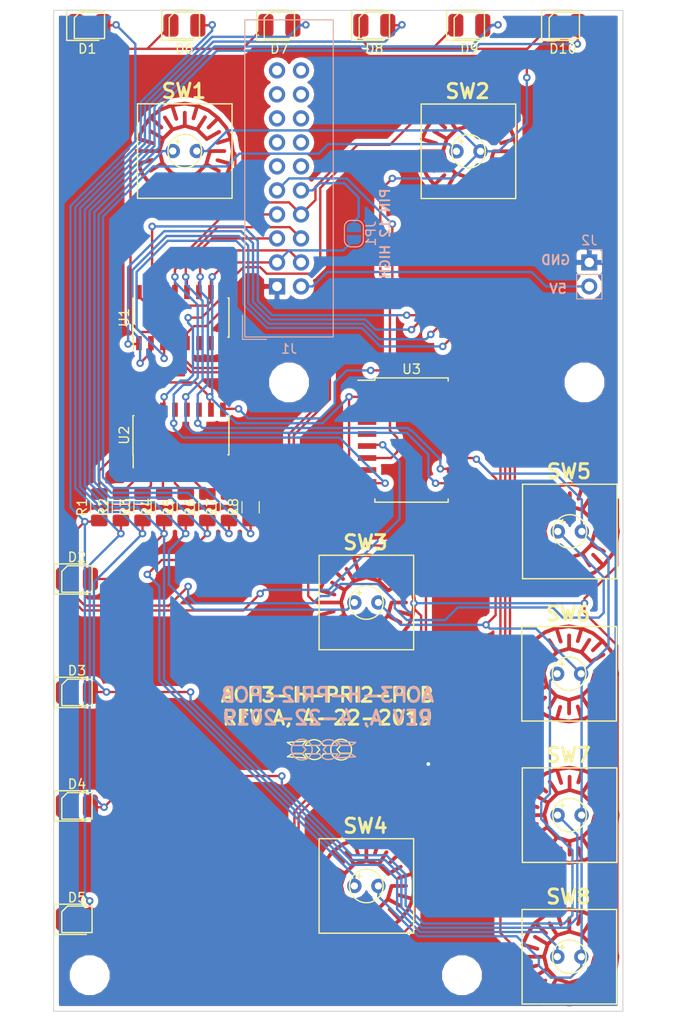
<source format=kicad_pcb>
(kicad_pcb (version 20171130) (host pcbnew "(5.0.0)")

  (general
    (thickness 1.6)
    (drawings 9)
    (tracks 654)
    (zones 0)
    (modules 38)
    (nets 58)
  )

  (page A4)
  (layers
    (0 F.Cu signal)
    (31 B.Cu signal)
    (32 B.Adhes user)
    (33 F.Adhes user)
    (34 B.Paste user)
    (35 F.Paste user)
    (36 B.SilkS user)
    (37 F.SilkS user)
    (38 B.Mask user)
    (39 F.Mask user)
    (40 Dwgs.User user)
    (41 Cmts.User user)
    (42 Eco1.User user)
    (43 Eco2.User user)
    (44 Edge.Cuts user)
    (45 Margin user)
    (46 B.CrtYd user)
    (47 F.CrtYd user)
    (48 B.Fab user)
    (49 F.Fab user)
  )

  (setup
    (last_trace_width 0.25)
    (trace_clearance 0.2)
    (zone_clearance 0.508)
    (zone_45_only no)
    (trace_min 0.2)
    (segment_width 0.2)
    (edge_width 0.1)
    (via_size 0.8)
    (via_drill 0.4)
    (via_min_size 0.4)
    (via_min_drill 0.3)
    (uvia_size 0.3)
    (uvia_drill 0.1)
    (uvias_allowed no)
    (uvia_min_size 0.2)
    (uvia_min_drill 0.1)
    (pcb_text_width 0.3)
    (pcb_text_size 1.5 1.5)
    (mod_edge_width 0.15)
    (mod_text_size 1 1)
    (mod_text_width 0.15)
    (pad_size 1.5 1.5)
    (pad_drill 0.6)
    (pad_to_mask_clearance 0.0508)
    (aux_axis_origin 0 0)
    (visible_elements 7FFFFFFF)
    (pcbplotparams
      (layerselection 0x010fc_ffffffff)
      (usegerberextensions false)
      (usegerberattributes false)
      (usegerberadvancedattributes false)
      (creategerberjobfile false)
      (excludeedgelayer true)
      (linewidth 0.254000)
      (plotframeref false)
      (viasonmask false)
      (mode 1)
      (useauxorigin false)
      (hpglpennumber 1)
      (hpglpenspeed 20)
      (hpglpendiameter 15.000000)
      (psnegative false)
      (psa4output false)
      (plotreference true)
      (plotvalue true)
      (plotinvisibletext false)
      (padsonsilk false)
      (subtractmaskfromsilk false)
      (outputformat 1)
      (mirror false)
      (drillshape 1)
      (scaleselection 1)
      (outputdirectory ""))
  )

  (net 0 "")
  (net 1 D3)
  (net 2 LA)
  (net 3 D2)
  (net 4 LD)
  (net 5 LC)
  (net 6 LB)
  (net 7 LE)
  (net 8 LF)
  (net 9 GND)
  (net 10 5V)
  (net 11 VCC)
  (net 12 SRCLK)
  (net 13 RCLK)
  (net 14 OE)
  (net 15 SER)
  (net 16 10)
  (net 17 11)
  (net 18 14)
  (net 19 15)
  (net 20 16)
  (net 21 17)
  (net 22 18)
  (net 23 19)
  (net 24 20)
  (net 25 21)
  (net 26 22)
  (net 27 23)
  (net 28 "Net-(R1-Pad2)")
  (net 29 "Net-(R2-Pad2)")
  (net 30 "Net-(R3-Pad2)")
  (net 31 "Net-(R4-Pad2)")
  (net 32 "Net-(R5-Pad2)")
  (net 33 "Net-(R6-Pad2)")
  (net 34 LG)
  (net 35 "Net-(R7-Pad2)")
  (net 36 "Net-(R8-Pad2)")
  (net 37 LH)
  (net 38 BE)
  (net 39 BF)
  (net 40 D4)
  (net 41 BA)
  (net 42 BB)
  (net 43 BC)
  (net 44 BD)
  (net 45 "Net-(U1-Pad9)")
  (net 46 BH)
  (net 47 BG)
  (net 48 "Net-(U2-Pad9)")
  (net 49 "Net-(U3-Pad1)")
  (net 50 D0)
  (net 51 D1)
  (net 52 D5)
  (net 53 D6)
  (net 54 D7)
  (net 55 "Net-(U3-Pad18)")
  (net 56 "Net-(U3-Pad20)")
  (net 57 "Net-(J1-Pad10)")

  (net_class Default "This is the default net class."
    (clearance 0.2)
    (trace_width 0.25)
    (via_dia 0.8)
    (via_drill 0.4)
    (uvia_dia 0.3)
    (uvia_drill 0.1)
    (add_net 10)
    (add_net 11)
    (add_net 14)
    (add_net 15)
    (add_net 16)
    (add_net 17)
    (add_net 18)
    (add_net 19)
    (add_net 20)
    (add_net 21)
    (add_net 22)
    (add_net 23)
    (add_net 5V)
    (add_net BA)
    (add_net BB)
    (add_net BC)
    (add_net BD)
    (add_net BE)
    (add_net BF)
    (add_net BG)
    (add_net BH)
    (add_net D0)
    (add_net D1)
    (add_net D2)
    (add_net D3)
    (add_net D4)
    (add_net D5)
    (add_net D6)
    (add_net D7)
    (add_net GND)
    (add_net LA)
    (add_net LB)
    (add_net LC)
    (add_net LD)
    (add_net LE)
    (add_net LF)
    (add_net LG)
    (add_net LH)
    (add_net "Net-(J1-Pad10)")
    (add_net "Net-(R1-Pad2)")
    (add_net "Net-(R2-Pad2)")
    (add_net "Net-(R3-Pad2)")
    (add_net "Net-(R4-Pad2)")
    (add_net "Net-(R5-Pad2)")
    (add_net "Net-(R6-Pad2)")
    (add_net "Net-(R7-Pad2)")
    (add_net "Net-(R8-Pad2)")
    (add_net "Net-(U1-Pad9)")
    (add_net "Net-(U2-Pad9)")
    (add_net "Net-(U3-Pad1)")
    (add_net "Net-(U3-Pad18)")
    (add_net "Net-(U3-Pad20)")
    (add_net OE)
    (add_net RCLK)
    (add_net SER)
    (add_net SRCLK)
    (add_net VCC)
  )

  (module AOR_custom:AOR_LOGO (layer B.Cu) (tedit 5C26ADAA) (tstamp 5CBF7937)
    (at 136.144 120.904 180)
    (fp_text reference G*** (at 0 0 180) (layer B.SilkS) hide
      (effects (font (size 1.524 1.524) (thickness 0.3)) (justify mirror))
    )
    (fp_text value AOR_LOGO (at 0.75 0 180) (layer B.SilkS) hide
      (effects (font (size 1.524 1.524) (thickness 0.3)) (justify mirror))
    )
    (fp_circle (center 2.205821 0) (end 3.285321 -0.1905) (layer B.SilkS) (width 0.15))
    (fp_arc (start -0.622642 0) (end -1.575141 -0.444499) (angle 128.4180553) (layer B.SilkS) (width 0.15))
    (fp_arc (start -0.635 0) (end -1.587499 0.444499) (angle -128.4180553) (layer B.SilkS) (width 0.15))
    (fp_line (start -1.5875 0.4445) (end -0.4445 0.4445) (layer B.SilkS) (width 0.15))
    (fp_line (start -0.4445 0.4445) (end -0.0635 0) (layer B.SilkS) (width 0.15))
    (fp_line (start -0.0635 0) (end -0.4445 -0.4445) (layer B.SilkS) (width 0.15))
    (fp_line (start -0.4445 -0.4445) (end -1.5875 -0.4445) (layer B.SilkS) (width 0.15))
    (fp_line (start 0.3175 0.4445) (end 1.2065 0.4445) (layer B.SilkS) (width 0.15))
    (fp_line (start 0.3175 -0.4445) (end 1.2065 -0.4445) (layer B.SilkS) (width 0.15))
    (fp_line (start 1.778 0) (end 2.159 0.4445) (layer B.SilkS) (width 0.15))
    (fp_line (start 2.159 0.4445) (end 3.175 0.4445) (layer B.SilkS) (width 0.15))
    (fp_line (start 1.778 0) (end 2.0955 -0.381) (layer B.SilkS) (width 0.15))
    (fp_line (start 2.0955 -0.381) (end 3.2385 -0.381) (layer B.SilkS) (width 0.15))
    (fp_line (start -1.905 0.4445) (end -2.9845 0.4445) (layer B.SilkS) (width 0.15))
    (fp_line (start -2.9845 0.4445) (end -3.4925 0.762) (layer B.SilkS) (width 0.15))
    (fp_line (start -3.4925 0.762) (end -1.524 0.889) (layer B.SilkS) (width 0.15))
    (fp_line (start -1.524 0.889) (end -1.905 0.4445) (layer B.SilkS) (width 0.15))
    (fp_line (start -1.505128 -0.88103) (end -1.886128 -0.43653) (layer B.SilkS) (width 0.15))
    (fp_line (start -1.886128 -0.43653) (end -2.965628 -0.43653) (layer B.SilkS) (width 0.15))
    (fp_line (start -3.473628 -0.75403) (end -1.505128 -0.88103) (layer B.SilkS) (width 0.15))
    (fp_line (start -2.965628 -0.43653) (end -3.473628 -0.75403) (layer B.SilkS) (width 0.15))
  )

  (module MountingHole:MountingHole_3.2mm_M3 (layer F.Cu) (tedit 5CBE747C) (tstamp 5CBF66B1)
    (at 132.588 82.042)
    (descr "Mounting Hole 3.2mm, no annular, M3")
    (tags "mounting hole 3.2mm no annular m3")
    (attr virtual)
    (fp_text reference "" (at 0 -4.2) (layer F.SilkS)
      (effects (font (size 1 1) (thickness 0.15)))
    )
    (fp_text value MountingHole_3.2mm_M3 (at 0 4.2) (layer F.Fab)
      (effects (font (size 1 1) (thickness 0.15)))
    )
    (fp_text user %R (at 0.3 0) (layer F.Fab)
      (effects (font (size 1 1) (thickness 0.15)))
    )
    (fp_circle (center 0 0) (end 3.2 0) (layer Cmts.User) (width 0.15))
    (fp_circle (center 0 0) (end 3.45 0) (layer F.CrtYd) (width 0.05))
    (pad 1 np_thru_hole circle (at 0 0) (size 3.2 3.2) (drill 3.2) (layers *.Cu *.Mask))
  )

  (module MountingHole:MountingHole_3.2mm_M3 (layer F.Cu) (tedit 5CBE747C) (tstamp 5CBF66A3)
    (at 163.83 82.042)
    (descr "Mounting Hole 3.2mm, no annular, M3")
    (tags "mounting hole 3.2mm no annular m3")
    (attr virtual)
    (fp_text reference "" (at 0 -4.2) (layer F.SilkS)
      (effects (font (size 1 1) (thickness 0.15)))
    )
    (fp_text value MountingHole_3.2mm_M3 (at 0 4.2) (layer F.Fab)
      (effects (font (size 1 1) (thickness 0.15)))
    )
    (fp_circle (center 0 0) (end 3.45 0) (layer F.CrtYd) (width 0.05))
    (fp_circle (center 0 0) (end 3.2 0) (layer Cmts.User) (width 0.15))
    (fp_text user %R (at 0.3 0) (layer F.Fab)
      (effects (font (size 1 1) (thickness 0.15)))
    )
    (pad 1 np_thru_hole circle (at 0 0) (size 3.2 3.2) (drill 3.2) (layers *.Cu *.Mask))
  )

  (module MountingHole:MountingHole_3.2mm_M3 (layer F.Cu) (tedit 5CBE747C) (tstamp 5CBF6454)
    (at 150.876 144.78)
    (descr "Mounting Hole 3.2mm, no annular, M3")
    (tags "mounting hole 3.2mm no annular m3")
    (attr virtual)
    (fp_text reference "" (at 0 -4.2) (layer F.SilkS)
      (effects (font (size 1 1) (thickness 0.15)))
    )
    (fp_text value MountingHole_3.2mm_M3 (at 0 4.2) (layer F.Fab)
      (effects (font (size 1 1) (thickness 0.15)))
    )
    (fp_text user %R (at 0.3 0) (layer F.Fab)
      (effects (font (size 1 1) (thickness 0.15)))
    )
    (fp_circle (center 0 0) (end 3.2 0) (layer Cmts.User) (width 0.15))
    (fp_circle (center 0 0) (end 3.45 0) (layer F.CrtYd) (width 0.05))
    (pad 1 np_thru_hole circle (at 0 0) (size 3.2 3.2) (drill 3.2) (layers *.Cu *.Mask))
  )

  (module "AOR_custom:WL-SMTW SMD LED" (layer F.Cu) (tedit 5C2849BC) (tstamp 5CBE66D5)
    (at 111.4806 44.2468)
    (path /5CBBED58)
    (fp_text reference D1 (at -0.2286 2.4892) (layer F.SilkS)
      (effects (font (size 1 1) (thickness 0.15)))
    )
    (fp_text value LED (at 0.1 2.5) (layer F.Fab)
      (effects (font (size 1 1) (thickness 0.15)))
    )
    (fp_line (start -1.6 1.4) (end 1.6 1.4) (layer F.SilkS) (width 0.15))
    (fp_line (start 1.6 1.4) (end 1.6 -1.4) (layer F.SilkS) (width 0.15))
    (fp_line (start -1.6 -0.8) (end -1 -1.4) (layer F.SilkS) (width 0.15))
    (fp_line (start -1 -1.4) (end 1.6 -1.4) (layer F.SilkS) (width 0.15))
    (fp_line (start -1.6 1.4) (end -1.6 -0.8) (layer F.SilkS) (width 0.15))
    (fp_line (start 1 -1.6) (end -2.4 -1.6) (layer F.SilkS) (width 0.15))
    (fp_line (start -2.4 -1.6) (end -2.4 1.6) (layer F.SilkS) (width 0.15))
    (fp_line (start -2.4 1.6) (end 1 1.6) (layer F.SilkS) (width 0.15))
    (pad 1 smd roundrect (at -1.425 0) (size 1.6 2.4) (layers F.Cu F.Paste F.Mask) (roundrect_rratio 0.25)
      (net 1 D3))
    (pad 2 smd roundrect (at 1.425 0) (size 1.6 2.4) (layers F.Cu F.Paste F.Mask) (roundrect_rratio 0.25)
      (net 2 LA))
  )

  (module "AOR_custom:WL-SMTW SMD LED" (layer F.Cu) (tedit 5C2849BC) (tstamp 5CBE66E3)
    (at 110.1598 102.8446)
    (path /5CBC0DC6)
    (fp_text reference D2 (at 0 -2.3) (layer F.SilkS)
      (effects (font (size 1 1) (thickness 0.15)))
    )
    (fp_text value LED (at 0.1 2.5) (layer F.Fab)
      (effects (font (size 1 1) (thickness 0.15)))
    )
    (fp_line (start -1.6 1.4) (end 1.6 1.4) (layer F.SilkS) (width 0.15))
    (fp_line (start 1.6 1.4) (end 1.6 -1.4) (layer F.SilkS) (width 0.15))
    (fp_line (start -1.6 -0.8) (end -1 -1.4) (layer F.SilkS) (width 0.15))
    (fp_line (start -1 -1.4) (end 1.6 -1.4) (layer F.SilkS) (width 0.15))
    (fp_line (start -1.6 1.4) (end -1.6 -0.8) (layer F.SilkS) (width 0.15))
    (fp_line (start 1 -1.6) (end -2.4 -1.6) (layer F.SilkS) (width 0.15))
    (fp_line (start -2.4 -1.6) (end -2.4 1.6) (layer F.SilkS) (width 0.15))
    (fp_line (start -2.4 1.6) (end 1 1.6) (layer F.SilkS) (width 0.15))
    (pad 1 smd roundrect (at -1.425 0) (size 1.6 2.4) (layers F.Cu F.Paste F.Mask) (roundrect_rratio 0.25)
      (net 3 D2))
    (pad 2 smd roundrect (at 1.425 0) (size 1.6 2.4) (layers F.Cu F.Paste F.Mask) (roundrect_rratio 0.25)
      (net 4 LD))
  )

  (module "AOR_custom:WL-SMTW SMD LED" (layer F.Cu) (tedit 5C2849BC) (tstamp 5CBE66F1)
    (at 110.1598 114.850333)
    (path /5CBC0EB2)
    (fp_text reference D3 (at 0 -2.3) (layer F.SilkS)
      (effects (font (size 1 1) (thickness 0.15)))
    )
    (fp_text value LED (at 0.1 2.5) (layer F.Fab)
      (effects (font (size 1 1) (thickness 0.15)))
    )
    (fp_line (start -2.4 1.6) (end 1 1.6) (layer F.SilkS) (width 0.15))
    (fp_line (start -2.4 -1.6) (end -2.4 1.6) (layer F.SilkS) (width 0.15))
    (fp_line (start 1 -1.6) (end -2.4 -1.6) (layer F.SilkS) (width 0.15))
    (fp_line (start -1.6 1.4) (end -1.6 -0.8) (layer F.SilkS) (width 0.15))
    (fp_line (start -1 -1.4) (end 1.6 -1.4) (layer F.SilkS) (width 0.15))
    (fp_line (start -1.6 -0.8) (end -1 -1.4) (layer F.SilkS) (width 0.15))
    (fp_line (start 1.6 1.4) (end 1.6 -1.4) (layer F.SilkS) (width 0.15))
    (fp_line (start -1.6 1.4) (end 1.6 1.4) (layer F.SilkS) (width 0.15))
    (pad 2 smd roundrect (at 1.425 0) (size 1.6 2.4) (layers F.Cu F.Paste F.Mask) (roundrect_rratio 0.25)
      (net 5 LC))
    (pad 1 smd roundrect (at -1.425 0) (size 1.6 2.4) (layers F.Cu F.Paste F.Mask) (roundrect_rratio 0.25)
      (net 3 D2))
  )

  (module "AOR_custom:WL-SMTW SMD LED" (layer F.Cu) (tedit 5C2849BC) (tstamp 5CBE66FF)
    (at 110.1598 126.856066)
    (path /5CBC0FA4)
    (fp_text reference D4 (at 0 -2.3) (layer F.SilkS)
      (effects (font (size 1 1) (thickness 0.15)))
    )
    (fp_text value LED (at 0.1 2.5) (layer F.Fab)
      (effects (font (size 1 1) (thickness 0.15)))
    )
    (fp_line (start -1.6 1.4) (end 1.6 1.4) (layer F.SilkS) (width 0.15))
    (fp_line (start 1.6 1.4) (end 1.6 -1.4) (layer F.SilkS) (width 0.15))
    (fp_line (start -1.6 -0.8) (end -1 -1.4) (layer F.SilkS) (width 0.15))
    (fp_line (start -1 -1.4) (end 1.6 -1.4) (layer F.SilkS) (width 0.15))
    (fp_line (start -1.6 1.4) (end -1.6 -0.8) (layer F.SilkS) (width 0.15))
    (fp_line (start 1 -1.6) (end -2.4 -1.6) (layer F.SilkS) (width 0.15))
    (fp_line (start -2.4 -1.6) (end -2.4 1.6) (layer F.SilkS) (width 0.15))
    (fp_line (start -2.4 1.6) (end 1 1.6) (layer F.SilkS) (width 0.15))
    (pad 1 smd roundrect (at -1.425 0) (size 1.6 2.4) (layers F.Cu F.Paste F.Mask) (roundrect_rratio 0.25)
      (net 3 D2))
    (pad 2 smd roundrect (at 1.425 0) (size 1.6 2.4) (layers F.Cu F.Paste F.Mask) (roundrect_rratio 0.25)
      (net 6 LB))
  )

  (module "AOR_custom:WL-SMTW SMD LED" (layer F.Cu) (tedit 5C2849BC) (tstamp 5CBE670D)
    (at 110.1598 138.8618)
    (path /5CBC1087)
    (fp_text reference D5 (at 0 -2.3) (layer F.SilkS)
      (effects (font (size 1 1) (thickness 0.15)))
    )
    (fp_text value LED (at 0.1 2.5) (layer F.Fab)
      (effects (font (size 1 1) (thickness 0.15)))
    )
    (fp_line (start -2.4 1.6) (end 1 1.6) (layer F.SilkS) (width 0.15))
    (fp_line (start -2.4 -1.6) (end -2.4 1.6) (layer F.SilkS) (width 0.15))
    (fp_line (start 1 -1.6) (end -2.4 -1.6) (layer F.SilkS) (width 0.15))
    (fp_line (start -1.6 1.4) (end -1.6 -0.8) (layer F.SilkS) (width 0.15))
    (fp_line (start -1 -1.4) (end 1.6 -1.4) (layer F.SilkS) (width 0.15))
    (fp_line (start -1.6 -0.8) (end -1 -1.4) (layer F.SilkS) (width 0.15))
    (fp_line (start 1.6 1.4) (end 1.6 -1.4) (layer F.SilkS) (width 0.15))
    (fp_line (start -1.6 1.4) (end 1.6 1.4) (layer F.SilkS) (width 0.15))
    (pad 2 smd roundrect (at 1.425 0) (size 1.6 2.4) (layers F.Cu F.Paste F.Mask) (roundrect_rratio 0.25)
      (net 2 LA))
    (pad 1 smd roundrect (at -1.425 0) (size 1.6 2.4) (layers F.Cu F.Paste F.Mask) (roundrect_rratio 0.25)
      (net 3 D2))
  )

  (module "AOR_custom:WL-SMTW SMD LED" (layer F.Cu) (tedit 5C2849BC) (tstamp 5CBE671B)
    (at 121.52376 44.2468)
    (path /5CBBEEAB)
    (fp_text reference D6 (at 0 2.4892) (layer F.SilkS)
      (effects (font (size 1 1) (thickness 0.15)))
    )
    (fp_text value LED (at 0.1 2.5) (layer F.Fab)
      (effects (font (size 1 1) (thickness 0.15)))
    )
    (fp_line (start -2.4 1.6) (end 1 1.6) (layer F.SilkS) (width 0.15))
    (fp_line (start -2.4 -1.6) (end -2.4 1.6) (layer F.SilkS) (width 0.15))
    (fp_line (start 1 -1.6) (end -2.4 -1.6) (layer F.SilkS) (width 0.15))
    (fp_line (start -1.6 1.4) (end -1.6 -0.8) (layer F.SilkS) (width 0.15))
    (fp_line (start -1 -1.4) (end 1.6 -1.4) (layer F.SilkS) (width 0.15))
    (fp_line (start -1.6 -0.8) (end -1 -1.4) (layer F.SilkS) (width 0.15))
    (fp_line (start 1.6 1.4) (end 1.6 -1.4) (layer F.SilkS) (width 0.15))
    (fp_line (start -1.6 1.4) (end 1.6 1.4) (layer F.SilkS) (width 0.15))
    (pad 2 smd roundrect (at 1.425 0) (size 1.6 2.4) (layers F.Cu F.Paste F.Mask) (roundrect_rratio 0.25)
      (net 6 LB))
    (pad 1 smd roundrect (at -1.425 0) (size 1.6 2.4) (layers F.Cu F.Paste F.Mask) (roundrect_rratio 0.25)
      (net 1 D3))
  )

  (module "AOR_custom:WL-SMTW SMD LED" (layer F.Cu) (tedit 5C2849BC) (tstamp 5CBE6729)
    (at 131.56692 44.2468)
    (path /5CBBEF60)
    (fp_text reference D7 (at 0 2.4892) (layer F.SilkS)
      (effects (font (size 1 1) (thickness 0.15)))
    )
    (fp_text value LED (at 0.1 2.5) (layer F.Fab)
      (effects (font (size 1 1) (thickness 0.15)))
    )
    (fp_line (start -1.6 1.4) (end 1.6 1.4) (layer F.SilkS) (width 0.15))
    (fp_line (start 1.6 1.4) (end 1.6 -1.4) (layer F.SilkS) (width 0.15))
    (fp_line (start -1.6 -0.8) (end -1 -1.4) (layer F.SilkS) (width 0.15))
    (fp_line (start -1 -1.4) (end 1.6 -1.4) (layer F.SilkS) (width 0.15))
    (fp_line (start -1.6 1.4) (end -1.6 -0.8) (layer F.SilkS) (width 0.15))
    (fp_line (start 1 -1.6) (end -2.4 -1.6) (layer F.SilkS) (width 0.15))
    (fp_line (start -2.4 -1.6) (end -2.4 1.6) (layer F.SilkS) (width 0.15))
    (fp_line (start -2.4 1.6) (end 1 1.6) (layer F.SilkS) (width 0.15))
    (pad 1 smd roundrect (at -1.425 0) (size 1.6 2.4) (layers F.Cu F.Paste F.Mask) (roundrect_rratio 0.25)
      (net 1 D3))
    (pad 2 smd roundrect (at 1.425 0) (size 1.6 2.4) (layers F.Cu F.Paste F.Mask) (roundrect_rratio 0.25)
      (net 5 LC))
  )

  (module "AOR_custom:WL-SMTW SMD LED" (layer F.Cu) (tedit 5C2849BC) (tstamp 5CBE6737)
    (at 141.61008 44.2468)
    (path /5CBBF01C)
    (fp_text reference D8 (at 0 2.4892) (layer F.SilkS)
      (effects (font (size 1 1) (thickness 0.15)))
    )
    (fp_text value LED (at 0.1 2.5) (layer F.Fab)
      (effects (font (size 1 1) (thickness 0.15)))
    )
    (fp_line (start -2.4 1.6) (end 1 1.6) (layer F.SilkS) (width 0.15))
    (fp_line (start -2.4 -1.6) (end -2.4 1.6) (layer F.SilkS) (width 0.15))
    (fp_line (start 1 -1.6) (end -2.4 -1.6) (layer F.SilkS) (width 0.15))
    (fp_line (start -1.6 1.4) (end -1.6 -0.8) (layer F.SilkS) (width 0.15))
    (fp_line (start -1 -1.4) (end 1.6 -1.4) (layer F.SilkS) (width 0.15))
    (fp_line (start -1.6 -0.8) (end -1 -1.4) (layer F.SilkS) (width 0.15))
    (fp_line (start 1.6 1.4) (end 1.6 -1.4) (layer F.SilkS) (width 0.15))
    (fp_line (start -1.6 1.4) (end 1.6 1.4) (layer F.SilkS) (width 0.15))
    (pad 2 smd roundrect (at 1.425 0) (size 1.6 2.4) (layers F.Cu F.Paste F.Mask) (roundrect_rratio 0.25)
      (net 4 LD))
    (pad 1 smd roundrect (at -1.425 0) (size 1.6 2.4) (layers F.Cu F.Paste F.Mask) (roundrect_rratio 0.25)
      (net 1 D3))
  )

  (module "AOR_custom:WL-SMTW SMD LED" (layer F.Cu) (tedit 5C2849BC) (tstamp 5CBE6745)
    (at 151.65324 44.2468)
    (path /5CBBF0DF)
    (fp_text reference D9 (at 0 2.4892) (layer F.SilkS)
      (effects (font (size 1 1) (thickness 0.15)))
    )
    (fp_text value LED (at 0.1 2.5) (layer F.Fab)
      (effects (font (size 1 1) (thickness 0.15)))
    )
    (fp_line (start -1.6 1.4) (end 1.6 1.4) (layer F.SilkS) (width 0.15))
    (fp_line (start 1.6 1.4) (end 1.6 -1.4) (layer F.SilkS) (width 0.15))
    (fp_line (start -1.6 -0.8) (end -1 -1.4) (layer F.SilkS) (width 0.15))
    (fp_line (start -1 -1.4) (end 1.6 -1.4) (layer F.SilkS) (width 0.15))
    (fp_line (start -1.6 1.4) (end -1.6 -0.8) (layer F.SilkS) (width 0.15))
    (fp_line (start 1 -1.6) (end -2.4 -1.6) (layer F.SilkS) (width 0.15))
    (fp_line (start -2.4 -1.6) (end -2.4 1.6) (layer F.SilkS) (width 0.15))
    (fp_line (start -2.4 1.6) (end 1 1.6) (layer F.SilkS) (width 0.15))
    (pad 1 smd roundrect (at -1.425 0) (size 1.6 2.4) (layers F.Cu F.Paste F.Mask) (roundrect_rratio 0.25)
      (net 1 D3))
    (pad 2 smd roundrect (at 1.425 0) (size 1.6 2.4) (layers F.Cu F.Paste F.Mask) (roundrect_rratio 0.25)
      (net 7 LE))
  )

  (module "AOR_custom:WL-SMTW SMD LED" (layer F.Cu) (tedit 5C2849BC) (tstamp 5CBE6753)
    (at 161.6964 44.2468)
    (path /5CBBF313)
    (fp_text reference D10 (at -0.1524 2.4892) (layer F.SilkS)
      (effects (font (size 1 1) (thickness 0.15)))
    )
    (fp_text value LED (at 0.1 2.5) (layer F.Fab)
      (effects (font (size 1 1) (thickness 0.15)))
    )
    (fp_line (start -2.4 1.6) (end 1 1.6) (layer F.SilkS) (width 0.15))
    (fp_line (start -2.4 -1.6) (end -2.4 1.6) (layer F.SilkS) (width 0.15))
    (fp_line (start 1 -1.6) (end -2.4 -1.6) (layer F.SilkS) (width 0.15))
    (fp_line (start -1.6 1.4) (end -1.6 -0.8) (layer F.SilkS) (width 0.15))
    (fp_line (start -1 -1.4) (end 1.6 -1.4) (layer F.SilkS) (width 0.15))
    (fp_line (start -1.6 -0.8) (end -1 -1.4) (layer F.SilkS) (width 0.15))
    (fp_line (start 1.6 1.4) (end 1.6 -1.4) (layer F.SilkS) (width 0.15))
    (fp_line (start -1.6 1.4) (end 1.6 1.4) (layer F.SilkS) (width 0.15))
    (pad 2 smd roundrect (at 1.425 0) (size 1.6 2.4) (layers F.Cu F.Paste F.Mask) (roundrect_rratio 0.25)
      (net 8 LF))
    (pad 1 smd roundrect (at -1.425 0) (size 1.6 2.4) (layers F.Cu F.Paste F.Mask) (roundrect_rratio 0.25)
      (net 1 D3))
  )

  (module Connector_IDC:IDC-Header_2x10_P2.54mm_Vertical (layer B.Cu) (tedit 59DE0251) (tstamp 5CBE6785)
    (at 131.318 71.882)
    (descr "Through hole straight IDC box header, 2x10, 2.54mm pitch, double rows")
    (tags "Through hole IDC box header THT 2x10 2.54mm double row")
    (path /5CBBCD35)
    (fp_text reference J1 (at 1.27 6.604) (layer B.SilkS)
      (effects (font (size 1 1) (thickness 0.15)) (justify mirror))
    )
    (fp_text value Conn_01x20 (at 1.27 -29.464) (layer B.Fab)
      (effects (font (size 1 1) (thickness 0.15)) (justify mirror))
    )
    (fp_text user %R (at 1.27 -11.43) (layer B.Fab)
      (effects (font (size 1 1) (thickness 0.15)) (justify mirror))
    )
    (fp_line (start 5.695 5.1) (end 5.695 -27.96) (layer B.Fab) (width 0.1))
    (fp_line (start 5.145 4.56) (end 5.145 -27.4) (layer B.Fab) (width 0.1))
    (fp_line (start -3.155 5.1) (end -3.155 -27.96) (layer B.Fab) (width 0.1))
    (fp_line (start -2.605 4.56) (end -2.605 -9.18) (layer B.Fab) (width 0.1))
    (fp_line (start -2.605 -13.68) (end -2.605 -27.4) (layer B.Fab) (width 0.1))
    (fp_line (start -2.605 -9.18) (end -3.155 -9.18) (layer B.Fab) (width 0.1))
    (fp_line (start -2.605 -13.68) (end -3.155 -13.68) (layer B.Fab) (width 0.1))
    (fp_line (start 5.695 5.1) (end -3.155 5.1) (layer B.Fab) (width 0.1))
    (fp_line (start 5.145 4.56) (end -2.605 4.56) (layer B.Fab) (width 0.1))
    (fp_line (start 5.695 -27.96) (end -3.155 -27.96) (layer B.Fab) (width 0.1))
    (fp_line (start 5.145 -27.4) (end -2.605 -27.4) (layer B.Fab) (width 0.1))
    (fp_line (start 5.695 5.1) (end 5.145 4.56) (layer B.Fab) (width 0.1))
    (fp_line (start 5.695 -27.96) (end 5.145 -27.4) (layer B.Fab) (width 0.1))
    (fp_line (start -3.155 5.1) (end -2.605 4.56) (layer B.Fab) (width 0.1))
    (fp_line (start -3.155 -27.96) (end -2.605 -27.4) (layer B.Fab) (width 0.1))
    (fp_line (start 5.95 5.35) (end 5.95 -28.21) (layer B.CrtYd) (width 0.05))
    (fp_line (start 5.95 -28.21) (end -3.41 -28.21) (layer B.CrtYd) (width 0.05))
    (fp_line (start -3.41 -28.21) (end -3.41 5.35) (layer B.CrtYd) (width 0.05))
    (fp_line (start -3.41 5.35) (end 5.95 5.35) (layer B.CrtYd) (width 0.05))
    (fp_line (start 5.945 5.35) (end 5.945 -28.21) (layer B.SilkS) (width 0.12))
    (fp_line (start 5.945 -28.21) (end -3.405 -28.21) (layer B.SilkS) (width 0.12))
    (fp_line (start -3.405 -28.21) (end -3.405 5.35) (layer B.SilkS) (width 0.12))
    (fp_line (start -3.405 5.35) (end 5.945 5.35) (layer B.SilkS) (width 0.12))
    (fp_line (start -3.655 5.6) (end -3.655 3.06) (layer B.SilkS) (width 0.12))
    (fp_line (start -3.655 5.6) (end -1.115 5.6) (layer B.SilkS) (width 0.12))
    (pad 1 thru_hole rect (at 0 0) (size 1.7272 1.7272) (drill 1.016) (layers *.Cu *.Mask)
      (net 9 GND))
    (pad 2 thru_hole oval (at 2.54 0) (size 1.7272 1.7272) (drill 1.016) (layers *.Cu *.Mask)
      (net 10 5V))
    (pad 3 thru_hole oval (at 0 -2.54) (size 1.7272 1.7272) (drill 1.016) (layers *.Cu *.Mask)
      (net 11 VCC))
    (pad 4 thru_hole oval (at 2.54 -2.54) (size 1.7272 1.7272) (drill 1.016) (layers *.Cu *.Mask)
      (net 12 SRCLK))
    (pad 5 thru_hole oval (at 0 -5.08) (size 1.7272 1.7272) (drill 1.016) (layers *.Cu *.Mask)
      (net 13 RCLK))
    (pad 6 thru_hole oval (at 2.54 -5.08) (size 1.7272 1.7272) (drill 1.016) (layers *.Cu *.Mask)
      (net 14 OE))
    (pad 7 thru_hole oval (at 0 -7.62) (size 1.7272 1.7272) (drill 1.016) (layers *.Cu *.Mask)
      (net 15 SER))
    (pad 8 thru_hole oval (at 2.54 -7.62) (size 1.7272 1.7272) (drill 1.016) (layers *.Cu *.Mask)
      (net 16 10))
    (pad 9 thru_hole oval (at 0 -10.16) (size 1.7272 1.7272) (drill 1.016) (layers *.Cu *.Mask)
      (net 17 11))
    (pad 10 thru_hole oval (at 2.54 -10.16) (size 1.7272 1.7272) (drill 1.016) (layers *.Cu *.Mask)
      (net 57 "Net-(J1-Pad10)"))
    (pad 11 thru_hole oval (at 0 -12.7) (size 1.7272 1.7272) (drill 1.016) (layers *.Cu *.Mask)
      (net 18 14))
    (pad 12 thru_hole oval (at 2.54 -12.7) (size 1.7272 1.7272) (drill 1.016) (layers *.Cu *.Mask)
      (net 19 15))
    (pad 13 thru_hole oval (at 0 -15.24) (size 1.7272 1.7272) (drill 1.016) (layers *.Cu *.Mask)
      (net 20 16))
    (pad 14 thru_hole oval (at 2.54 -15.24) (size 1.7272 1.7272) (drill 1.016) (layers *.Cu *.Mask)
      (net 21 17))
    (pad 15 thru_hole oval (at 0 -17.78) (size 1.7272 1.7272) (drill 1.016) (layers *.Cu *.Mask)
      (net 22 18))
    (pad 16 thru_hole oval (at 2.54 -17.78) (size 1.7272 1.7272) (drill 1.016) (layers *.Cu *.Mask)
      (net 23 19))
    (pad 17 thru_hole oval (at 0 -20.32) (size 1.7272 1.7272) (drill 1.016) (layers *.Cu *.Mask)
      (net 24 20))
    (pad 18 thru_hole oval (at 2.54 -20.32) (size 1.7272 1.7272) (drill 1.016) (layers *.Cu *.Mask)
      (net 25 21))
    (pad 19 thru_hole oval (at 0 -22.86) (size 1.7272 1.7272) (drill 1.016) (layers *.Cu *.Mask)
      (net 26 22))
    (pad 20 thru_hole oval (at 2.54 -22.86) (size 1.7272 1.7272) (drill 1.016) (layers *.Cu *.Mask)
      (net 27 23))
    (model ${KISYS3DMOD}/Connector_IDC.3dshapes/IDC-Header_2x10_P2.54mm_Vertical.wrl
      (at (xyz 0 0 0))
      (scale (xyz 1 1 1))
      (rotate (xyz 0 0 0))
    )
  )

  (module Connector_PinHeader_2.54mm:PinHeader_1x02_P2.54mm_Vertical (layer B.Cu) (tedit 59FED5CC) (tstamp 5CBE679B)
    (at 164.338 69.342 180)
    (descr "Through hole straight pin header, 1x02, 2.54mm pitch, single row")
    (tags "Through hole pin header THT 1x02 2.54mm single row")
    (path /5CBBD41A)
    (fp_text reference J2 (at 0 2.33 180) (layer B.SilkS)
      (effects (font (size 1 1) (thickness 0.15)) (justify mirror))
    )
    (fp_text value Conn_01x02 (at 0 -4.87 180) (layer B.Fab)
      (effects (font (size 1 1) (thickness 0.15)) (justify mirror))
    )
    (fp_line (start -0.635 1.27) (end 1.27 1.27) (layer B.Fab) (width 0.1))
    (fp_line (start 1.27 1.27) (end 1.27 -3.81) (layer B.Fab) (width 0.1))
    (fp_line (start 1.27 -3.81) (end -1.27 -3.81) (layer B.Fab) (width 0.1))
    (fp_line (start -1.27 -3.81) (end -1.27 0.635) (layer B.Fab) (width 0.1))
    (fp_line (start -1.27 0.635) (end -0.635 1.27) (layer B.Fab) (width 0.1))
    (fp_line (start -1.33 -3.87) (end 1.33 -3.87) (layer B.SilkS) (width 0.12))
    (fp_line (start -1.33 -1.27) (end -1.33 -3.87) (layer B.SilkS) (width 0.12))
    (fp_line (start 1.33 -1.27) (end 1.33 -3.87) (layer B.SilkS) (width 0.12))
    (fp_line (start -1.33 -1.27) (end 1.33 -1.27) (layer B.SilkS) (width 0.12))
    (fp_line (start -1.33 0) (end -1.33 1.33) (layer B.SilkS) (width 0.12))
    (fp_line (start -1.33 1.33) (end 0 1.33) (layer B.SilkS) (width 0.12))
    (fp_line (start -1.8 1.8) (end -1.8 -4.35) (layer B.CrtYd) (width 0.05))
    (fp_line (start -1.8 -4.35) (end 1.8 -4.35) (layer B.CrtYd) (width 0.05))
    (fp_line (start 1.8 -4.35) (end 1.8 1.8) (layer B.CrtYd) (width 0.05))
    (fp_line (start 1.8 1.8) (end -1.8 1.8) (layer B.CrtYd) (width 0.05))
    (fp_text user %R (at 0 -1.27 90) (layer B.Fab)
      (effects (font (size 1 1) (thickness 0.15)) (justify mirror))
    )
    (pad 1 thru_hole rect (at 0 0 180) (size 1.7 1.7) (drill 1) (layers *.Cu *.Mask)
      (net 9 GND))
    (pad 2 thru_hole oval (at 0 -2.54 180) (size 1.7 1.7) (drill 1) (layers *.Cu *.Mask)
      (net 10 5V))
    (model ${KISYS3DMOD}/Connector_PinHeader_2.54mm.3dshapes/PinHeader_1x02_P2.54mm_Vertical.wrl
      (at (xyz 0 0 0))
      (scale (xyz 1 1 1))
      (rotate (xyz 0 0 0))
    )
  )

  (module Resistor_SMD:R_1206_3216Metric (layer F.Cu) (tedit 5B301BBD) (tstamp 5CBEF233)
    (at 112.522 95.25 90)
    (descr "Resistor SMD 1206 (3216 Metric), square (rectangular) end terminal, IPC_7351 nominal, (Body size source: http://www.tortai-tech.com/upload/download/2011102023233369053.pdf), generated with kicad-footprint-generator")
    (tags resistor)
    (path /5C4E3393)
    (attr smd)
    (fp_text reference R1 (at 0 -1.82 90) (layer F.SilkS)
      (effects (font (size 1 1) (thickness 0.15)))
    )
    (fp_text value 100 (at 0 1.82 90) (layer F.Fab)
      (effects (font (size 1 1) (thickness 0.15)))
    )
    (fp_line (start -1.6 0.8) (end -1.6 -0.8) (layer F.Fab) (width 0.1))
    (fp_line (start -1.6 -0.8) (end 1.6 -0.8) (layer F.Fab) (width 0.1))
    (fp_line (start 1.6 -0.8) (end 1.6 0.8) (layer F.Fab) (width 0.1))
    (fp_line (start 1.6 0.8) (end -1.6 0.8) (layer F.Fab) (width 0.1))
    (fp_line (start -0.602064 -0.91) (end 0.602064 -0.91) (layer F.SilkS) (width 0.12))
    (fp_line (start -0.602064 0.91) (end 0.602064 0.91) (layer F.SilkS) (width 0.12))
    (fp_line (start -2.28 1.12) (end -2.28 -1.12) (layer F.CrtYd) (width 0.05))
    (fp_line (start -2.28 -1.12) (end 2.28 -1.12) (layer F.CrtYd) (width 0.05))
    (fp_line (start 2.28 -1.12) (end 2.28 1.12) (layer F.CrtYd) (width 0.05))
    (fp_line (start 2.28 1.12) (end -2.28 1.12) (layer F.CrtYd) (width 0.05))
    (fp_text user %R (at 0 0 90) (layer F.Fab)
      (effects (font (size 0.8 0.8) (thickness 0.12)))
    )
    (pad 1 smd roundrect (at -1.4 0 90) (size 1.25 1.75) (layers F.Cu F.Paste F.Mask) (roundrect_rratio 0.2)
      (net 2 LA))
    (pad 2 smd roundrect (at 1.4 0 90) (size 1.25 1.75) (layers F.Cu F.Paste F.Mask) (roundrect_rratio 0.2)
      (net 28 "Net-(R1-Pad2)"))
    (model ${KISYS3DMOD}/Resistor_SMD.3dshapes/R_1206_3216Metric.wrl
      (at (xyz 0 0 0))
      (scale (xyz 1 1 1))
      (rotate (xyz 0 0 0))
    )
  )

  (module Resistor_SMD:R_1206_3216Metric (layer F.Cu) (tedit 5B301BBD) (tstamp 5CBEF1D3)
    (at 114.808 95.25 90)
    (descr "Resistor SMD 1206 (3216 Metric), square (rectangular) end terminal, IPC_7351 nominal, (Body size source: http://www.tortai-tech.com/upload/download/2011102023233369053.pdf), generated with kicad-footprint-generator")
    (tags resistor)
    (path /5C4E3640)
    (attr smd)
    (fp_text reference R2 (at 0 -1.82 90) (layer F.SilkS)
      (effects (font (size 1 1) (thickness 0.15)))
    )
    (fp_text value 100 (at 0 1.82 90) (layer F.Fab)
      (effects (font (size 1 1) (thickness 0.15)))
    )
    (fp_text user %R (at 0 0 90) (layer F.Fab)
      (effects (font (size 0.8 0.8) (thickness 0.12)))
    )
    (fp_line (start 2.28 1.12) (end -2.28 1.12) (layer F.CrtYd) (width 0.05))
    (fp_line (start 2.28 -1.12) (end 2.28 1.12) (layer F.CrtYd) (width 0.05))
    (fp_line (start -2.28 -1.12) (end 2.28 -1.12) (layer F.CrtYd) (width 0.05))
    (fp_line (start -2.28 1.12) (end -2.28 -1.12) (layer F.CrtYd) (width 0.05))
    (fp_line (start -0.602064 0.91) (end 0.602064 0.91) (layer F.SilkS) (width 0.12))
    (fp_line (start -0.602064 -0.91) (end 0.602064 -0.91) (layer F.SilkS) (width 0.12))
    (fp_line (start 1.6 0.8) (end -1.6 0.8) (layer F.Fab) (width 0.1))
    (fp_line (start 1.6 -0.8) (end 1.6 0.8) (layer F.Fab) (width 0.1))
    (fp_line (start -1.6 -0.8) (end 1.6 -0.8) (layer F.Fab) (width 0.1))
    (fp_line (start -1.6 0.8) (end -1.6 -0.8) (layer F.Fab) (width 0.1))
    (pad 2 smd roundrect (at 1.4 0 90) (size 1.25 1.75) (layers F.Cu F.Paste F.Mask) (roundrect_rratio 0.2)
      (net 29 "Net-(R2-Pad2)"))
    (pad 1 smd roundrect (at -1.4 0 90) (size 1.25 1.75) (layers F.Cu F.Paste F.Mask) (roundrect_rratio 0.2)
      (net 6 LB))
    (model ${KISYS3DMOD}/Resistor_SMD.3dshapes/R_1206_3216Metric.wrl
      (at (xyz 0 0 0))
      (scale (xyz 1 1 1))
      (rotate (xyz 0 0 0))
    )
  )

  (module Resistor_SMD:R_1206_3216Metric (layer F.Cu) (tedit 5B301BBD) (tstamp 5CBEF143)
    (at 117.094 95.25 90)
    (descr "Resistor SMD 1206 (3216 Metric), square (rectangular) end terminal, IPC_7351 nominal, (Body size source: http://www.tortai-tech.com/upload/download/2011102023233369053.pdf), generated with kicad-footprint-generator")
    (tags resistor)
    (path /5C4E367A)
    (attr smd)
    (fp_text reference R3 (at 0 -1.82 90) (layer F.SilkS)
      (effects (font (size 1 1) (thickness 0.15)))
    )
    (fp_text value 100 (at 0 1.82 90) (layer F.Fab)
      (effects (font (size 1 1) (thickness 0.15)))
    )
    (fp_line (start -1.6 0.8) (end -1.6 -0.8) (layer F.Fab) (width 0.1))
    (fp_line (start -1.6 -0.8) (end 1.6 -0.8) (layer F.Fab) (width 0.1))
    (fp_line (start 1.6 -0.8) (end 1.6 0.8) (layer F.Fab) (width 0.1))
    (fp_line (start 1.6 0.8) (end -1.6 0.8) (layer F.Fab) (width 0.1))
    (fp_line (start -0.602064 -0.91) (end 0.602064 -0.91) (layer F.SilkS) (width 0.12))
    (fp_line (start -0.602064 0.91) (end 0.602064 0.91) (layer F.SilkS) (width 0.12))
    (fp_line (start -2.28 1.12) (end -2.28 -1.12) (layer F.CrtYd) (width 0.05))
    (fp_line (start -2.28 -1.12) (end 2.28 -1.12) (layer F.CrtYd) (width 0.05))
    (fp_line (start 2.28 -1.12) (end 2.28 1.12) (layer F.CrtYd) (width 0.05))
    (fp_line (start 2.28 1.12) (end -2.28 1.12) (layer F.CrtYd) (width 0.05))
    (fp_text user %R (at 0 0 90) (layer F.Fab)
      (effects (font (size 0.8 0.8) (thickness 0.12)))
    )
    (pad 1 smd roundrect (at -1.4 0 90) (size 1.25 1.75) (layers F.Cu F.Paste F.Mask) (roundrect_rratio 0.2)
      (net 5 LC))
    (pad 2 smd roundrect (at 1.4 0 90) (size 1.25 1.75) (layers F.Cu F.Paste F.Mask) (roundrect_rratio 0.2)
      (net 30 "Net-(R3-Pad2)"))
    (model ${KISYS3DMOD}/Resistor_SMD.3dshapes/R_1206_3216Metric.wrl
      (at (xyz 0 0 0))
      (scale (xyz 1 1 1))
      (rotate (xyz 0 0 0))
    )
  )

  (module Resistor_SMD:R_1206_3216Metric (layer F.Cu) (tedit 5B301BBD) (tstamp 5CBEF1A3)
    (at 119.38 95.25 90)
    (descr "Resistor SMD 1206 (3216 Metric), square (rectangular) end terminal, IPC_7351 nominal, (Body size source: http://www.tortai-tech.com/upload/download/2011102023233369053.pdf), generated with kicad-footprint-generator")
    (tags resistor)
    (path /5C4E36B6)
    (attr smd)
    (fp_text reference R4 (at 0 -1.82 90) (layer F.SilkS)
      (effects (font (size 1 1) (thickness 0.15)))
    )
    (fp_text value 100 (at 0 1.82 90) (layer F.Fab)
      (effects (font (size 1 1) (thickness 0.15)))
    )
    (fp_text user %R (at 0 0 90) (layer F.Fab)
      (effects (font (size 0.8 0.8) (thickness 0.12)))
    )
    (fp_line (start 2.28 1.12) (end -2.28 1.12) (layer F.CrtYd) (width 0.05))
    (fp_line (start 2.28 -1.12) (end 2.28 1.12) (layer F.CrtYd) (width 0.05))
    (fp_line (start -2.28 -1.12) (end 2.28 -1.12) (layer F.CrtYd) (width 0.05))
    (fp_line (start -2.28 1.12) (end -2.28 -1.12) (layer F.CrtYd) (width 0.05))
    (fp_line (start -0.602064 0.91) (end 0.602064 0.91) (layer F.SilkS) (width 0.12))
    (fp_line (start -0.602064 -0.91) (end 0.602064 -0.91) (layer F.SilkS) (width 0.12))
    (fp_line (start 1.6 0.8) (end -1.6 0.8) (layer F.Fab) (width 0.1))
    (fp_line (start 1.6 -0.8) (end 1.6 0.8) (layer F.Fab) (width 0.1))
    (fp_line (start -1.6 -0.8) (end 1.6 -0.8) (layer F.Fab) (width 0.1))
    (fp_line (start -1.6 0.8) (end -1.6 -0.8) (layer F.Fab) (width 0.1))
    (pad 2 smd roundrect (at 1.4 0 90) (size 1.25 1.75) (layers F.Cu F.Paste F.Mask) (roundrect_rratio 0.2)
      (net 31 "Net-(R4-Pad2)"))
    (pad 1 smd roundrect (at -1.4 0 90) (size 1.25 1.75) (layers F.Cu F.Paste F.Mask) (roundrect_rratio 0.2)
      (net 4 LD))
    (model ${KISYS3DMOD}/Resistor_SMD.3dshapes/R_1206_3216Metric.wrl
      (at (xyz 0 0 0))
      (scale (xyz 1 1 1))
      (rotate (xyz 0 0 0))
    )
  )

  (module Resistor_SMD:R_1206_3216Metric (layer F.Cu) (tedit 5B301BBD) (tstamp 5CBEF263)
    (at 121.666 95.25 90)
    (descr "Resistor SMD 1206 (3216 Metric), square (rectangular) end terminal, IPC_7351 nominal, (Body size source: http://www.tortai-tech.com/upload/download/2011102023233369053.pdf), generated with kicad-footprint-generator")
    (tags resistor)
    (path /5C4E36F8)
    (attr smd)
    (fp_text reference R5 (at 0 -1.82 90) (layer F.SilkS)
      (effects (font (size 1 1) (thickness 0.15)))
    )
    (fp_text value 100 (at 0 1.82 90) (layer F.Fab)
      (effects (font (size 1 1) (thickness 0.15)))
    )
    (fp_line (start -1.6 0.8) (end -1.6 -0.8) (layer F.Fab) (width 0.1))
    (fp_line (start -1.6 -0.8) (end 1.6 -0.8) (layer F.Fab) (width 0.1))
    (fp_line (start 1.6 -0.8) (end 1.6 0.8) (layer F.Fab) (width 0.1))
    (fp_line (start 1.6 0.8) (end -1.6 0.8) (layer F.Fab) (width 0.1))
    (fp_line (start -0.602064 -0.91) (end 0.602064 -0.91) (layer F.SilkS) (width 0.12))
    (fp_line (start -0.602064 0.91) (end 0.602064 0.91) (layer F.SilkS) (width 0.12))
    (fp_line (start -2.28 1.12) (end -2.28 -1.12) (layer F.CrtYd) (width 0.05))
    (fp_line (start -2.28 -1.12) (end 2.28 -1.12) (layer F.CrtYd) (width 0.05))
    (fp_line (start 2.28 -1.12) (end 2.28 1.12) (layer F.CrtYd) (width 0.05))
    (fp_line (start 2.28 1.12) (end -2.28 1.12) (layer F.CrtYd) (width 0.05))
    (fp_text user %R (at 0 0 90) (layer F.Fab)
      (effects (font (size 0.8 0.8) (thickness 0.12)))
    )
    (pad 1 smd roundrect (at -1.4 0 90) (size 1.25 1.75) (layers F.Cu F.Paste F.Mask) (roundrect_rratio 0.2)
      (net 7 LE))
    (pad 2 smd roundrect (at 1.4 0 90) (size 1.25 1.75) (layers F.Cu F.Paste F.Mask) (roundrect_rratio 0.2)
      (net 32 "Net-(R5-Pad2)"))
    (model ${KISYS3DMOD}/Resistor_SMD.3dshapes/R_1206_3216Metric.wrl
      (at (xyz 0 0 0))
      (scale (xyz 1 1 1))
      (rotate (xyz 0 0 0))
    )
  )

  (module Resistor_SMD:R_1206_3216Metric (layer F.Cu) (tedit 5B301BBD) (tstamp 5CBEF203)
    (at 123.952 95.25 90)
    (descr "Resistor SMD 1206 (3216 Metric), square (rectangular) end terminal, IPC_7351 nominal, (Body size source: http://www.tortai-tech.com/upload/download/2011102023233369053.pdf), generated with kicad-footprint-generator")
    (tags resistor)
    (path /5C4E3738)
    (attr smd)
    (fp_text reference R6 (at 0 -1.82 90) (layer F.SilkS)
      (effects (font (size 1 1) (thickness 0.15)))
    )
    (fp_text value 100 (at 0 1.82 90) (layer F.Fab)
      (effects (font (size 1 1) (thickness 0.15)))
    )
    (fp_text user %R (at 0 0 90) (layer F.Fab)
      (effects (font (size 0.8 0.8) (thickness 0.12)))
    )
    (fp_line (start 2.28 1.12) (end -2.28 1.12) (layer F.CrtYd) (width 0.05))
    (fp_line (start 2.28 -1.12) (end 2.28 1.12) (layer F.CrtYd) (width 0.05))
    (fp_line (start -2.28 -1.12) (end 2.28 -1.12) (layer F.CrtYd) (width 0.05))
    (fp_line (start -2.28 1.12) (end -2.28 -1.12) (layer F.CrtYd) (width 0.05))
    (fp_line (start -0.602064 0.91) (end 0.602064 0.91) (layer F.SilkS) (width 0.12))
    (fp_line (start -0.602064 -0.91) (end 0.602064 -0.91) (layer F.SilkS) (width 0.12))
    (fp_line (start 1.6 0.8) (end -1.6 0.8) (layer F.Fab) (width 0.1))
    (fp_line (start 1.6 -0.8) (end 1.6 0.8) (layer F.Fab) (width 0.1))
    (fp_line (start -1.6 -0.8) (end 1.6 -0.8) (layer F.Fab) (width 0.1))
    (fp_line (start -1.6 0.8) (end -1.6 -0.8) (layer F.Fab) (width 0.1))
    (pad 2 smd roundrect (at 1.4 0 90) (size 1.25 1.75) (layers F.Cu F.Paste F.Mask) (roundrect_rratio 0.2)
      (net 33 "Net-(R6-Pad2)"))
    (pad 1 smd roundrect (at -1.4 0 90) (size 1.25 1.75) (layers F.Cu F.Paste F.Mask) (roundrect_rratio 0.2)
      (net 8 LF))
    (model ${KISYS3DMOD}/Resistor_SMD.3dshapes/R_1206_3216Metric.wrl
      (at (xyz 0 0 0))
      (scale (xyz 1 1 1))
      (rotate (xyz 0 0 0))
    )
  )

  (module Resistor_SMD:R_1206_3216Metric (layer F.Cu) (tedit 5B301BBD) (tstamp 5CBEF173)
    (at 126.238 95.25 90)
    (descr "Resistor SMD 1206 (3216 Metric), square (rectangular) end terminal, IPC_7351 nominal, (Body size source: http://www.tortai-tech.com/upload/download/2011102023233369053.pdf), generated with kicad-footprint-generator")
    (tags resistor)
    (path /5C4E377A)
    (attr smd)
    (fp_text reference R7 (at 0 -1.82 90) (layer F.SilkS)
      (effects (font (size 1 1) (thickness 0.15)))
    )
    (fp_text value 100 (at 0 1.82 90) (layer F.Fab)
      (effects (font (size 1 1) (thickness 0.15)))
    )
    (fp_line (start -1.6 0.8) (end -1.6 -0.8) (layer F.Fab) (width 0.1))
    (fp_line (start -1.6 -0.8) (end 1.6 -0.8) (layer F.Fab) (width 0.1))
    (fp_line (start 1.6 -0.8) (end 1.6 0.8) (layer F.Fab) (width 0.1))
    (fp_line (start 1.6 0.8) (end -1.6 0.8) (layer F.Fab) (width 0.1))
    (fp_line (start -0.602064 -0.91) (end 0.602064 -0.91) (layer F.SilkS) (width 0.12))
    (fp_line (start -0.602064 0.91) (end 0.602064 0.91) (layer F.SilkS) (width 0.12))
    (fp_line (start -2.28 1.12) (end -2.28 -1.12) (layer F.CrtYd) (width 0.05))
    (fp_line (start -2.28 -1.12) (end 2.28 -1.12) (layer F.CrtYd) (width 0.05))
    (fp_line (start 2.28 -1.12) (end 2.28 1.12) (layer F.CrtYd) (width 0.05))
    (fp_line (start 2.28 1.12) (end -2.28 1.12) (layer F.CrtYd) (width 0.05))
    (fp_text user %R (at 0 0 90) (layer F.Fab)
      (effects (font (size 0.8 0.8) (thickness 0.12)))
    )
    (pad 1 smd roundrect (at -1.4 0 90) (size 1.25 1.75) (layers F.Cu F.Paste F.Mask) (roundrect_rratio 0.2)
      (net 34 LG))
    (pad 2 smd roundrect (at 1.4 0 90) (size 1.25 1.75) (layers F.Cu F.Paste F.Mask) (roundrect_rratio 0.2)
      (net 35 "Net-(R7-Pad2)"))
    (model ${KISYS3DMOD}/Resistor_SMD.3dshapes/R_1206_3216Metric.wrl
      (at (xyz 0 0 0))
      (scale (xyz 1 1 1))
      (rotate (xyz 0 0 0))
    )
  )

  (module Resistor_SMD:R_1206_3216Metric (layer F.Cu) (tedit 5B301BBD) (tstamp 5CBEF293)
    (at 128.524 95.25 90)
    (descr "Resistor SMD 1206 (3216 Metric), square (rectangular) end terminal, IPC_7351 nominal, (Body size source: http://www.tortai-tech.com/upload/download/2011102023233369053.pdf), generated with kicad-footprint-generator")
    (tags resistor)
    (path /5C4E37BE)
    (attr smd)
    (fp_text reference R8 (at 0 -1.82 90) (layer F.SilkS)
      (effects (font (size 1 1) (thickness 0.15)))
    )
    (fp_text value 100 (at 0 1.82 90) (layer F.Fab)
      (effects (font (size 1 1) (thickness 0.15)))
    )
    (fp_text user %R (at 0 0 90) (layer F.Fab)
      (effects (font (size 0.8 0.8) (thickness 0.12)))
    )
    (fp_line (start 2.28 1.12) (end -2.28 1.12) (layer F.CrtYd) (width 0.05))
    (fp_line (start 2.28 -1.12) (end 2.28 1.12) (layer F.CrtYd) (width 0.05))
    (fp_line (start -2.28 -1.12) (end 2.28 -1.12) (layer F.CrtYd) (width 0.05))
    (fp_line (start -2.28 1.12) (end -2.28 -1.12) (layer F.CrtYd) (width 0.05))
    (fp_line (start -0.602064 0.91) (end 0.602064 0.91) (layer F.SilkS) (width 0.12))
    (fp_line (start -0.602064 -0.91) (end 0.602064 -0.91) (layer F.SilkS) (width 0.12))
    (fp_line (start 1.6 0.8) (end -1.6 0.8) (layer F.Fab) (width 0.1))
    (fp_line (start 1.6 -0.8) (end 1.6 0.8) (layer F.Fab) (width 0.1))
    (fp_line (start -1.6 -0.8) (end 1.6 -0.8) (layer F.Fab) (width 0.1))
    (fp_line (start -1.6 0.8) (end -1.6 -0.8) (layer F.Fab) (width 0.1))
    (pad 2 smd roundrect (at 1.4 0 90) (size 1.25 1.75) (layers F.Cu F.Paste F.Mask) (roundrect_rratio 0.2)
      (net 36 "Net-(R8-Pad2)"))
    (pad 1 smd roundrect (at -1.4 0 90) (size 1.25 1.75) (layers F.Cu F.Paste F.Mask) (roundrect_rratio 0.2)
      (net 37 LH))
    (model ${KISYS3DMOD}/Resistor_SMD.3dshapes/R_1206_3216Metric.wrl
      (at (xyz 0 0 0))
      (scale (xyz 1 1 1))
      (rotate (xyz 0 0 0))
    )
  )

  (module AOR_custom:Adafruit_10mm_elast_w_LED (layer F.Cu) (tedit 5C282F1B) (tstamp 5CBE6833)
    (at 121.5644 57.5564)
    (path /5CBBDD6C)
    (fp_text reference SW1 (at -0.1 -6.35) (layer F.SilkS)
      (effects (font (size 1.524 1.524) (thickness 0.3)))
    )
    (fp_text value SW_Push_LED (at 0 7.62) (layer F.SilkS) hide
      (effects (font (size 1.524 1.524) (thickness 0.3)))
    )
    (fp_line (start -5 0) (end -5 -5) (layer F.SilkS) (width 0.15))
    (fp_line (start -5 -5) (end 5 -5) (layer F.SilkS) (width 0.15))
    (fp_line (start 5 -5) (end 5 5) (layer F.SilkS) (width 0.15))
    (fp_line (start 5 5) (end -5 5) (layer F.SilkS) (width 0.15))
    (fp_line (start -5 5) (end -5 0) (layer F.SilkS) (width 0.15))
    (fp_line (start -0.762 -1.27) (end -0.762 -0.762) (layer F.SilkS) (width 0.15))
    (fp_line (start -1.016 -1.016) (end -0.508 -1.016) (layer F.SilkS) (width 0.15))
    (fp_circle (center 0 0) (end 1.778 0) (layer F.SilkS) (width 0.15))
    (pad 1 smd custom (at -5.08 0) (size 0.4 0.4) (layers F.Cu F.Mask)
      (net 38 BE) (zone_connect 0)
      (options (clearance outline) (anchor rect))
      (primitives
        (gr_line (start 5.08 2.794) (end 5.08 4.191) (width 0.4))
        (gr_line (start 2.413 0) (end 2.7178 1.27) (width 0.4))
        (gr_line (start 2.7178 1.27) (end 3.7084 2.3368) (width 0.4))
        (gr_line (start 7.4168 -1.27) (end 6.3754 -2.286) (width 0.4))
        (gr_line (start 2.9972 3.6068) (end 3.7084 2.3368) (width 0.4))
        (gr_line (start 7.2136 -3.5814) (end 6.3754 -2.2606) (width 0.4))
        (gr_line (start 7.1882 3.6068) (end 6.4008 2.3622) (width 0.4))
        (gr_line (start 2.413 0) (end 0 0) (width 0.4))
        (gr_line (start 7.747 0) (end 9.271 0) (width 0.4))
        (gr_line (start 8.6868 2.1082) (end 7.366 1.397) (width 0.4))
        (gr_line (start 8.7122 -2.032) (end 7.3914 -1.27) (width 0.4))
        (gr_line (start 2.9718 -3.556) (end 3.7846 -2.286) (width 0.4))
        (gr_line (start 1.4478 -2.1082) (end 2.794 -1.3208) (width 0.4))
        (gr_line (start 3.7084 2.3368) (end 5.0546 2.7686) (width 0.4))
        (gr_line (start 5.0546 2.7686) (end 6.4008 2.3622) (width 0.4))
        (gr_line (start 7.3406 1.4224) (end 7.747 0) (width 0.4))
        (gr_line (start 6.3754 -2.286) (end 5.08 -2.667) (width 0.4))
        (gr_line (start 5.08 -2.667) (end 3.7846 -2.286) (width 0.4))
        (gr_line (start 5.08 -2.667) (end 5.08 -4.064) (width 0.4))
        (gr_line (start 1.4478 2.0828) (end 2.7178 1.2954) (width 0.4))
        (gr_line (start 6.4008 2.3622) (end 7.3406 1.4224) (width 0.4))
        (gr_line (start 3.7846 -2.286) (end 2.794 -1.3208) (width 0.4))
        (gr_line (start 2.794 -1.3208) (end 2.3876 -0.0254) (width 0.4))
      ))
    (pad 3 thru_hole circle (at 1.27 0) (size 1.524 1.524) (drill 0.762) (layers *.Cu *.Mask)
      (net 1 D3))
    (pad 4 thru_hole circle (at -1.27 0) (size 1.524 1.524) (drill 0.762) (layers *.Cu *.Mask)
      (net 34 LG))
    (pad 2 smd custom (at 5.08 0) (size 0.4 0.4) (layers F.Cu F.Mask)
      (net 16 10) (zone_connect 0)
      (options (clearance outline) (anchor rect))
      (primitives
        (gr_line (start -7.5438 -2.4892) (end -8.6868 -3.556) (width 0.4))
        (gr_line (start -5.969 -3.4036) (end -6.4262 -4.8514) (width 0.4))
        (gr_line (start -4.1656 -3.4544) (end -3.7592 -4.8006) (width 0.4))
        (gr_line (start -1.6256 0.9652) (end -0.1778 1.3716) (width 0.4))
        (gr_line (start -4.1656 3.4544) (end -3.7338 4.8514) (width 0.4))
        (gr_line (start -8.4582 -0.8382) (end -10.0076 -1.2954) (width 0.4))
        (gr_line (start -2.6162 2.4638) (end -1.5494 3.5814) (width 0.4))
        (gr_line (start -1.6256 -0.8636) (end -0.2032 -1.2954) (width 0.4))
        (gr_line (start -2.5654 -2.4892) (end -1.5494 -3.4798) (width 0.4))
        (gr_line (start 0 0) (end -0.1778 1.3716) (width 0.4))
        (gr_line (start -0.2032 -1.3208) (end 0 0) (width 0.4))
        (gr_line (start -0.1778 1.3716) (end -0.635 2.4638) (width 0.4))
        (gr_line (start -0.635 2.4638) (end -1.524 3.5814) (width 0.4))
        (gr_line (start -1.524 3.5814) (end -2.4892 4.3434) (width 0.4))
        (gr_line (start -3.7338 4.8514) (end -5.08 5.0546) (width 0.4))
        (gr_line (start -2.4892 4.3434) (end -3.7338 4.8514) (width 0.4))
        (gr_line (start -5.08 5.0546) (end -6.4008 4.8768) (width 0.4))
        (gr_line (start -7.62 -4.3942) (end -6.4262 -4.8514) (width 0.4))
        (gr_line (start -6.4262 -4.8514) (end -5.08 -5.0292) (width 0.4))
        (gr_line (start -5.08 -5.0292) (end -3.7592 -4.8006) (width 0.4))
        (gr_line (start -3.7592 -4.8006) (end -2.5654 -4.2926) (width 0.4))
        (gr_line (start -1.5494 -3.4798) (end -0.6858 -2.4638) (width 0.4))
        (gr_line (start -2.5654 -4.2926) (end -1.5494 -3.4798) (width 0.4))
        (gr_line (start -0.6858 -2.4638) (end -0.2032 -1.3208) (width 0.4))
        (gr_line (start -6.4008 4.8768) (end -7.5946 4.3688) (width 0.4))
        (gr_line (start -7.5946 4.3688) (end -8.6868 3.556) (width 0.4))
        (gr_line (start -8.6868 3.556) (end -9.4996 2.54) (width 0.4))
        (gr_line (start -9.4996 2.54) (end -10.033 1.3462) (width 0.4))
        (gr_line (start -10.0076 -1.2954) (end -9.4488 -2.5146) (width 0.4))
        (gr_line (start -9.4488 -2.5146) (end -8.7122 -3.5814) (width 0.4))
        (gr_line (start -7.62 2.5146) (end -8.6868 3.556) (width 0.4))
        (gr_line (start -6.0198 3.5052) (end -6.4008 4.8768) (width 0.4))
        (gr_line (start -8.5344 0.9398) (end -10.033 1.3462) (width 0.4))
        (gr_line (start -8.7122 -3.5814) (end -7.62 -4.3942) (width 0.4))
      ))
  )

  (module AOR_custom:Adafruit_10mm_elast_w_LED (layer F.Cu) (tedit 5C282F1B) (tstamp 5CBE6843)
    (at 151.5618 57.5818)
    (path /5CBBDF35)
    (fp_text reference SW2 (at -0.1 -6.35) (layer F.SilkS)
      (effects (font (size 1.524 1.524) (thickness 0.3)))
    )
    (fp_text value SW_Push_LED (at 0 7.62) (layer F.SilkS) hide
      (effects (font (size 1.524 1.524) (thickness 0.3)))
    )
    (fp_circle (center 0 0) (end 1.778 0) (layer F.SilkS) (width 0.15))
    (fp_line (start -1.016 -1.016) (end -0.508 -1.016) (layer F.SilkS) (width 0.15))
    (fp_line (start -0.762 -1.27) (end -0.762 -0.762) (layer F.SilkS) (width 0.15))
    (fp_line (start -5 5) (end -5 0) (layer F.SilkS) (width 0.15))
    (fp_line (start 5 5) (end -5 5) (layer F.SilkS) (width 0.15))
    (fp_line (start 5 -5) (end 5 5) (layer F.SilkS) (width 0.15))
    (fp_line (start -5 -5) (end 5 -5) (layer F.SilkS) (width 0.15))
    (fp_line (start -5 0) (end -5 -5) (layer F.SilkS) (width 0.15))
    (pad 2 smd custom (at 5.08 0) (size 0.4 0.4) (layers F.Cu F.Mask)
      (net 16 10) (zone_connect 0)
      (options (clearance outline) (anchor rect))
      (primitives
        (gr_line (start -7.5438 -2.4892) (end -8.6868 -3.556) (width 0.4))
        (gr_line (start -5.969 -3.4036) (end -6.4262 -4.8514) (width 0.4))
        (gr_line (start -4.1656 -3.4544) (end -3.7592 -4.8006) (width 0.4))
        (gr_line (start -1.6256 0.9652) (end -0.1778 1.3716) (width 0.4))
        (gr_line (start -4.1656 3.4544) (end -3.7338 4.8514) (width 0.4))
        (gr_line (start -8.4582 -0.8382) (end -10.0076 -1.2954) (width 0.4))
        (gr_line (start -2.6162 2.4638) (end -1.5494 3.5814) (width 0.4))
        (gr_line (start -1.6256 -0.8636) (end -0.2032 -1.2954) (width 0.4))
        (gr_line (start -2.5654 -2.4892) (end -1.5494 -3.4798) (width 0.4))
        (gr_line (start 0 0) (end -0.1778 1.3716) (width 0.4))
        (gr_line (start -0.2032 -1.3208) (end 0 0) (width 0.4))
        (gr_line (start -0.1778 1.3716) (end -0.635 2.4638) (width 0.4))
        (gr_line (start -0.635 2.4638) (end -1.524 3.5814) (width 0.4))
        (gr_line (start -1.524 3.5814) (end -2.4892 4.3434) (width 0.4))
        (gr_line (start -3.7338 4.8514) (end -5.08 5.0546) (width 0.4))
        (gr_line (start -2.4892 4.3434) (end -3.7338 4.8514) (width 0.4))
        (gr_line (start -5.08 5.0546) (end -6.4008 4.8768) (width 0.4))
        (gr_line (start -7.62 -4.3942) (end -6.4262 -4.8514) (width 0.4))
        (gr_line (start -6.4262 -4.8514) (end -5.08 -5.0292) (width 0.4))
        (gr_line (start -5.08 -5.0292) (end -3.7592 -4.8006) (width 0.4))
        (gr_line (start -3.7592 -4.8006) (end -2.5654 -4.2926) (width 0.4))
        (gr_line (start -1.5494 -3.4798) (end -0.6858 -2.4638) (width 0.4))
        (gr_line (start -2.5654 -4.2926) (end -1.5494 -3.4798) (width 0.4))
        (gr_line (start -0.6858 -2.4638) (end -0.2032 -1.3208) (width 0.4))
        (gr_line (start -6.4008 4.8768) (end -7.5946 4.3688) (width 0.4))
        (gr_line (start -7.5946 4.3688) (end -8.6868 3.556) (width 0.4))
        (gr_line (start -8.6868 3.556) (end -9.4996 2.54) (width 0.4))
        (gr_line (start -9.4996 2.54) (end -10.033 1.3462) (width 0.4))
        (gr_line (start -10.0076 -1.2954) (end -9.4488 -2.5146) (width 0.4))
        (gr_line (start -9.4488 -2.5146) (end -8.7122 -3.5814) (width 0.4))
        (gr_line (start -7.62 2.5146) (end -8.6868 3.556) (width 0.4))
        (gr_line (start -6.0198 3.5052) (end -6.4008 4.8768) (width 0.4))
        (gr_line (start -8.5344 0.9398) (end -10.033 1.3462) (width 0.4))
        (gr_line (start -8.7122 -3.5814) (end -7.62 -4.3942) (width 0.4))
      ))
    (pad 4 thru_hole circle (at -1.27 0) (size 1.524 1.524) (drill 0.762) (layers *.Cu *.Mask)
      (net 37 LH))
    (pad 3 thru_hole circle (at 1.27 0) (size 1.524 1.524) (drill 0.762) (layers *.Cu *.Mask)
      (net 1 D3))
    (pad 1 smd custom (at -5.08 0) (size 0.4 0.4) (layers F.Cu F.Mask)
      (net 39 BF) (zone_connect 0)
      (options (clearance outline) (anchor rect))
      (primitives
        (gr_line (start 5.08 2.794) (end 5.08 4.191) (width 0.4))
        (gr_line (start 2.413 0) (end 2.7178 1.27) (width 0.4))
        (gr_line (start 2.7178 1.27) (end 3.7084 2.3368) (width 0.4))
        (gr_line (start 7.4168 -1.27) (end 6.3754 -2.286) (width 0.4))
        (gr_line (start 2.9972 3.6068) (end 3.7084 2.3368) (width 0.4))
        (gr_line (start 7.2136 -3.5814) (end 6.3754 -2.2606) (width 0.4))
        (gr_line (start 7.1882 3.6068) (end 6.4008 2.3622) (width 0.4))
        (gr_line (start 2.413 0) (end 0 0) (width 0.4))
        (gr_line (start 7.747 0) (end 9.271 0) (width 0.4))
        (gr_line (start 8.6868 2.1082) (end 7.366 1.397) (width 0.4))
        (gr_line (start 8.7122 -2.032) (end 7.3914 -1.27) (width 0.4))
        (gr_line (start 2.9718 -3.556) (end 3.7846 -2.286) (width 0.4))
        (gr_line (start 1.4478 -2.1082) (end 2.794 -1.3208) (width 0.4))
        (gr_line (start 3.7084 2.3368) (end 5.0546 2.7686) (width 0.4))
        (gr_line (start 5.0546 2.7686) (end 6.4008 2.3622) (width 0.4))
        (gr_line (start 7.3406 1.4224) (end 7.747 0) (width 0.4))
        (gr_line (start 6.3754 -2.286) (end 5.08 -2.667) (width 0.4))
        (gr_line (start 5.08 -2.667) (end 3.7846 -2.286) (width 0.4))
        (gr_line (start 5.08 -2.667) (end 5.08 -4.064) (width 0.4))
        (gr_line (start 1.4478 2.0828) (end 2.7178 1.2954) (width 0.4))
        (gr_line (start 6.4008 2.3622) (end 7.3406 1.4224) (width 0.4))
        (gr_line (start 3.7846 -2.286) (end 2.794 -1.3208) (width 0.4))
        (gr_line (start 2.794 -1.3208) (end 2.3876 -0.0254) (width 0.4))
      ))
  )

  (module AOR_custom:Adafruit_10mm_elast_w_LED (layer F.Cu) (tedit 5C282F1B) (tstamp 5CBE6853)
    (at 140.7668 105.3338)
    (path /5CBBDFEB)
    (fp_text reference SW3 (at -0.1 -6.35) (layer F.SilkS)
      (effects (font (size 1.524 1.524) (thickness 0.3)))
    )
    (fp_text value SW_Push_LED (at 0 7.62) (layer F.SilkS) hide
      (effects (font (size 1.524 1.524) (thickness 0.3)))
    )
    (fp_line (start -5 0) (end -5 -5) (layer F.SilkS) (width 0.15))
    (fp_line (start -5 -5) (end 5 -5) (layer F.SilkS) (width 0.15))
    (fp_line (start 5 -5) (end 5 5) (layer F.SilkS) (width 0.15))
    (fp_line (start 5 5) (end -5 5) (layer F.SilkS) (width 0.15))
    (fp_line (start -5 5) (end -5 0) (layer F.SilkS) (width 0.15))
    (fp_line (start -0.762 -1.27) (end -0.762 -0.762) (layer F.SilkS) (width 0.15))
    (fp_line (start -1.016 -1.016) (end -0.508 -1.016) (layer F.SilkS) (width 0.15))
    (fp_circle (center 0 0) (end 1.778 0) (layer F.SilkS) (width 0.15))
    (pad 1 smd custom (at -5.08 0) (size 0.4 0.4) (layers F.Cu F.Mask)
      (net 38 BE) (zone_connect 0)
      (options (clearance outline) (anchor rect))
      (primitives
        (gr_line (start 5.08 2.794) (end 5.08 4.191) (width 0.4))
        (gr_line (start 2.413 0) (end 2.7178 1.27) (width 0.4))
        (gr_line (start 2.7178 1.27) (end 3.7084 2.3368) (width 0.4))
        (gr_line (start 7.4168 -1.27) (end 6.3754 -2.286) (width 0.4))
        (gr_line (start 2.9972 3.6068) (end 3.7084 2.3368) (width 0.4))
        (gr_line (start 7.2136 -3.5814) (end 6.3754 -2.2606) (width 0.4))
        (gr_line (start 7.1882 3.6068) (end 6.4008 2.3622) (width 0.4))
        (gr_line (start 2.413 0) (end 0 0) (width 0.4))
        (gr_line (start 7.747 0) (end 9.271 0) (width 0.4))
        (gr_line (start 8.6868 2.1082) (end 7.366 1.397) (width 0.4))
        (gr_line (start 8.7122 -2.032) (end 7.3914 -1.27) (width 0.4))
        (gr_line (start 2.9718 -3.556) (end 3.7846 -2.286) (width 0.4))
        (gr_line (start 1.4478 -2.1082) (end 2.794 -1.3208) (width 0.4))
        (gr_line (start 3.7084 2.3368) (end 5.0546 2.7686) (width 0.4))
        (gr_line (start 5.0546 2.7686) (end 6.4008 2.3622) (width 0.4))
        (gr_line (start 7.3406 1.4224) (end 7.747 0) (width 0.4))
        (gr_line (start 6.3754 -2.286) (end 5.08 -2.667) (width 0.4))
        (gr_line (start 5.08 -2.667) (end 3.7846 -2.286) (width 0.4))
        (gr_line (start 5.08 -2.667) (end 5.08 -4.064) (width 0.4))
        (gr_line (start 1.4478 2.0828) (end 2.7178 1.2954) (width 0.4))
        (gr_line (start 6.4008 2.3622) (end 7.3406 1.4224) (width 0.4))
        (gr_line (start 3.7846 -2.286) (end 2.794 -1.3208) (width 0.4))
        (gr_line (start 2.794 -1.3208) (end 2.3876 -0.0254) (width 0.4))
      ))
    (pad 3 thru_hole circle (at 1.27 0) (size 1.524 1.524) (drill 0.762) (layers *.Cu *.Mask)
      (net 40 D4))
    (pad 4 thru_hole circle (at -1.27 0) (size 1.524 1.524) (drill 0.762) (layers *.Cu *.Mask)
      (net 7 LE))
    (pad 2 smd custom (at 5.08 0) (size 0.4 0.4) (layers F.Cu F.Mask)
      (net 17 11) (zone_connect 0)
      (options (clearance outline) (anchor rect))
      (primitives
        (gr_line (start -7.5438 -2.4892) (end -8.6868 -3.556) (width 0.4))
        (gr_line (start -5.969 -3.4036) (end -6.4262 -4.8514) (width 0.4))
        (gr_line (start -4.1656 -3.4544) (end -3.7592 -4.8006) (width 0.4))
        (gr_line (start -1.6256 0.9652) (end -0.1778 1.3716) (width 0.4))
        (gr_line (start -4.1656 3.4544) (end -3.7338 4.8514) (width 0.4))
        (gr_line (start -8.4582 -0.8382) (end -10.0076 -1.2954) (width 0.4))
        (gr_line (start -2.6162 2.4638) (end -1.5494 3.5814) (width 0.4))
        (gr_line (start -1.6256 -0.8636) (end -0.2032 -1.2954) (width 0.4))
        (gr_line (start -2.5654 -2.4892) (end -1.5494 -3.4798) (width 0.4))
        (gr_line (start 0 0) (end -0.1778 1.3716) (width 0.4))
        (gr_line (start -0.2032 -1.3208) (end 0 0) (width 0.4))
        (gr_line (start -0.1778 1.3716) (end -0.635 2.4638) (width 0.4))
        (gr_line (start -0.635 2.4638) (end -1.524 3.5814) (width 0.4))
        (gr_line (start -1.524 3.5814) (end -2.4892 4.3434) (width 0.4))
        (gr_line (start -3.7338 4.8514) (end -5.08 5.0546) (width 0.4))
        (gr_line (start -2.4892 4.3434) (end -3.7338 4.8514) (width 0.4))
        (gr_line (start -5.08 5.0546) (end -6.4008 4.8768) (width 0.4))
        (gr_line (start -7.62 -4.3942) (end -6.4262 -4.8514) (width 0.4))
        (gr_line (start -6.4262 -4.8514) (end -5.08 -5.0292) (width 0.4))
        (gr_line (start -5.08 -5.0292) (end -3.7592 -4.8006) (width 0.4))
        (gr_line (start -3.7592 -4.8006) (end -2.5654 -4.2926) (width 0.4))
        (gr_line (start -1.5494 -3.4798) (end -0.6858 -2.4638) (width 0.4))
        (gr_line (start -2.5654 -4.2926) (end -1.5494 -3.4798) (width 0.4))
        (gr_line (start -0.6858 -2.4638) (end -0.2032 -1.3208) (width 0.4))
        (gr_line (start -6.4008 4.8768) (end -7.5946 4.3688) (width 0.4))
        (gr_line (start -7.5946 4.3688) (end -8.6868 3.556) (width 0.4))
        (gr_line (start -8.6868 3.556) (end -9.4996 2.54) (width 0.4))
        (gr_line (start -9.4996 2.54) (end -10.033 1.3462) (width 0.4))
        (gr_line (start -10.0076 -1.2954) (end -9.4488 -2.5146) (width 0.4))
        (gr_line (start -9.4488 -2.5146) (end -8.7122 -3.5814) (width 0.4))
        (gr_line (start -7.62 2.5146) (end -8.6868 3.556) (width 0.4))
        (gr_line (start -6.0198 3.5052) (end -6.4008 4.8768) (width 0.4))
        (gr_line (start -8.5344 0.9398) (end -10.033 1.3462) (width 0.4))
        (gr_line (start -8.7122 -3.5814) (end -7.62 -4.3942) (width 0.4))
      ))
  )

  (module AOR_custom:Adafruit_10mm_elast_w_LED (layer F.Cu) (tedit 5C282F1B) (tstamp 5CBE6863)
    (at 140.7668 135.3312)
    (path /5CBBE0A4)
    (fp_text reference SW4 (at -0.1 -6.35) (layer F.SilkS)
      (effects (font (size 1.524 1.524) (thickness 0.3)))
    )
    (fp_text value SW_Push_LED (at 0 7.62) (layer F.SilkS) hide
      (effects (font (size 1.524 1.524) (thickness 0.3)))
    )
    (fp_circle (center 0 0) (end 1.778 0) (layer F.SilkS) (width 0.15))
    (fp_line (start -1.016 -1.016) (end -0.508 -1.016) (layer F.SilkS) (width 0.15))
    (fp_line (start -0.762 -1.27) (end -0.762 -0.762) (layer F.SilkS) (width 0.15))
    (fp_line (start -5 5) (end -5 0) (layer F.SilkS) (width 0.15))
    (fp_line (start 5 5) (end -5 5) (layer F.SilkS) (width 0.15))
    (fp_line (start 5 -5) (end 5 5) (layer F.SilkS) (width 0.15))
    (fp_line (start -5 -5) (end 5 -5) (layer F.SilkS) (width 0.15))
    (fp_line (start -5 0) (end -5 -5) (layer F.SilkS) (width 0.15))
    (pad 2 smd custom (at 5.08 0) (size 0.4 0.4) (layers F.Cu F.Mask)
      (net 17 11) (zone_connect 0)
      (options (clearance outline) (anchor rect))
      (primitives
        (gr_line (start -7.5438 -2.4892) (end -8.6868 -3.556) (width 0.4))
        (gr_line (start -5.969 -3.4036) (end -6.4262 -4.8514) (width 0.4))
        (gr_line (start -4.1656 -3.4544) (end -3.7592 -4.8006) (width 0.4))
        (gr_line (start -1.6256 0.9652) (end -0.1778 1.3716) (width 0.4))
        (gr_line (start -4.1656 3.4544) (end -3.7338 4.8514) (width 0.4))
        (gr_line (start -8.4582 -0.8382) (end -10.0076 -1.2954) (width 0.4))
        (gr_line (start -2.6162 2.4638) (end -1.5494 3.5814) (width 0.4))
        (gr_line (start -1.6256 -0.8636) (end -0.2032 -1.2954) (width 0.4))
        (gr_line (start -2.5654 -2.4892) (end -1.5494 -3.4798) (width 0.4))
        (gr_line (start 0 0) (end -0.1778 1.3716) (width 0.4))
        (gr_line (start -0.2032 -1.3208) (end 0 0) (width 0.4))
        (gr_line (start -0.1778 1.3716) (end -0.635 2.4638) (width 0.4))
        (gr_line (start -0.635 2.4638) (end -1.524 3.5814) (width 0.4))
        (gr_line (start -1.524 3.5814) (end -2.4892 4.3434) (width 0.4))
        (gr_line (start -3.7338 4.8514) (end -5.08 5.0546) (width 0.4))
        (gr_line (start -2.4892 4.3434) (end -3.7338 4.8514) (width 0.4))
        (gr_line (start -5.08 5.0546) (end -6.4008 4.8768) (width 0.4))
        (gr_line (start -7.62 -4.3942) (end -6.4262 -4.8514) (width 0.4))
        (gr_line (start -6.4262 -4.8514) (end -5.08 -5.0292) (width 0.4))
        (gr_line (start -5.08 -5.0292) (end -3.7592 -4.8006) (width 0.4))
        (gr_line (start -3.7592 -4.8006) (end -2.5654 -4.2926) (width 0.4))
        (gr_line (start -1.5494 -3.4798) (end -0.6858 -2.4638) (width 0.4))
        (gr_line (start -2.5654 -4.2926) (end -1.5494 -3.4798) (width 0.4))
        (gr_line (start -0.6858 -2.4638) (end -0.2032 -1.3208) (width 0.4))
        (gr_line (start -6.4008 4.8768) (end -7.5946 4.3688) (width 0.4))
        (gr_line (start -7.5946 4.3688) (end -8.6868 3.556) (width 0.4))
        (gr_line (start -8.6868 3.556) (end -9.4996 2.54) (width 0.4))
        (gr_line (start -9.4996 2.54) (end -10.033 1.3462) (width 0.4))
        (gr_line (start -10.0076 -1.2954) (end -9.4488 -2.5146) (width 0.4))
        (gr_line (start -9.4488 -2.5146) (end -8.7122 -3.5814) (width 0.4))
        (gr_line (start -7.62 2.5146) (end -8.6868 3.556) (width 0.4))
        (gr_line (start -6.0198 3.5052) (end -6.4008 4.8768) (width 0.4))
        (gr_line (start -8.5344 0.9398) (end -10.033 1.3462) (width 0.4))
        (gr_line (start -8.7122 -3.5814) (end -7.62 -4.3942) (width 0.4))
      ))
    (pad 4 thru_hole circle (at -1.27 0) (size 1.524 1.524) (drill 0.762) (layers *.Cu *.Mask)
      (net 8 LF))
    (pad 3 thru_hole circle (at 1.27 0) (size 1.524 1.524) (drill 0.762) (layers *.Cu *.Mask)
      (net 40 D4))
    (pad 1 smd custom (at -5.08 0) (size 0.4 0.4) (layers F.Cu F.Mask)
      (net 39 BF) (zone_connect 0)
      (options (clearance outline) (anchor rect))
      (primitives
        (gr_line (start 5.08 2.794) (end 5.08 4.191) (width 0.4))
        (gr_line (start 2.413 0) (end 2.7178 1.27) (width 0.4))
        (gr_line (start 2.7178 1.27) (end 3.7084 2.3368) (width 0.4))
        (gr_line (start 7.4168 -1.27) (end 6.3754 -2.286) (width 0.4))
        (gr_line (start 2.9972 3.6068) (end 3.7084 2.3368) (width 0.4))
        (gr_line (start 7.2136 -3.5814) (end 6.3754 -2.2606) (width 0.4))
        (gr_line (start 7.1882 3.6068) (end 6.4008 2.3622) (width 0.4))
        (gr_line (start 2.413 0) (end 0 0) (width 0.4))
        (gr_line (start 7.747 0) (end 9.271 0) (width 0.4))
        (gr_line (start 8.6868 2.1082) (end 7.366 1.397) (width 0.4))
        (gr_line (start 8.7122 -2.032) (end 7.3914 -1.27) (width 0.4))
        (gr_line (start 2.9718 -3.556) (end 3.7846 -2.286) (width 0.4))
        (gr_line (start 1.4478 -2.1082) (end 2.794 -1.3208) (width 0.4))
        (gr_line (start 3.7084 2.3368) (end 5.0546 2.7686) (width 0.4))
        (gr_line (start 5.0546 2.7686) (end 6.4008 2.3622) (width 0.4))
        (gr_line (start 7.3406 1.4224) (end 7.747 0) (width 0.4))
        (gr_line (start 6.3754 -2.286) (end 5.08 -2.667) (width 0.4))
        (gr_line (start 5.08 -2.667) (end 3.7846 -2.286) (width 0.4))
        (gr_line (start 5.08 -2.667) (end 5.08 -4.064) (width 0.4))
        (gr_line (start 1.4478 2.0828) (end 2.7178 1.2954) (width 0.4))
        (gr_line (start 6.4008 2.3622) (end 7.3406 1.4224) (width 0.4))
        (gr_line (start 3.7846 -2.286) (end 2.794 -1.3208) (width 0.4))
        (gr_line (start 2.794 -1.3208) (end 2.3876 -0.0254) (width 0.4))
      ))
  )

  (module AOR_custom:Adafruit_10mm_elast_w_LED (layer F.Cu) (tedit 5C282F1B) (tstamp 5CBE6873)
    (at 162.2806 97.8154)
    (path /5CBE70B3)
    (fp_text reference SW5 (at -0.1 -6.35) (layer F.SilkS)
      (effects (font (size 1.524 1.524) (thickness 0.3)))
    )
    (fp_text value SW_Push_LED (at 0 7.62) (layer F.SilkS) hide
      (effects (font (size 1.524 1.524) (thickness 0.3)))
    )
    (fp_line (start -5 0) (end -5 -5) (layer F.SilkS) (width 0.15))
    (fp_line (start -5 -5) (end 5 -5) (layer F.SilkS) (width 0.15))
    (fp_line (start 5 -5) (end 5 5) (layer F.SilkS) (width 0.15))
    (fp_line (start 5 5) (end -5 5) (layer F.SilkS) (width 0.15))
    (fp_line (start -5 5) (end -5 0) (layer F.SilkS) (width 0.15))
    (fp_line (start -0.762 -1.27) (end -0.762 -0.762) (layer F.SilkS) (width 0.15))
    (fp_line (start -1.016 -1.016) (end -0.508 -1.016) (layer F.SilkS) (width 0.15))
    (fp_circle (center 0 0) (end 1.778 0) (layer F.SilkS) (width 0.15))
    (pad 1 smd custom (at -5.08 0) (size 0.4 0.4) (layers F.Cu F.Mask)
      (net 41 BA) (zone_connect 0)
      (options (clearance outline) (anchor rect))
      (primitives
        (gr_line (start 5.08 2.794) (end 5.08 4.191) (width 0.4))
        (gr_line (start 2.413 0) (end 2.7178 1.27) (width 0.4))
        (gr_line (start 2.7178 1.27) (end 3.7084 2.3368) (width 0.4))
        (gr_line (start 7.4168 -1.27) (end 6.3754 -2.286) (width 0.4))
        (gr_line (start 2.9972 3.6068) (end 3.7084 2.3368) (width 0.4))
        (gr_line (start 7.2136 -3.5814) (end 6.3754 -2.2606) (width 0.4))
        (gr_line (start 7.1882 3.6068) (end 6.4008 2.3622) (width 0.4))
        (gr_line (start 2.413 0) (end 0 0) (width 0.4))
        (gr_line (start 7.747 0) (end 9.271 0) (width 0.4))
        (gr_line (start 8.6868 2.1082) (end 7.366 1.397) (width 0.4))
        (gr_line (start 8.7122 -2.032) (end 7.3914 -1.27) (width 0.4))
        (gr_line (start 2.9718 -3.556) (end 3.7846 -2.286) (width 0.4))
        (gr_line (start 1.4478 -2.1082) (end 2.794 -1.3208) (width 0.4))
        (gr_line (start 3.7084 2.3368) (end 5.0546 2.7686) (width 0.4))
        (gr_line (start 5.0546 2.7686) (end 6.4008 2.3622) (width 0.4))
        (gr_line (start 7.3406 1.4224) (end 7.747 0) (width 0.4))
        (gr_line (start 6.3754 -2.286) (end 5.08 -2.667) (width 0.4))
        (gr_line (start 5.08 -2.667) (end 3.7846 -2.286) (width 0.4))
        (gr_line (start 5.08 -2.667) (end 5.08 -4.064) (width 0.4))
        (gr_line (start 1.4478 2.0828) (end 2.7178 1.2954) (width 0.4))
        (gr_line (start 6.4008 2.3622) (end 7.3406 1.4224) (width 0.4))
        (gr_line (start 3.7846 -2.286) (end 2.794 -1.3208) (width 0.4))
        (gr_line (start 2.794 -1.3208) (end 2.3876 -0.0254) (width 0.4))
      ))
    (pad 3 thru_hole circle (at 1.27 0) (size 1.524 1.524) (drill 0.762) (layers *.Cu *.Mask)
      (net 40 D4))
    (pad 4 thru_hole circle (at -1.27 0) (size 1.524 1.524) (drill 0.762) (layers *.Cu *.Mask)
      (net 2 LA))
    (pad 2 smd custom (at 5.08 0) (size 0.4 0.4) (layers F.Cu F.Mask)
      (net 17 11) (zone_connect 0)
      (options (clearance outline) (anchor rect))
      (primitives
        (gr_line (start -7.5438 -2.4892) (end -8.6868 -3.556) (width 0.4))
        (gr_line (start -5.969 -3.4036) (end -6.4262 -4.8514) (width 0.4))
        (gr_line (start -4.1656 -3.4544) (end -3.7592 -4.8006) (width 0.4))
        (gr_line (start -1.6256 0.9652) (end -0.1778 1.3716) (width 0.4))
        (gr_line (start -4.1656 3.4544) (end -3.7338 4.8514) (width 0.4))
        (gr_line (start -8.4582 -0.8382) (end -10.0076 -1.2954) (width 0.4))
        (gr_line (start -2.6162 2.4638) (end -1.5494 3.5814) (width 0.4))
        (gr_line (start -1.6256 -0.8636) (end -0.2032 -1.2954) (width 0.4))
        (gr_line (start -2.5654 -2.4892) (end -1.5494 -3.4798) (width 0.4))
        (gr_line (start 0 0) (end -0.1778 1.3716) (width 0.4))
        (gr_line (start -0.2032 -1.3208) (end 0 0) (width 0.4))
        (gr_line (start -0.1778 1.3716) (end -0.635 2.4638) (width 0.4))
        (gr_line (start -0.635 2.4638) (end -1.524 3.5814) (width 0.4))
        (gr_line (start -1.524 3.5814) (end -2.4892 4.3434) (width 0.4))
        (gr_line (start -3.7338 4.8514) (end -5.08 5.0546) (width 0.4))
        (gr_line (start -2.4892 4.3434) (end -3.7338 4.8514) (width 0.4))
        (gr_line (start -5.08 5.0546) (end -6.4008 4.8768) (width 0.4))
        (gr_line (start -7.62 -4.3942) (end -6.4262 -4.8514) (width 0.4))
        (gr_line (start -6.4262 -4.8514) (end -5.08 -5.0292) (width 0.4))
        (gr_line (start -5.08 -5.0292) (end -3.7592 -4.8006) (width 0.4))
        (gr_line (start -3.7592 -4.8006) (end -2.5654 -4.2926) (width 0.4))
        (gr_line (start -1.5494 -3.4798) (end -0.6858 -2.4638) (width 0.4))
        (gr_line (start -2.5654 -4.2926) (end -1.5494 -3.4798) (width 0.4))
        (gr_line (start -0.6858 -2.4638) (end -0.2032 -1.3208) (width 0.4))
        (gr_line (start -6.4008 4.8768) (end -7.5946 4.3688) (width 0.4))
        (gr_line (start -7.5946 4.3688) (end -8.6868 3.556) (width 0.4))
        (gr_line (start -8.6868 3.556) (end -9.4996 2.54) (width 0.4))
        (gr_line (start -9.4996 2.54) (end -10.033 1.3462) (width 0.4))
        (gr_line (start -10.0076 -1.2954) (end -9.4488 -2.5146) (width 0.4))
        (gr_line (start -9.4488 -2.5146) (end -8.7122 -3.5814) (width 0.4))
        (gr_line (start -7.62 2.5146) (end -8.6868 3.556) (width 0.4))
        (gr_line (start -6.0198 3.5052) (end -6.4008 4.8768) (width 0.4))
        (gr_line (start -8.5344 0.9398) (end -10.033 1.3462) (width 0.4))
        (gr_line (start -8.7122 -3.5814) (end -7.62 -4.3942) (width 0.4))
      ))
  )

  (module AOR_custom:Adafruit_10mm_elast_w_LED (layer F.Cu) (tedit 5C282F1B) (tstamp 5CBE6883)
    (at 162.2044 112.8776)
    (path /5CBE70BE)
    (fp_text reference SW6 (at -0.1 -6.35) (layer F.SilkS)
      (effects (font (size 1.524 1.524) (thickness 0.3)))
    )
    (fp_text value SW_Push_LED (at 0 7.62) (layer F.SilkS) hide
      (effects (font (size 1.524 1.524) (thickness 0.3)))
    )
    (fp_circle (center 0 0) (end 1.778 0) (layer F.SilkS) (width 0.15))
    (fp_line (start -1.016 -1.016) (end -0.508 -1.016) (layer F.SilkS) (width 0.15))
    (fp_line (start -0.762 -1.27) (end -0.762 -0.762) (layer F.SilkS) (width 0.15))
    (fp_line (start -5 5) (end -5 0) (layer F.SilkS) (width 0.15))
    (fp_line (start 5 5) (end -5 5) (layer F.SilkS) (width 0.15))
    (fp_line (start 5 -5) (end 5 5) (layer F.SilkS) (width 0.15))
    (fp_line (start -5 -5) (end 5 -5) (layer F.SilkS) (width 0.15))
    (fp_line (start -5 0) (end -5 -5) (layer F.SilkS) (width 0.15))
    (pad 2 smd custom (at 5.08 0) (size 0.4 0.4) (layers F.Cu F.Mask)
      (net 17 11) (zone_connect 0)
      (options (clearance outline) (anchor rect))
      (primitives
        (gr_line (start -7.5438 -2.4892) (end -8.6868 -3.556) (width 0.4))
        (gr_line (start -5.969 -3.4036) (end -6.4262 -4.8514) (width 0.4))
        (gr_line (start -4.1656 -3.4544) (end -3.7592 -4.8006) (width 0.4))
        (gr_line (start -1.6256 0.9652) (end -0.1778 1.3716) (width 0.4))
        (gr_line (start -4.1656 3.4544) (end -3.7338 4.8514) (width 0.4))
        (gr_line (start -8.4582 -0.8382) (end -10.0076 -1.2954) (width 0.4))
        (gr_line (start -2.6162 2.4638) (end -1.5494 3.5814) (width 0.4))
        (gr_line (start -1.6256 -0.8636) (end -0.2032 -1.2954) (width 0.4))
        (gr_line (start -2.5654 -2.4892) (end -1.5494 -3.4798) (width 0.4))
        (gr_line (start 0 0) (end -0.1778 1.3716) (width 0.4))
        (gr_line (start -0.2032 -1.3208) (end 0 0) (width 0.4))
        (gr_line (start -0.1778 1.3716) (end -0.635 2.4638) (width 0.4))
        (gr_line (start -0.635 2.4638) (end -1.524 3.5814) (width 0.4))
        (gr_line (start -1.524 3.5814) (end -2.4892 4.3434) (width 0.4))
        (gr_line (start -3.7338 4.8514) (end -5.08 5.0546) (width 0.4))
        (gr_line (start -2.4892 4.3434) (end -3.7338 4.8514) (width 0.4))
        (gr_line (start -5.08 5.0546) (end -6.4008 4.8768) (width 0.4))
        (gr_line (start -7.62 -4.3942) (end -6.4262 -4.8514) (width 0.4))
        (gr_line (start -6.4262 -4.8514) (end -5.08 -5.0292) (width 0.4))
        (gr_line (start -5.08 -5.0292) (end -3.7592 -4.8006) (width 0.4))
        (gr_line (start -3.7592 -4.8006) (end -2.5654 -4.2926) (width 0.4))
        (gr_line (start -1.5494 -3.4798) (end -0.6858 -2.4638) (width 0.4))
        (gr_line (start -2.5654 -4.2926) (end -1.5494 -3.4798) (width 0.4))
        (gr_line (start -0.6858 -2.4638) (end -0.2032 -1.3208) (width 0.4))
        (gr_line (start -6.4008 4.8768) (end -7.5946 4.3688) (width 0.4))
        (gr_line (start -7.5946 4.3688) (end -8.6868 3.556) (width 0.4))
        (gr_line (start -8.6868 3.556) (end -9.4996 2.54) (width 0.4))
        (gr_line (start -9.4996 2.54) (end -10.033 1.3462) (width 0.4))
        (gr_line (start -10.0076 -1.2954) (end -9.4488 -2.5146) (width 0.4))
        (gr_line (start -9.4488 -2.5146) (end -8.7122 -3.5814) (width 0.4))
        (gr_line (start -7.62 2.5146) (end -8.6868 3.556) (width 0.4))
        (gr_line (start -6.0198 3.5052) (end -6.4008 4.8768) (width 0.4))
        (gr_line (start -8.5344 0.9398) (end -10.033 1.3462) (width 0.4))
        (gr_line (start -8.7122 -3.5814) (end -7.62 -4.3942) (width 0.4))
      ))
    (pad 4 thru_hole circle (at -1.27 0) (size 1.524 1.524) (drill 0.762) (layers *.Cu *.Mask)
      (net 6 LB))
    (pad 3 thru_hole circle (at 1.27 0) (size 1.524 1.524) (drill 0.762) (layers *.Cu *.Mask)
      (net 40 D4))
    (pad 1 smd custom (at -5.08 0) (size 0.4 0.4) (layers F.Cu F.Mask)
      (net 42 BB) (zone_connect 0)
      (options (clearance outline) (anchor rect))
      (primitives
        (gr_line (start 5.08 2.794) (end 5.08 4.191) (width 0.4))
        (gr_line (start 2.413 0) (end 2.7178 1.27) (width 0.4))
        (gr_line (start 2.7178 1.27) (end 3.7084 2.3368) (width 0.4))
        (gr_line (start 7.4168 -1.27) (end 6.3754 -2.286) (width 0.4))
        (gr_line (start 2.9972 3.6068) (end 3.7084 2.3368) (width 0.4))
        (gr_line (start 7.2136 -3.5814) (end 6.3754 -2.2606) (width 0.4))
        (gr_line (start 7.1882 3.6068) (end 6.4008 2.3622) (width 0.4))
        (gr_line (start 2.413 0) (end 0 0) (width 0.4))
        (gr_line (start 7.747 0) (end 9.271 0) (width 0.4))
        (gr_line (start 8.6868 2.1082) (end 7.366 1.397) (width 0.4))
        (gr_line (start 8.7122 -2.032) (end 7.3914 -1.27) (width 0.4))
        (gr_line (start 2.9718 -3.556) (end 3.7846 -2.286) (width 0.4))
        (gr_line (start 1.4478 -2.1082) (end 2.794 -1.3208) (width 0.4))
        (gr_line (start 3.7084 2.3368) (end 5.0546 2.7686) (width 0.4))
        (gr_line (start 5.0546 2.7686) (end 6.4008 2.3622) (width 0.4))
        (gr_line (start 7.3406 1.4224) (end 7.747 0) (width 0.4))
        (gr_line (start 6.3754 -2.286) (end 5.08 -2.667) (width 0.4))
        (gr_line (start 5.08 -2.667) (end 3.7846 -2.286) (width 0.4))
        (gr_line (start 5.08 -2.667) (end 5.08 -4.064) (width 0.4))
        (gr_line (start 1.4478 2.0828) (end 2.7178 1.2954) (width 0.4))
        (gr_line (start 6.4008 2.3622) (end 7.3406 1.4224) (width 0.4))
        (gr_line (start 3.7846 -2.286) (end 2.794 -1.3208) (width 0.4))
        (gr_line (start 2.794 -1.3208) (end 2.3876 -0.0254) (width 0.4))
      ))
  )

  (module AOR_custom:Adafruit_10mm_elast_w_LED (layer F.Cu) (tedit 5C282F1B) (tstamp 5CBE6893)
    (at 162.2552 127.8382)
    (path /5CBE71AC)
    (fp_text reference SW7 (at -0.1 -6.35) (layer F.SilkS)
      (effects (font (size 1.524 1.524) (thickness 0.3)))
    )
    (fp_text value SW_Push_LED (at 0 7.62) (layer F.SilkS) hide
      (effects (font (size 1.524 1.524) (thickness 0.3)))
    )
    (fp_line (start -5 0) (end -5 -5) (layer F.SilkS) (width 0.15))
    (fp_line (start -5 -5) (end 5 -5) (layer F.SilkS) (width 0.15))
    (fp_line (start 5 -5) (end 5 5) (layer F.SilkS) (width 0.15))
    (fp_line (start 5 5) (end -5 5) (layer F.SilkS) (width 0.15))
    (fp_line (start -5 5) (end -5 0) (layer F.SilkS) (width 0.15))
    (fp_line (start -0.762 -1.27) (end -0.762 -0.762) (layer F.SilkS) (width 0.15))
    (fp_line (start -1.016 -1.016) (end -0.508 -1.016) (layer F.SilkS) (width 0.15))
    (fp_circle (center 0 0) (end 1.778 0) (layer F.SilkS) (width 0.15))
    (pad 1 smd custom (at -5.08 0) (size 0.4 0.4) (layers F.Cu F.Mask)
      (net 43 BC) (zone_connect 0)
      (options (clearance outline) (anchor rect))
      (primitives
        (gr_line (start 5.08 2.794) (end 5.08 4.191) (width 0.4))
        (gr_line (start 2.413 0) (end 2.7178 1.27) (width 0.4))
        (gr_line (start 2.7178 1.27) (end 3.7084 2.3368) (width 0.4))
        (gr_line (start 7.4168 -1.27) (end 6.3754 -2.286) (width 0.4))
        (gr_line (start 2.9972 3.6068) (end 3.7084 2.3368) (width 0.4))
        (gr_line (start 7.2136 -3.5814) (end 6.3754 -2.2606) (width 0.4))
        (gr_line (start 7.1882 3.6068) (end 6.4008 2.3622) (width 0.4))
        (gr_line (start 2.413 0) (end 0 0) (width 0.4))
        (gr_line (start 7.747 0) (end 9.271 0) (width 0.4))
        (gr_line (start 8.6868 2.1082) (end 7.366 1.397) (width 0.4))
        (gr_line (start 8.7122 -2.032) (end 7.3914 -1.27) (width 0.4))
        (gr_line (start 2.9718 -3.556) (end 3.7846 -2.286) (width 0.4))
        (gr_line (start 1.4478 -2.1082) (end 2.794 -1.3208) (width 0.4))
        (gr_line (start 3.7084 2.3368) (end 5.0546 2.7686) (width 0.4))
        (gr_line (start 5.0546 2.7686) (end 6.4008 2.3622) (width 0.4))
        (gr_line (start 7.3406 1.4224) (end 7.747 0) (width 0.4))
        (gr_line (start 6.3754 -2.286) (end 5.08 -2.667) (width 0.4))
        (gr_line (start 5.08 -2.667) (end 3.7846 -2.286) (width 0.4))
        (gr_line (start 5.08 -2.667) (end 5.08 -4.064) (width 0.4))
        (gr_line (start 1.4478 2.0828) (end 2.7178 1.2954) (width 0.4))
        (gr_line (start 6.4008 2.3622) (end 7.3406 1.4224) (width 0.4))
        (gr_line (start 3.7846 -2.286) (end 2.794 -1.3208) (width 0.4))
        (gr_line (start 2.794 -1.3208) (end 2.3876 -0.0254) (width 0.4))
      ))
    (pad 3 thru_hole circle (at 1.27 0) (size 1.524 1.524) (drill 0.762) (layers *.Cu *.Mask)
      (net 40 D4))
    (pad 4 thru_hole circle (at -1.27 0) (size 1.524 1.524) (drill 0.762) (layers *.Cu *.Mask)
      (net 5 LC))
    (pad 2 smd custom (at 5.08 0) (size 0.4 0.4) (layers F.Cu F.Mask)
      (net 17 11) (zone_connect 0)
      (options (clearance outline) (anchor rect))
      (primitives
        (gr_line (start -7.5438 -2.4892) (end -8.6868 -3.556) (width 0.4))
        (gr_line (start -5.969 -3.4036) (end -6.4262 -4.8514) (width 0.4))
        (gr_line (start -4.1656 -3.4544) (end -3.7592 -4.8006) (width 0.4))
        (gr_line (start -1.6256 0.9652) (end -0.1778 1.3716) (width 0.4))
        (gr_line (start -4.1656 3.4544) (end -3.7338 4.8514) (width 0.4))
        (gr_line (start -8.4582 -0.8382) (end -10.0076 -1.2954) (width 0.4))
        (gr_line (start -2.6162 2.4638) (end -1.5494 3.5814) (width 0.4))
        (gr_line (start -1.6256 -0.8636) (end -0.2032 -1.2954) (width 0.4))
        (gr_line (start -2.5654 -2.4892) (end -1.5494 -3.4798) (width 0.4))
        (gr_line (start 0 0) (end -0.1778 1.3716) (width 0.4))
        (gr_line (start -0.2032 -1.3208) (end 0 0) (width 0.4))
        (gr_line (start -0.1778 1.3716) (end -0.635 2.4638) (width 0.4))
        (gr_line (start -0.635 2.4638) (end -1.524 3.5814) (width 0.4))
        (gr_line (start -1.524 3.5814) (end -2.4892 4.3434) (width 0.4))
        (gr_line (start -3.7338 4.8514) (end -5.08 5.0546) (width 0.4))
        (gr_line (start -2.4892 4.3434) (end -3.7338 4.8514) (width 0.4))
        (gr_line (start -5.08 5.0546) (end -6.4008 4.8768) (width 0.4))
        (gr_line (start -7.62 -4.3942) (end -6.4262 -4.8514) (width 0.4))
        (gr_line (start -6.4262 -4.8514) (end -5.08 -5.0292) (width 0.4))
        (gr_line (start -5.08 -5.0292) (end -3.7592 -4.8006) (width 0.4))
        (gr_line (start -3.7592 -4.8006) (end -2.5654 -4.2926) (width 0.4))
        (gr_line (start -1.5494 -3.4798) (end -0.6858 -2.4638) (width 0.4))
        (gr_line (start -2.5654 -4.2926) (end -1.5494 -3.4798) (width 0.4))
        (gr_line (start -0.6858 -2.4638) (end -0.2032 -1.3208) (width 0.4))
        (gr_line (start -6.4008 4.8768) (end -7.5946 4.3688) (width 0.4))
        (gr_line (start -7.5946 4.3688) (end -8.6868 3.556) (width 0.4))
        (gr_line (start -8.6868 3.556) (end -9.4996 2.54) (width 0.4))
        (gr_line (start -9.4996 2.54) (end -10.033 1.3462) (width 0.4))
        (gr_line (start -10.0076 -1.2954) (end -9.4488 -2.5146) (width 0.4))
        (gr_line (start -9.4488 -2.5146) (end -8.7122 -3.5814) (width 0.4))
        (gr_line (start -7.62 2.5146) (end -8.6868 3.556) (width 0.4))
        (gr_line (start -6.0198 3.5052) (end -6.4008 4.8768) (width 0.4))
        (gr_line (start -8.5344 0.9398) (end -10.033 1.3462) (width 0.4))
        (gr_line (start -8.7122 -3.5814) (end -7.62 -4.3942) (width 0.4))
      ))
  )

  (module AOR_custom:Adafruit_10mm_elast_w_LED (layer F.Cu) (tedit 5C282F1B) (tstamp 5CBE68A3)
    (at 162.2298 142.8242)
    (path /5CBE71B7)
    (fp_text reference SW8 (at -0.1 -6.35) (layer F.SilkS)
      (effects (font (size 1.524 1.524) (thickness 0.3)))
    )
    (fp_text value SW_Push_LED (at 0 7.62) (layer F.SilkS) hide
      (effects (font (size 1.524 1.524) (thickness 0.3)))
    )
    (fp_circle (center 0 0) (end 1.778 0) (layer F.SilkS) (width 0.15))
    (fp_line (start -1.016 -1.016) (end -0.508 -1.016) (layer F.SilkS) (width 0.15))
    (fp_line (start -0.762 -1.27) (end -0.762 -0.762) (layer F.SilkS) (width 0.15))
    (fp_line (start -5 5) (end -5 0) (layer F.SilkS) (width 0.15))
    (fp_line (start 5 5) (end -5 5) (layer F.SilkS) (width 0.15))
    (fp_line (start 5 -5) (end 5 5) (layer F.SilkS) (width 0.15))
    (fp_line (start -5 -5) (end 5 -5) (layer F.SilkS) (width 0.15))
    (fp_line (start -5 0) (end -5 -5) (layer F.SilkS) (width 0.15))
    (pad 2 smd custom (at 5.08 0) (size 0.4 0.4) (layers F.Cu F.Mask)
      (net 17 11) (zone_connect 0)
      (options (clearance outline) (anchor rect))
      (primitives
        (gr_line (start -7.5438 -2.4892) (end -8.6868 -3.556) (width 0.4))
        (gr_line (start -5.969 -3.4036) (end -6.4262 -4.8514) (width 0.4))
        (gr_line (start -4.1656 -3.4544) (end -3.7592 -4.8006) (width 0.4))
        (gr_line (start -1.6256 0.9652) (end -0.1778 1.3716) (width 0.4))
        (gr_line (start -4.1656 3.4544) (end -3.7338 4.8514) (width 0.4))
        (gr_line (start -8.4582 -0.8382) (end -10.0076 -1.2954) (width 0.4))
        (gr_line (start -2.6162 2.4638) (end -1.5494 3.5814) (width 0.4))
        (gr_line (start -1.6256 -0.8636) (end -0.2032 -1.2954) (width 0.4))
        (gr_line (start -2.5654 -2.4892) (end -1.5494 -3.4798) (width 0.4))
        (gr_line (start 0 0) (end -0.1778 1.3716) (width 0.4))
        (gr_line (start -0.2032 -1.3208) (end 0 0) (width 0.4))
        (gr_line (start -0.1778 1.3716) (end -0.635 2.4638) (width 0.4))
        (gr_line (start -0.635 2.4638) (end -1.524 3.5814) (width 0.4))
        (gr_line (start -1.524 3.5814) (end -2.4892 4.3434) (width 0.4))
        (gr_line (start -3.7338 4.8514) (end -5.08 5.0546) (width 0.4))
        (gr_line (start -2.4892 4.3434) (end -3.7338 4.8514) (width 0.4))
        (gr_line (start -5.08 5.0546) (end -6.4008 4.8768) (width 0.4))
        (gr_line (start -7.62 -4.3942) (end -6.4262 -4.8514) (width 0.4))
        (gr_line (start -6.4262 -4.8514) (end -5.08 -5.0292) (width 0.4))
        (gr_line (start -5.08 -5.0292) (end -3.7592 -4.8006) (width 0.4))
        (gr_line (start -3.7592 -4.8006) (end -2.5654 -4.2926) (width 0.4))
        (gr_line (start -1.5494 -3.4798) (end -0.6858 -2.4638) (width 0.4))
        (gr_line (start -2.5654 -4.2926) (end -1.5494 -3.4798) (width 0.4))
        (gr_line (start -0.6858 -2.4638) (end -0.2032 -1.3208) (width 0.4))
        (gr_line (start -6.4008 4.8768) (end -7.5946 4.3688) (width 0.4))
        (gr_line (start -7.5946 4.3688) (end -8.6868 3.556) (width 0.4))
        (gr_line (start -8.6868 3.556) (end -9.4996 2.54) (width 0.4))
        (gr_line (start -9.4996 2.54) (end -10.033 1.3462) (width 0.4))
        (gr_line (start -10.0076 -1.2954) (end -9.4488 -2.5146) (width 0.4))
        (gr_line (start -9.4488 -2.5146) (end -8.7122 -3.5814) (width 0.4))
        (gr_line (start -7.62 2.5146) (end -8.6868 3.556) (width 0.4))
        (gr_line (start -6.0198 3.5052) (end -6.4008 4.8768) (width 0.4))
        (gr_line (start -8.5344 0.9398) (end -10.033 1.3462) (width 0.4))
        (gr_line (start -8.7122 -3.5814) (end -7.62 -4.3942) (width 0.4))
      ))
    (pad 4 thru_hole circle (at -1.27 0) (size 1.524 1.524) (drill 0.762) (layers *.Cu *.Mask)
      (net 4 LD))
    (pad 3 thru_hole circle (at 1.27 0) (size 1.524 1.524) (drill 0.762) (layers *.Cu *.Mask)
      (net 40 D4))
    (pad 1 smd custom (at -5.08 0) (size 0.4 0.4) (layers F.Cu F.Mask)
      (net 44 BD) (zone_connect 0)
      (options (clearance outline) (anchor rect))
      (primitives
        (gr_line (start 5.08 2.794) (end 5.08 4.191) (width 0.4))
        (gr_line (start 2.413 0) (end 2.7178 1.27) (width 0.4))
        (gr_line (start 2.7178 1.27) (end 3.7084 2.3368) (width 0.4))
        (gr_line (start 7.4168 -1.27) (end 6.3754 -2.286) (width 0.4))
        (gr_line (start 2.9972 3.6068) (end 3.7084 2.3368) (width 0.4))
        (gr_line (start 7.2136 -3.5814) (end 6.3754 -2.2606) (width 0.4))
        (gr_line (start 7.1882 3.6068) (end 6.4008 2.3622) (width 0.4))
        (gr_line (start 2.413 0) (end 0 0) (width 0.4))
        (gr_line (start 7.747 0) (end 9.271 0) (width 0.4))
        (gr_line (start 8.6868 2.1082) (end 7.366 1.397) (width 0.4))
        (gr_line (start 8.7122 -2.032) (end 7.3914 -1.27) (width 0.4))
        (gr_line (start 2.9718 -3.556) (end 3.7846 -2.286) (width 0.4))
        (gr_line (start 1.4478 -2.1082) (end 2.794 -1.3208) (width 0.4))
        (gr_line (start 3.7084 2.3368) (end 5.0546 2.7686) (width 0.4))
        (gr_line (start 5.0546 2.7686) (end 6.4008 2.3622) (width 0.4))
        (gr_line (start 7.3406 1.4224) (end 7.747 0) (width 0.4))
        (gr_line (start 6.3754 -2.286) (end 5.08 -2.667) (width 0.4))
        (gr_line (start 5.08 -2.667) (end 3.7846 -2.286) (width 0.4))
        (gr_line (start 5.08 -2.667) (end 5.08 -4.064) (width 0.4))
        (gr_line (start 1.4478 2.0828) (end 2.7178 1.2954) (width 0.4))
        (gr_line (start 6.4008 2.3622) (end 7.3406 1.4224) (width 0.4))
        (gr_line (start 3.7846 -2.286) (end 2.794 -1.3208) (width 0.4))
        (gr_line (start 2.794 -1.3208) (end 2.3876 -0.0254) (width 0.4))
      ))
  )

  (module Package_SO:SOIC-16_3.9x9.9mm_P1.27mm (layer F.Cu) (tedit 5A02F2D3) (tstamp 5CBE68C8)
    (at 121.158 75.184 90)
    (descr "16-Lead Plastic Small Outline (SL) - Narrow, 3.90 mm Body [SOIC] (see Microchip Packaging Specification 00000049BS.pdf)")
    (tags "SOIC 1.27")
    (path /5C4DFE0A)
    (attr smd)
    (fp_text reference U1 (at 0 -6 90) (layer F.SilkS)
      (effects (font (size 1 1) (thickness 0.15)))
    )
    (fp_text value 74HC595 (at 0 6 90) (layer F.Fab)
      (effects (font (size 1 1) (thickness 0.15)))
    )
    (fp_line (start -2.075 -5.05) (end -3.45 -5.05) (layer F.SilkS) (width 0.15))
    (fp_line (start -2.075 5.075) (end 2.075 5.075) (layer F.SilkS) (width 0.15))
    (fp_line (start -2.075 -5.075) (end 2.075 -5.075) (layer F.SilkS) (width 0.15))
    (fp_line (start -2.075 5.075) (end -2.075 4.97) (layer F.SilkS) (width 0.15))
    (fp_line (start 2.075 5.075) (end 2.075 4.97) (layer F.SilkS) (width 0.15))
    (fp_line (start 2.075 -5.075) (end 2.075 -4.97) (layer F.SilkS) (width 0.15))
    (fp_line (start -2.075 -5.075) (end -2.075 -5.05) (layer F.SilkS) (width 0.15))
    (fp_line (start -3.7 5.25) (end 3.7 5.25) (layer F.CrtYd) (width 0.05))
    (fp_line (start -3.7 -5.25) (end 3.7 -5.25) (layer F.CrtYd) (width 0.05))
    (fp_line (start 3.7 -5.25) (end 3.7 5.25) (layer F.CrtYd) (width 0.05))
    (fp_line (start -3.7 -5.25) (end -3.7 5.25) (layer F.CrtYd) (width 0.05))
    (fp_line (start -1.95 -3.95) (end -0.95 -4.95) (layer F.Fab) (width 0.15))
    (fp_line (start -1.95 4.95) (end -1.95 -3.95) (layer F.Fab) (width 0.15))
    (fp_line (start 1.95 4.95) (end -1.95 4.95) (layer F.Fab) (width 0.15))
    (fp_line (start 1.95 -4.95) (end 1.95 4.95) (layer F.Fab) (width 0.15))
    (fp_line (start -0.95 -4.95) (end 1.95 -4.95) (layer F.Fab) (width 0.15))
    (fp_text user %R (at 0 0 90) (layer F.Fab)
      (effects (font (size 0.9 0.9) (thickness 0.135)))
    )
    (pad 16 smd rect (at 2.7 -4.445 90) (size 1.5 0.6) (layers F.Cu F.Paste F.Mask)
      (net 11 VCC))
    (pad 15 smd rect (at 2.7 -3.175 90) (size 1.5 0.6) (layers F.Cu F.Paste F.Mask)
      (net 41 BA))
    (pad 14 smd rect (at 2.7 -1.905 90) (size 1.5 0.6) (layers F.Cu F.Paste F.Mask)
      (net 15 SER))
    (pad 13 smd rect (at 2.7 -0.635 90) (size 1.5 0.6) (layers F.Cu F.Paste F.Mask)
      (net 14 OE))
    (pad 12 smd rect (at 2.7 0.635 90) (size 1.5 0.6) (layers F.Cu F.Paste F.Mask)
      (net 13 RCLK))
    (pad 11 smd rect (at 2.7 1.905 90) (size 1.5 0.6) (layers F.Cu F.Paste F.Mask)
      (net 12 SRCLK))
    (pad 10 smd rect (at 2.7 3.175 90) (size 1.5 0.6) (layers F.Cu F.Paste F.Mask)
      (net 11 VCC))
    (pad 9 smd rect (at 2.7 4.445 90) (size 1.5 0.6) (layers F.Cu F.Paste F.Mask)
      (net 45 "Net-(U1-Pad9)"))
    (pad 8 smd rect (at -2.7 4.445 90) (size 1.5 0.6) (layers F.Cu F.Paste F.Mask)
      (net 9 GND))
    (pad 7 smd rect (at -2.7 3.175 90) (size 1.5 0.6) (layers F.Cu F.Paste F.Mask)
      (net 46 BH))
    (pad 6 smd rect (at -2.7 1.905 90) (size 1.5 0.6) (layers F.Cu F.Paste F.Mask)
      (net 47 BG))
    (pad 5 smd rect (at -2.7 0.635 90) (size 1.5 0.6) (layers F.Cu F.Paste F.Mask)
      (net 39 BF))
    (pad 4 smd rect (at -2.7 -0.635 90) (size 1.5 0.6) (layers F.Cu F.Paste F.Mask)
      (net 38 BE))
    (pad 3 smd rect (at -2.7 -1.905 90) (size 1.5 0.6) (layers F.Cu F.Paste F.Mask)
      (net 44 BD))
    (pad 2 smd rect (at -2.7 -3.175 90) (size 1.5 0.6) (layers F.Cu F.Paste F.Mask)
      (net 43 BC))
    (pad 1 smd rect (at -2.7 -4.445 90) (size 1.5 0.6) (layers F.Cu F.Paste F.Mask)
      (net 42 BB))
    (model ${KISYS3DMOD}/Package_SO.3dshapes/SOIC-16_3.9x9.9mm_P1.27mm.wrl
      (at (xyz 0 0 0))
      (scale (xyz 1 1 1))
      (rotate (xyz 0 0 0))
    )
  )

  (module Package_SO:SOIC-16_3.9x9.9mm_P1.27mm (layer F.Cu) (tedit 5A02F2D3) (tstamp 5CBEF2D7)
    (at 121.158 87.63 90)
    (descr "16-Lead Plastic Small Outline (SL) - Narrow, 3.90 mm Body [SOIC] (see Microchip Packaging Specification 00000049BS.pdf)")
    (tags "SOIC 1.27")
    (path /5C4DFE7A)
    (attr smd)
    (fp_text reference U2 (at 0 -6 90) (layer F.SilkS)
      (effects (font (size 1 1) (thickness 0.15)))
    )
    (fp_text value 74HC595 (at 0 6 90) (layer F.Fab)
      (effects (font (size 1 1) (thickness 0.15)))
    )
    (fp_text user %R (at 0 0 90) (layer F.Fab)
      (effects (font (size 0.9 0.9) (thickness 0.135)))
    )
    (fp_line (start -0.95 -4.95) (end 1.95 -4.95) (layer F.Fab) (width 0.15))
    (fp_line (start 1.95 -4.95) (end 1.95 4.95) (layer F.Fab) (width 0.15))
    (fp_line (start 1.95 4.95) (end -1.95 4.95) (layer F.Fab) (width 0.15))
    (fp_line (start -1.95 4.95) (end -1.95 -3.95) (layer F.Fab) (width 0.15))
    (fp_line (start -1.95 -3.95) (end -0.95 -4.95) (layer F.Fab) (width 0.15))
    (fp_line (start -3.7 -5.25) (end -3.7 5.25) (layer F.CrtYd) (width 0.05))
    (fp_line (start 3.7 -5.25) (end 3.7 5.25) (layer F.CrtYd) (width 0.05))
    (fp_line (start -3.7 -5.25) (end 3.7 -5.25) (layer F.CrtYd) (width 0.05))
    (fp_line (start -3.7 5.25) (end 3.7 5.25) (layer F.CrtYd) (width 0.05))
    (fp_line (start -2.075 -5.075) (end -2.075 -5.05) (layer F.SilkS) (width 0.15))
    (fp_line (start 2.075 -5.075) (end 2.075 -4.97) (layer F.SilkS) (width 0.15))
    (fp_line (start 2.075 5.075) (end 2.075 4.97) (layer F.SilkS) (width 0.15))
    (fp_line (start -2.075 5.075) (end -2.075 4.97) (layer F.SilkS) (width 0.15))
    (fp_line (start -2.075 -5.075) (end 2.075 -5.075) (layer F.SilkS) (width 0.15))
    (fp_line (start -2.075 5.075) (end 2.075 5.075) (layer F.SilkS) (width 0.15))
    (fp_line (start -2.075 -5.05) (end -3.45 -5.05) (layer F.SilkS) (width 0.15))
    (pad 1 smd rect (at -2.7 -4.445 90) (size 1.5 0.6) (layers F.Cu F.Paste F.Mask)
      (net 29 "Net-(R2-Pad2)"))
    (pad 2 smd rect (at -2.7 -3.175 90) (size 1.5 0.6) (layers F.Cu F.Paste F.Mask)
      (net 30 "Net-(R3-Pad2)"))
    (pad 3 smd rect (at -2.7 -1.905 90) (size 1.5 0.6) (layers F.Cu F.Paste F.Mask)
      (net 31 "Net-(R4-Pad2)"))
    (pad 4 smd rect (at -2.7 -0.635 90) (size 1.5 0.6) (layers F.Cu F.Paste F.Mask)
      (net 32 "Net-(R5-Pad2)"))
    (pad 5 smd rect (at -2.7 0.635 90) (size 1.5 0.6) (layers F.Cu F.Paste F.Mask)
      (net 33 "Net-(R6-Pad2)"))
    (pad 6 smd rect (at -2.7 1.905 90) (size 1.5 0.6) (layers F.Cu F.Paste F.Mask)
      (net 35 "Net-(R7-Pad2)"))
    (pad 7 smd rect (at -2.7 3.175 90) (size 1.5 0.6) (layers F.Cu F.Paste F.Mask)
      (net 36 "Net-(R8-Pad2)"))
    (pad 8 smd rect (at -2.7 4.445 90) (size 1.5 0.6) (layers F.Cu F.Paste F.Mask)
      (net 9 GND))
    (pad 9 smd rect (at 2.7 4.445 90) (size 1.5 0.6) (layers F.Cu F.Paste F.Mask)
      (net 48 "Net-(U2-Pad9)"))
    (pad 10 smd rect (at 2.7 3.175 90) (size 1.5 0.6) (layers F.Cu F.Paste F.Mask)
      (net 11 VCC))
    (pad 11 smd rect (at 2.7 1.905 90) (size 1.5 0.6) (layers F.Cu F.Paste F.Mask)
      (net 12 SRCLK))
    (pad 12 smd rect (at 2.7 0.635 90) (size 1.5 0.6) (layers F.Cu F.Paste F.Mask)
      (net 13 RCLK))
    (pad 13 smd rect (at 2.7 -0.635 90) (size 1.5 0.6) (layers F.Cu F.Paste F.Mask)
      (net 14 OE))
    (pad 14 smd rect (at 2.7 -1.905 90) (size 1.5 0.6) (layers F.Cu F.Paste F.Mask)
      (net 45 "Net-(U1-Pad9)"))
    (pad 15 smd rect (at 2.7 -3.175 90) (size 1.5 0.6) (layers F.Cu F.Paste F.Mask)
      (net 28 "Net-(R1-Pad2)"))
    (pad 16 smd rect (at 2.7 -4.445 90) (size 1.5 0.6) (layers F.Cu F.Paste F.Mask)
      (net 11 VCC))
    (model ${KISYS3DMOD}/Package_SO.3dshapes/SOIC-16_3.9x9.9mm_P1.27mm.wrl
      (at (xyz 0 0 0))
      (scale (xyz 1 1 1))
      (rotate (xyz 0 0 0))
    )
  )

  (module Package_SO:SOIC-20W_7.5x12.8mm_P1.27mm (layer F.Cu) (tedit 5A02F2D3) (tstamp 5CBE6916)
    (at 145.542 88.138)
    (descr "20-Lead Plastic Small Outline (SO) - Wide, 7.50 mm Body [SOIC] (see Microchip Packaging Specification 00000049BS.pdf)")
    (tags "SOIC 1.27")
    (path /5C4DFF07)
    (attr smd)
    (fp_text reference U3 (at 0 -7.5) (layer F.SilkS)
      (effects (font (size 1 1) (thickness 0.15)))
    )
    (fp_text value TPIC6595 (at 0 7.5) (layer F.Fab)
      (effects (font (size 1 1) (thickness 0.15)))
    )
    (fp_text user %R (at 0 0) (layer F.Fab)
      (effects (font (size 1 1) (thickness 0.15)))
    )
    (fp_line (start -2.75 -6.4) (end 3.75 -6.4) (layer F.Fab) (width 0.15))
    (fp_line (start 3.75 -6.4) (end 3.75 6.4) (layer F.Fab) (width 0.15))
    (fp_line (start 3.75 6.4) (end -3.75 6.4) (layer F.Fab) (width 0.15))
    (fp_line (start -3.75 6.4) (end -3.75 -5.4) (layer F.Fab) (width 0.15))
    (fp_line (start -3.75 -5.4) (end -2.75 -6.4) (layer F.Fab) (width 0.15))
    (fp_line (start -5.95 -6.75) (end -5.95 6.75) (layer F.CrtYd) (width 0.05))
    (fp_line (start 5.95 -6.75) (end 5.95 6.75) (layer F.CrtYd) (width 0.05))
    (fp_line (start -5.95 -6.75) (end 5.95 -6.75) (layer F.CrtYd) (width 0.05))
    (fp_line (start -5.95 6.75) (end 5.95 6.75) (layer F.CrtYd) (width 0.05))
    (fp_line (start -3.875 -6.575) (end -3.875 -6.325) (layer F.SilkS) (width 0.15))
    (fp_line (start 3.875 -6.575) (end 3.875 -6.24) (layer F.SilkS) (width 0.15))
    (fp_line (start 3.875 6.575) (end 3.875 6.24) (layer F.SilkS) (width 0.15))
    (fp_line (start -3.875 6.575) (end -3.875 6.24) (layer F.SilkS) (width 0.15))
    (fp_line (start -3.875 -6.575) (end 3.875 -6.575) (layer F.SilkS) (width 0.15))
    (fp_line (start -3.875 6.575) (end 3.875 6.575) (layer F.SilkS) (width 0.15))
    (fp_line (start -3.875 -6.325) (end -5.675 -6.325) (layer F.SilkS) (width 0.15))
    (pad 1 smd rect (at -4.7 -5.715) (size 1.95 0.6) (layers F.Cu F.Paste F.Mask)
      (net 49 "Net-(U3-Pad1)"))
    (pad 2 smd rect (at -4.7 -4.445) (size 1.95 0.6) (layers F.Cu F.Paste F.Mask)
      (net 11 VCC))
    (pad 3 smd rect (at -4.7 -3.175) (size 1.95 0.6) (layers F.Cu F.Paste F.Mask)
      (net 48 "Net-(U2-Pad9)"))
    (pad 4 smd rect (at -4.7 -1.905) (size 1.95 0.6) (layers F.Cu F.Paste F.Mask)
      (net 50 D0))
    (pad 5 smd rect (at -4.7 -0.635) (size 1.95 0.6) (layers F.Cu F.Paste F.Mask)
      (net 51 D1))
    (pad 6 smd rect (at -4.7 0.635) (size 1.95 0.6) (layers F.Cu F.Paste F.Mask)
      (net 3 D2))
    (pad 7 smd rect (at -4.7 1.905) (size 1.95 0.6) (layers F.Cu F.Paste F.Mask)
      (net 1 D3))
    (pad 8 smd rect (at -4.7 3.175) (size 1.95 0.6) (layers F.Cu F.Paste F.Mask)
      (net 11 VCC))
    (pad 9 smd rect (at -4.7 4.445) (size 1.95 0.6) (layers F.Cu F.Paste F.Mask)
      (net 14 OE))
    (pad 10 smd rect (at -4.7 5.715) (size 1.95 0.6) (layers F.Cu F.Paste F.Mask)
      (net 9 GND))
    (pad 11 smd rect (at 4.7 5.715) (size 1.95 0.6) (layers F.Cu F.Paste F.Mask)
      (net 9 GND))
    (pad 12 smd rect (at 4.7 4.445) (size 1.95 0.6) (layers F.Cu F.Paste F.Mask)
      (net 13 RCLK))
    (pad 13 smd rect (at 4.7 3.175) (size 1.95 0.6) (layers F.Cu F.Paste F.Mask)
      (net 12 SRCLK))
    (pad 14 smd rect (at 4.7 1.905) (size 1.95 0.6) (layers F.Cu F.Paste F.Mask)
      (net 40 D4))
    (pad 15 smd rect (at 4.7 0.635) (size 1.95 0.6) (layers F.Cu F.Paste F.Mask)
      (net 52 D5))
    (pad 16 smd rect (at 4.7 -0.635) (size 1.95 0.6) (layers F.Cu F.Paste F.Mask)
      (net 53 D6))
    (pad 17 smd rect (at 4.7 -1.905) (size 1.95 0.6) (layers F.Cu F.Paste F.Mask)
      (net 54 D7))
    (pad 18 smd rect (at 4.7 -3.175) (size 1.95 0.6) (layers F.Cu F.Paste F.Mask)
      (net 55 "Net-(U3-Pad18)"))
    (pad 19 smd rect (at 4.7 -4.445) (size 1.95 0.6) (layers F.Cu F.Paste F.Mask)
      (net 9 GND))
    (pad 20 smd rect (at 4.7 -5.715) (size 1.95 0.6) (layers F.Cu F.Paste F.Mask)
      (net 56 "Net-(U3-Pad20)"))
    (model ${KISYS3DMOD}/Package_SO.3dshapes/SOIC-20W_7.5x12.8mm_P1.27mm.wrl
      (at (xyz 0 0 0))
      (scale (xyz 1 1 1))
      (rotate (xyz 0 0 0))
    )
  )

  (module MountingHole:MountingHole_3.2mm_M3 (layer F.Cu) (tedit 5CBE747C) (tstamp 5CBF644A)
    (at 111.506 144.78)
    (descr "Mounting Hole 3.2mm, no annular, M3")
    (tags "mounting hole 3.2mm no annular m3")
    (attr virtual)
    (fp_text reference "" (at 0 -4.2) (layer F.SilkS)
      (effects (font (size 1 1) (thickness 0.15)))
    )
    (fp_text value MountingHole_3.2mm_M3 (at 0 4.2) (layer F.Fab)
      (effects (font (size 1 1) (thickness 0.15)))
    )
    (fp_circle (center 0 0) (end 3.45 0) (layer F.CrtYd) (width 0.05))
    (fp_circle (center 0 0) (end 3.2 0) (layer Cmts.User) (width 0.15))
    (fp_text user %R (at 0.3 0) (layer F.Fab)
      (effects (font (size 1 1) (thickness 0.15)))
    )
    (pad 1 np_thru_hole circle (at 0 0) (size 3.2 3.2) (drill 3.2) (layers *.Cu *.Mask))
  )

  (module Jumper:SolderJumper-2_P1.3mm_Open_RoundedPad1.0x1.5mm (layer B.Cu) (tedit 5B391E66) (tstamp 5CBF697F)
    (at 139.446 66.294 90)
    (descr "SMD Solder Jumper, 1x1.5mm, rounded Pads, 0.3mm gap, open")
    (tags "solder jumper open")
    (path /5CBE9930)
    (attr virtual)
    (fp_text reference JP1 (at 0 1.8 90) (layer B.SilkS)
      (effects (font (size 1 1) (thickness 0.15)) (justify mirror))
    )
    (fp_text value SolderJumper_2_Open (at 0 -1.9 90) (layer B.Fab)
      (effects (font (size 1 1) (thickness 0.15)) (justify mirror))
    )
    (fp_arc (start 0.7 0.3) (end 1.4 0.3) (angle 90) (layer B.SilkS) (width 0.12))
    (fp_arc (start 0.7 -0.3) (end 0.7 -1) (angle 90) (layer B.SilkS) (width 0.12))
    (fp_arc (start -0.7 -0.3) (end -1.4 -0.3) (angle 90) (layer B.SilkS) (width 0.12))
    (fp_arc (start -0.7 0.3) (end -0.7 1) (angle 90) (layer B.SilkS) (width 0.12))
    (fp_line (start -1.4 -0.3) (end -1.4 0.3) (layer B.SilkS) (width 0.12))
    (fp_line (start 0.7 -1) (end -0.7 -1) (layer B.SilkS) (width 0.12))
    (fp_line (start 1.4 0.3) (end 1.4 -0.3) (layer B.SilkS) (width 0.12))
    (fp_line (start -0.7 1) (end 0.7 1) (layer B.SilkS) (width 0.12))
    (fp_line (start -1.65 1.25) (end 1.65 1.25) (layer B.CrtYd) (width 0.05))
    (fp_line (start -1.65 1.25) (end -1.65 -1.25) (layer B.CrtYd) (width 0.05))
    (fp_line (start 1.65 -1.25) (end 1.65 1.25) (layer B.CrtYd) (width 0.05))
    (fp_line (start 1.65 -1.25) (end -1.65 -1.25) (layer B.CrtYd) (width 0.05))
    (pad 1 smd custom (at -0.65 0 90) (size 1 0.5) (layers B.Cu B.Mask)
      (net 11 VCC) (zone_connect 0)
      (options (clearance outline) (anchor rect))
      (primitives
        (gr_circle (center 0 -0.25) (end 0.5 -0.25) (width 0))
        (gr_circle (center 0 0.25) (end 0.5 0.25) (width 0))
        (gr_poly (pts
           (xy 0 0.75) (xy 0.5 0.75) (xy 0.5 -0.75) (xy 0 -0.75)) (width 0))
      ))
    (pad 2 smd custom (at 0.65 0 90) (size 1 0.5) (layers B.Cu B.Mask)
      (net 57 "Net-(J1-Pad10)") (zone_connect 0)
      (options (clearance outline) (anchor rect))
      (primitives
        (gr_circle (center 0 -0.25) (end 0.5 -0.25) (width 0))
        (gr_circle (center 0 0.25) (end 0.5 0.25) (width 0))
        (gr_poly (pts
           (xy 0 0.75) (xy -0.5 0.75) (xy -0.5 -0.75) (xy 0 -0.75)) (width 0))
      ))
  )

  (module AOR_custom:AOR_LOGO (layer F.Cu) (tedit 5C26ADAA) (tstamp 5CBF791C)
    (at 135.89 120.904)
    (fp_text reference G*** (at 0 0) (layer F.SilkS) hide
      (effects (font (size 1.524 1.524) (thickness 0.3)))
    )
    (fp_text value AOR_LOGO (at 0.75 0) (layer F.SilkS) hide
      (effects (font (size 1.524 1.524) (thickness 0.3)))
    )
    (fp_line (start -2.965628 0.43653) (end -3.473628 0.75403) (layer F.SilkS) (width 0.15))
    (fp_line (start -3.473628 0.75403) (end -1.505128 0.88103) (layer F.SilkS) (width 0.15))
    (fp_line (start -1.886128 0.43653) (end -2.965628 0.43653) (layer F.SilkS) (width 0.15))
    (fp_line (start -1.505128 0.88103) (end -1.886128 0.43653) (layer F.SilkS) (width 0.15))
    (fp_line (start -1.524 -0.889) (end -1.905 -0.4445) (layer F.SilkS) (width 0.15))
    (fp_line (start -3.4925 -0.762) (end -1.524 -0.889) (layer F.SilkS) (width 0.15))
    (fp_line (start -2.9845 -0.4445) (end -3.4925 -0.762) (layer F.SilkS) (width 0.15))
    (fp_line (start -1.905 -0.4445) (end -2.9845 -0.4445) (layer F.SilkS) (width 0.15))
    (fp_line (start 2.0955 0.381) (end 3.2385 0.381) (layer F.SilkS) (width 0.15))
    (fp_line (start 1.778 0) (end 2.0955 0.381) (layer F.SilkS) (width 0.15))
    (fp_line (start 2.159 -0.4445) (end 3.175 -0.4445) (layer F.SilkS) (width 0.15))
    (fp_line (start 1.778 0) (end 2.159 -0.4445) (layer F.SilkS) (width 0.15))
    (fp_line (start 0.3175 0.4445) (end 1.2065 0.4445) (layer F.SilkS) (width 0.15))
    (fp_line (start 0.3175 -0.4445) (end 1.2065 -0.4445) (layer F.SilkS) (width 0.15))
    (fp_line (start -0.4445 0.4445) (end -1.5875 0.4445) (layer F.SilkS) (width 0.15))
    (fp_line (start -0.0635 0) (end -0.4445 0.4445) (layer F.SilkS) (width 0.15))
    (fp_line (start -0.4445 -0.4445) (end -0.0635 0) (layer F.SilkS) (width 0.15))
    (fp_line (start -1.5875 -0.4445) (end -0.4445 -0.4445) (layer F.SilkS) (width 0.15))
    (fp_arc (start -0.635 0) (end -1.587499 -0.444499) (angle 128.4180553) (layer F.SilkS) (width 0.15))
    (fp_arc (start -0.622642 0) (end -1.575141 0.444499) (angle -128.4180553) (layer F.SilkS) (width 0.15))
    (fp_circle (center 2.205821 0) (end 3.285321 0.1905) (layer F.SilkS) (width 0.15))
  )

  (gr_text 5V (at 161.036 72.136) (layer B.SilkS)
    (effects (font (size 1 1) (thickness 0.2)) (justify mirror))
  )
  (gr_text GND (at 160.782 69.088) (layer B.SilkS)
    (effects (font (size 1 1) (thickness 0.2)) (justify mirror))
  )
  (gr_text "ACP3-H-PRI2-PCB\nREV A, 4-22-2019" (at 136.652 116.332) (layer B.SilkS) (tstamp 5CBF794F)
    (effects (font (size 1.5 1.5) (thickness 0.3)) (justify mirror))
  )
  (gr_text "ACP3-H-PRI2-PCB\nREV A, 4-22-2019" (at 136.652 116.332) (layer F.SilkS)
    (effects (font (size 1.5 1.5) (thickness 0.3)))
  )
  (gr_text "PIN 12 HIGH" (at 142.748 66.294 90) (layer B.SilkS)
    (effects (font (size 1 1) (thickness 0.2)) (justify mirror))
  )
  (gr_line (start 167.894 148.59) (end 167.894 42.672) (layer Edge.Cuts) (width 0.1))
  (gr_line (start 107.696 148.59) (end 167.894 148.59) (layer Edge.Cuts) (width 0.1))
  (gr_line (start 107.696 42.672) (end 107.696 148.59) (layer Edge.Cuts) (width 0.1))
  (gr_line (start 167.894 42.672) (end 107.696 42.672) (layer Edge.Cuts) (width 0.1))

  (segment (start 110.0556 44.2468) (end 110.0556 45.7936) (width 0.25) (layer F.Cu) (net 1))
  (segment (start 110.0556 45.7936) (end 110.998 46.736) (width 0.25) (layer F.Cu) (net 1))
  (segment (start 157.7822 46.736) (end 160.2714 44.2468) (width 0.25) (layer F.Cu) (net 1))
  (segment (start 147.73904 46.736) (end 147.574 46.736) (width 0.25) (layer F.Cu) (net 1))
  (segment (start 150.22824 44.2468) (end 147.73904 46.736) (width 0.25) (layer F.Cu) (net 1))
  (segment (start 140.18508 44.2468) (end 140.18508 45.5468) (width 0.25) (layer F.Cu) (net 1))
  (segment (start 119.22049 45.11751) (end 117.602 46.736) (width 0.25) (layer F.Cu) (net 1))
  (segment (start 119.22805 45.11751) (end 119.22049 45.11751) (width 0.25) (layer F.Cu) (net 1))
  (segment (start 120.09876 44.2468) (end 119.22805 45.11751) (width 0.25) (layer F.Cu) (net 1))
  (segment (start 110.998 46.736) (end 117.602 46.736) (width 0.25) (layer F.Cu) (net 1))
  (segment (start 117.602 46.736) (end 122.174 46.736) (width 0.25) (layer F.Cu) (net 1))
  (segment (start 122.174 46.736) (end 127.508 46.736) (width 0.25) (layer F.Cu) (net 1))
  (segment (start 127.65272 46.736) (end 127.508 46.736) (width 0.25) (layer F.Cu) (net 1))
  (segment (start 126.09643 55.372) (end 150.622 55.372) (width 0.25) (layer B.Cu) (net 1))
  (segment (start 122.8344 57.5564) (end 123.91203 57.5564) (width 0.25) (layer B.Cu) (net 1))
  (segment (start 150.622 55.372) (end 152.8318 57.5818) (width 0.25) (layer B.Cu) (net 1))
  (segment (start 123.91203 57.5564) (end 126.09643 55.372) (width 0.25) (layer B.Cu) (net 1))
  (segment (start 149.9616 60.452) (end 152.8318 57.5818) (width 0.25) (layer B.Cu) (net 1))
  (segment (start 143.51 60.452) (end 149.9616 60.452) (width 0.25) (layer B.Cu) (net 1))
  (segment (start 143.383 90.043) (end 140.842 90.043) (width 0.25) (layer F.Cu) (net 1))
  (segment (start 144.018 89.408) (end 143.383 90.043) (width 0.25) (layer F.Cu) (net 1))
  (segment (start 143.256 71.628) (end 143.256 87.122) (width 0.25) (layer F.Cu) (net 1))
  (segment (start 143.256 87.122) (end 144.018 87.884) (width 0.25) (layer F.Cu) (net 1))
  (segment (start 144.018 87.884) (end 144.018 89.408) (width 0.25) (layer F.Cu) (net 1))
  (segment (start 152.8318 57.5818) (end 154.7622 57.5818) (width 0.25) (layer B.Cu) (net 1))
  (via (at 157.734 49.784) (size 0.8) (drill 0.4) (layers F.Cu B.Cu) (net 1))
  (segment (start 154.7622 57.5818) (end 157.734 54.61) (width 0.25) (layer B.Cu) (net 1))
  (segment (start 157.734 54.61) (end 157.734 49.784) (width 0.25) (layer B.Cu) (net 1))
  (segment (start 157.734 49.784) (end 157.734 46.736) (width 0.25) (layer F.Cu) (net 1))
  (segment (start 147.574 46.736) (end 157.734 46.736) (width 0.25) (layer F.Cu) (net 1))
  (segment (start 157.734 46.736) (end 157.7822 46.736) (width 0.25) (layer F.Cu) (net 1))
  (segment (start 128.41472 45.974) (end 139.75788 45.974) (width 0.25) (layer F.Cu) (net 1))
  (segment (start 140.18508 45.5468) (end 139.75788 45.974) (width 0.25) (layer F.Cu) (net 1))
  (segment (start 128.41472 45.974) (end 127.65272 46.736) (width 0.25) (layer F.Cu) (net 1))
  (segment (start 130.14192 44.2468) (end 128.41472 45.974) (width 0.25) (layer F.Cu) (net 1))
  (segment (start 140.18508 45.69708) (end 141.224 46.736) (width 0.25) (layer F.Cu) (net 1))
  (segment (start 140.18508 44.2468) (end 140.18508 45.69708) (width 0.25) (layer F.Cu) (net 1))
  (segment (start 141.224 46.736) (end 147.574 46.736) (width 0.25) (layer F.Cu) (net 1))
  (segment (start 143.51 60.452) (end 143.51 60.452) (width 0.25) (layer B.Cu) (net 1) (tstamp 5CBF6D03))
  (via (at 143.51 60.452) (size 0.8) (drill 0.4) (layers F.Cu B.Cu) (net 1))
  (segment (start 142.24 70.612) (end 143.256 71.628) (width 0.25) (layer F.Cu) (net 1))
  (segment (start 143.51 60.452) (end 142.24 61.722) (width 0.25) (layer F.Cu) (net 1))
  (segment (start 142.24 61.722) (end 142.24 70.612) (width 0.25) (layer F.Cu) (net 1))
  (via (at 114.3 44.196) (size 0.8) (drill 0.4) (layers F.Cu B.Cu) (net 2))
  (segment (start 112.9056 44.2468) (end 114.2492 44.2468) (width 0.25) (layer F.Cu) (net 2))
  (segment (start 114.2492 44.2468) (end 114.3 44.196) (width 0.25) (layer F.Cu) (net 2))
  (via (at 110.998 96.774) (size 0.8) (drill 0.4) (layers F.Cu B.Cu) (net 2))
  (segment (start 112.398 96.774) (end 112.522 96.65) (width 0.25) (layer F.Cu) (net 2))
  (segment (start 110.998 96.774) (end 112.398 96.774) (width 0.25) (layer F.Cu) (net 2))
  (via (at 111.506 136.906) (size 0.8) (drill 0.4) (layers F.Cu B.Cu) (net 2))
  (segment (start 110.998 96.774) (end 110.998 136.398) (width 0.25) (layer B.Cu) (net 2))
  (segment (start 110.998 136.398) (end 111.506 136.906) (width 0.25) (layer B.Cu) (net 2))
  (segment (start 111.506 138.783) (end 111.5848 138.8618) (width 0.25) (layer F.Cu) (net 2))
  (segment (start 111.506 136.906) (end 111.506 138.783) (width 0.25) (layer F.Cu) (net 2))
  (segment (start 161.0106 97.8154) (end 165.862 102.6668) (width 0.25) (layer B.Cu) (net 2))
  (segment (start 165.862 102.6668) (end 165.862 106.426) (width 0.25) (layer B.Cu) (net 2))
  (segment (start 165.862 106.426) (end 165.354 106.934) (width 0.25) (layer B.Cu) (net 2))
  (segment (start 161.544 106.934) (end 160.47001 105.86001) (width 0.25) (layer B.Cu) (net 2))
  (segment (start 165.354 106.934) (end 161.544 106.934) (width 0.25) (layer B.Cu) (net 2))
  (segment (start 160.47001 105.86001) (end 150.622 105.86001) (width 0.25) (layer B.Cu) (net 2))
  (segment (start 150.622 105.86001) (end 150.42599 105.86001) (width 0.25) (layer B.Cu) (net 2))
  (segment (start 150.42599 105.86001) (end 149.098 107.188) (width 0.25) (layer B.Cu) (net 2))
  (segment (start 149.098 107.188) (end 145.034 107.188) (width 0.25) (layer B.Cu) (net 2))
  (segment (start 145.034 107.188) (end 143.764 105.918) (width 0.25) (layer B.Cu) (net 2))
  (segment (start 143.764 105.918) (end 143.764 105.156) (width 0.25) (layer B.Cu) (net 2))
  (segment (start 143.764 105.156) (end 141.986 103.378) (width 0.25) (layer B.Cu) (net 2))
  (segment (start 141.986 103.378) (end 138.05041 103.378) (width 0.25) (layer B.Cu) (net 2))
  (segment (start 138.05041 103.378) (end 136.78041 104.648) (width 0.25) (layer B.Cu) (net 2))
  (segment (start 136.78041 104.648) (end 135.89 104.648) (width 0.25) (layer B.Cu) (net 2))
  (segment (start 135.89 104.648) (end 135.128 105.41) (width 0.25) (layer B.Cu) (net 2))
  (segment (start 135.128 105.41) (end 122.682 105.41) (width 0.25) (layer B.Cu) (net 2))
  (via (at 121.92 103.632) (size 0.8) (drill 0.4) (layers F.Cu B.Cu) (net 2))
  (segment (start 122.682 105.41) (end 121.92 104.648) (width 0.25) (layer B.Cu) (net 2))
  (segment (start 121.92 104.648) (end 121.92 103.632) (width 0.25) (layer B.Cu) (net 2))
  (segment (start 121.92 103.632) (end 119.83001 105.72199) (width 0.25) (layer F.Cu) (net 2))
  (segment (start 119.83001 105.72199) (end 119.77202 105.664) (width 0.25) (layer F.Cu) (net 2))
  (segment (start 119.77202 105.664) (end 110.998 105.664) (width 0.25) (layer F.Cu) (net 2))
  (segment (start 110.998 105.664) (end 110.236 104.902) (width 0.25) (layer F.Cu) (net 2))
  (segment (start 110.236 97.536) (end 110.998 96.774) (width 0.25) (layer F.Cu) (net 2))
  (segment (start 110.236 104.902) (end 110.236 97.536) (width 0.25) (layer F.Cu) (net 2))
  (segment (start 115.57 45.466) (end 114.3 44.196) (width 0.25) (layer B.Cu) (net 2))
  (segment (start 116.332 46.228) (end 115.57 45.466) (width 0.25) (layer B.Cu) (net 2))
  (segment (start 116.332 56.50795) (end 116.332 46.228) (width 0.25) (layer B.Cu) (net 2))
  (segment (start 109.474 63.36595) (end 116.332 56.50795) (width 0.25) (layer B.Cu) (net 2))
  (segment (start 109.474 95.25) (end 109.474 63.36595) (width 0.25) (layer B.Cu) (net 2))
  (segment (start 110.998 96.774) (end 109.474 95.25) (width 0.25) (layer B.Cu) (net 2))
  (segment (start 108.7348 102.8446) (end 108.7348 114.850333) (width 0.25) (layer F.Cu) (net 3))
  (segment (start 108.7348 114.850333) (end 108.7348 126.856066) (width 0.25) (layer F.Cu) (net 3))
  (segment (start 108.7348 128.156066) (end 108.7348 138.8618) (width 0.25) (layer F.Cu) (net 3))
  (segment (start 108.7348 126.856066) (end 108.7348 128.156066) (width 0.25) (layer F.Cu) (net 3))
  (segment (start 108.7348 104.1446) (end 110.7622 106.172) (width 0.25) (layer F.Cu) (net 3))
  (segment (start 108.7348 102.8446) (end 108.7348 104.1446) (width 0.25) (layer F.Cu) (net 3))
  (via (at 129.54 104.394) (size 0.8) (drill 0.4) (layers F.Cu B.Cu) (net 3))
  (segment (start 110.7622 106.172) (end 127.762 106.172) (width 0.25) (layer F.Cu) (net 3))
  (segment (start 127.762 106.172) (end 129.54 104.394) (width 0.25) (layer F.Cu) (net 3))
  (segment (start 129.939999 103.994001) (end 136.797999 103.994001) (width 0.25) (layer B.Cu) (net 3))
  (segment (start 129.54 104.394) (end 129.939999 103.994001) (width 0.25) (layer B.Cu) (net 3))
  (segment (start 136.797999 103.994001) (end 144.272 96.52) (width 0.25) (layer B.Cu) (net 3))
  (via (at 142.494 88.646) (size 0.8) (drill 0.4) (layers F.Cu B.Cu) (net 3))
  (segment (start 144.272 96.52) (end 144.272 90.424) (width 0.25) (layer B.Cu) (net 3))
  (segment (start 144.272 90.424) (end 142.494 88.646) (width 0.25) (layer B.Cu) (net 3))
  (segment (start 140.969 88.646) (end 140.842 88.773) (width 0.25) (layer F.Cu) (net 3))
  (segment (start 142.494 88.646) (end 140.969 88.646) (width 0.25) (layer F.Cu) (net 3))
  (via (at 144.526 44.196) (size 0.8) (drill 0.4) (layers F.Cu B.Cu) (net 4))
  (segment (start 143.03508 44.2468) (end 144.4752 44.2468) (width 0.25) (layer F.Cu) (net 4))
  (segment (start 144.4752 44.2468) (end 144.526 44.196) (width 0.25) (layer F.Cu) (net 4))
  (via (at 119.38 98.044) (size 0.8) (drill 0.4) (layers F.Cu B.Cu) (net 4))
  (segment (start 119.38 98.044) (end 119.38 96.65) (width 0.25) (layer F.Cu) (net 4))
  (segment (start 114.5794 102.8446) (end 111.5848 102.8446) (width 0.25) (layer F.Cu) (net 4))
  (segment (start 119.38 98.044) (end 114.5794 102.8446) (width 0.25) (layer F.Cu) (net 4))
  (segment (start 160.9598 141.74657) (end 160.9598 142.8242) (width 0.25) (layer B.Cu) (net 4))
  (segment (start 146.439199 140.207999) (end 159.42123 140.208) (width 0.25) (layer B.Cu) (net 4))
  (segment (start 119.38 98.044) (end 119.38 113.50036) (width 0.25) (layer B.Cu) (net 4))
  (segment (start 138.97564 133.096) (end 142.494 133.096) (width 0.25) (layer B.Cu) (net 4))
  (segment (start 142.494 133.096) (end 144.018 134.62) (width 0.25) (layer B.Cu) (net 4))
  (segment (start 159.42123 140.208) (end 160.9598 141.74657) (width 0.25) (layer B.Cu) (net 4))
  (segment (start 144.018 134.62) (end 144.018 137.7868) (width 0.25) (layer B.Cu) (net 4))
  (segment (start 119.38 113.50036) (end 138.97564 133.096) (width 0.25) (layer B.Cu) (net 4))
  (segment (start 144.018 137.7868) (end 146.439199 140.207999) (width 0.25) (layer B.Cu) (net 4))
  (segment (start 124.58559 45.974) (end 142.748 45.974) (width 0.25) (layer B.Cu) (net 4))
  (segment (start 117.856 52.70359) (end 124.58559 45.974) (width 0.25) (layer B.Cu) (net 4))
  (segment (start 142.748 45.974) (end 144.526 44.196) (width 0.25) (layer B.Cu) (net 4))
  (segment (start 119.38 98.044) (end 116.586 95.25) (width 0.25) (layer B.Cu) (net 4))
  (segment (start 116.586 95.25) (end 113.28682 95.25) (width 0.25) (layer B.Cu) (net 4))
  (segment (start 113.28682 95.25) (end 110.998 92.96118) (width 0.25) (layer B.Cu) (net 4))
  (segment (start 110.998 92.96118) (end 110.998 63.75118) (width 0.25) (layer B.Cu) (net 4))
  (segment (start 110.998 63.75118) (end 117.856 56.89318) (width 0.25) (layer B.Cu) (net 4))
  (segment (start 117.856 56.89318) (end 117.856 52.70359) (width 0.25) (layer B.Cu) (net 4))
  (via (at 134.366 44.196) (size 0.8) (drill 0.4) (layers F.Cu B.Cu) (net 5))
  (segment (start 132.99192 44.2468) (end 134.3152 44.2468) (width 0.25) (layer F.Cu) (net 5))
  (segment (start 134.3152 44.2468) (end 134.366 44.196) (width 0.25) (layer F.Cu) (net 5))
  (via (at 117.094 98.044) (size 0.8) (drill 0.4) (layers F.Cu B.Cu) (net 5))
  (segment (start 117.094 98.044) (end 117.094 96.65) (width 0.25) (layer F.Cu) (net 5))
  (segment (start 117.094 98.044) (end 111.95601 103.18199) (width 0.25) (layer B.Cu) (net 5))
  (via (at 113.284 114.808) (size 0.8) (drill 0.4) (layers F.Cu B.Cu) (net 5))
  (segment (start 111.95601 103.18199) (end 111.95601 113.48001) (width 0.25) (layer B.Cu) (net 5))
  (segment (start 111.95601 113.48001) (end 113.284 114.808) (width 0.25) (layer B.Cu) (net 5))
  (segment (start 111.627133 114.808) (end 111.5848 114.850333) (width 0.25) (layer F.Cu) (net 5))
  (segment (start 113.284 114.808) (end 111.627133 114.808) (width 0.25) (layer F.Cu) (net 5))
  (via (at 122.174 114.808) (size 0.8) (drill 0.4) (layers F.Cu B.Cu) (net 5))
  (segment (start 122.174 114.808) (end 113.284 114.808) (width 0.25) (layer F.Cu) (net 5))
  (segment (start 163.068 129.921) (end 160.9852 127.8382) (width 0.25) (layer B.Cu) (net 5))
  (segment (start 163.068 138.684) (end 163.068 129.921) (width 0.25) (layer B.Cu) (net 5))
  (segment (start 146.6256 139.75799) (end 161.99401 139.75799) (width 0.25) (layer B.Cu) (net 5))
  (segment (start 122.174 114.808) (end 122.174 115.65795) (width 0.25) (layer B.Cu) (net 5))
  (segment (start 139.10405 132.588) (end 142.748 132.588) (width 0.25) (layer B.Cu) (net 5))
  (segment (start 142.748 132.588) (end 144.46801 134.30801) (width 0.25) (layer B.Cu) (net 5))
  (segment (start 161.99401 139.75799) (end 163.068 138.684) (width 0.25) (layer B.Cu) (net 5))
  (segment (start 144.46801 134.30801) (end 144.46801 137.6004) (width 0.25) (layer B.Cu) (net 5))
  (segment (start 122.174 115.65795) (end 139.10405 132.588) (width 0.25) (layer B.Cu) (net 5))
  (segment (start 144.46801 137.6004) (end 146.6256 139.75799) (width 0.25) (layer B.Cu) (net 5))
  (segment (start 133.800315 44.196) (end 134.366 44.196) (width 0.25) (layer B.Cu) (net 5))
  (segment (start 132.530315 45.466) (end 133.800315 44.196) (width 0.25) (layer B.Cu) (net 5))
  (segment (start 124.45718 45.466) (end 132.530315 45.466) (width 0.25) (layer B.Cu) (net 5))
  (segment (start 117.348 52.57518) (end 124.45718 45.466) (width 0.25) (layer B.Cu) (net 5))
  (segment (start 114.808 95.758) (end 113.15841 95.758) (width 0.25) (layer B.Cu) (net 5))
  (segment (start 113.15841 95.758) (end 110.49 93.08959) (width 0.25) (layer B.Cu) (net 5))
  (segment (start 117.094 98.044) (end 114.808 95.758) (width 0.25) (layer B.Cu) (net 5))
  (segment (start 110.49 93.08959) (end 110.49 63.62277) (width 0.25) (layer B.Cu) (net 5))
  (segment (start 110.49 63.62277) (end 117.348 56.76477) (width 0.25) (layer B.Cu) (net 5))
  (segment (start 117.348 56.76477) (end 117.348 52.57518) (width 0.25) (layer B.Cu) (net 5))
  (via (at 124.46 44.196) (size 0.8) (drill 0.4) (layers F.Cu B.Cu) (net 6))
  (segment (start 122.94876 44.2468) (end 124.4092 44.2468) (width 0.25) (layer F.Cu) (net 6))
  (segment (start 124.4092 44.2468) (end 124.46 44.196) (width 0.25) (layer F.Cu) (net 6))
  (via (at 114.808 98.044) (size 0.8) (drill 0.4) (layers F.Cu B.Cu) (net 6))
  (segment (start 114.808 98.044) (end 114.808 96.65) (width 0.25) (layer F.Cu) (net 6))
  (segment (start 114.808 98.044) (end 111.506 101.346) (width 0.25) (layer B.Cu) (net 6))
  (via (at 113.03 127) (size 0.8) (drill 0.4) (layers F.Cu B.Cu) (net 6))
  (segment (start 111.506 101.346) (end 111.506 125.476) (width 0.25) (layer B.Cu) (net 6))
  (segment (start 111.506 125.476) (end 113.03 127) (width 0.25) (layer B.Cu) (net 6))
  (segment (start 111.728734 127) (end 111.5848 126.856066) (width 0.25) (layer F.Cu) (net 6))
  (segment (start 113.03 127) (end 111.728734 127) (width 0.25) (layer F.Cu) (net 6))
  (via (at 131.826 123.698) (size 0.8) (drill 0.4) (layers F.Cu B.Cu) (net 6))
  (segment (start 116.332 123.698) (end 113.03 127) (width 0.25) (layer F.Cu) (net 6))
  (segment (start 131.826 123.698) (end 116.332 123.698) (width 0.25) (layer F.Cu) (net 6))
  (segment (start 160.172401 113.639599) (end 160.9344 112.8776) (width 0.25) (layer B.Cu) (net 6))
  (segment (start 160.172401 125.577599) (end 160.172401 113.639599) (width 0.25) (layer B.Cu) (net 6))
  (segment (start 159.258 126.492) (end 160.172401 125.577599) (width 0.25) (layer B.Cu) (net 6))
  (segment (start 159.258 128.27) (end 159.258 126.492) (width 0.25) (layer B.Cu) (net 6))
  (segment (start 162.56 138.43) (end 162.56 131.572) (width 0.25) (layer B.Cu) (net 6))
  (segment (start 146.812 139.30798) (end 161.68202 139.30798) (width 0.25) (layer B.Cu) (net 6))
  (segment (start 144.91802 137.414) (end 146.812 139.30798) (width 0.25) (layer B.Cu) (net 6))
  (segment (start 144.91802 134.12161) (end 144.91802 137.414) (width 0.25) (layer B.Cu) (net 6))
  (segment (start 161.68202 139.30798) (end 162.56 138.43) (width 0.25) (layer B.Cu) (net 6))
  (segment (start 162.56 131.572) (end 159.258 128.27) (width 0.25) (layer B.Cu) (net 6))
  (segment (start 139.23246 132.08) (end 142.87641 132.08) (width 0.25) (layer B.Cu) (net 6))
  (segment (start 142.87641 132.08) (end 144.91802 134.12161) (width 0.25) (layer B.Cu) (net 6))
  (segment (start 131.826 124.67354) (end 139.23246 132.08) (width 0.25) (layer B.Cu) (net 6))
  (segment (start 131.826 123.698) (end 131.826 124.67354) (width 0.25) (layer B.Cu) (net 6))
  (segment (start 124.46 44.196) (end 124.46 44.82677) (width 0.25) (layer B.Cu) (net 6))
  (segment (start 124.46 44.82677) (end 118.48677 50.8) (width 0.25) (layer B.Cu) (net 6))
  (segment (start 118.48677 50.8) (end 118.23277 51.054) (width 0.25) (layer B.Cu) (net 6))
  (segment (start 116.89799 52.38878) (end 118.48677 50.8) (width 0.25) (layer B.Cu) (net 6))
  (segment (start 116.89799 56.57837) (end 116.89799 52.38878) (width 0.25) (layer B.Cu) (net 6))
  (segment (start 109.982 63.49436) (end 116.89799 56.57837) (width 0.25) (layer B.Cu) (net 6))
  (segment (start 109.982 93.218) (end 109.982 63.49436) (width 0.25) (layer B.Cu) (net 6))
  (segment (start 114.808 98.044) (end 109.982 93.218) (width 0.25) (layer B.Cu) (net 6))
  (via (at 154.686 44.196) (size 0.8) (drill 0.4) (layers F.Cu B.Cu) (net 7))
  (segment (start 153.07824 44.2468) (end 154.6352 44.2468) (width 0.25) (layer F.Cu) (net 7))
  (segment (start 154.6352 44.2468) (end 154.686 44.196) (width 0.25) (layer F.Cu) (net 7))
  (via (at 121.666 98.044) (size 0.8) (drill 0.4) (layers F.Cu B.Cu) (net 7))
  (segment (start 121.666 98.044) (end 121.666 96.65) (width 0.25) (layer F.Cu) (net 7))
  (segment (start 119.888 99.822) (end 121.666 98.044) (width 0.25) (layer B.Cu) (net 7))
  (segment (start 119.888 103.43599) (end 119.888 99.822) (width 0.25) (layer B.Cu) (net 7))
  (segment (start 122.547809 106.095799) (end 119.888 103.43599) (width 0.25) (layer B.Cu) (net 7))
  (segment (start 138.734801 106.095799) (end 122.547809 106.095799) (width 0.25) (layer B.Cu) (net 7))
  (segment (start 139.4968 105.3338) (end 138.734801 106.095799) (width 0.25) (layer B.Cu) (net 7))
  (segment (start 154.120315 44.196) (end 154.686 44.196) (width 0.25) (layer B.Cu) (net 7))
  (segment (start 151.834315 46.482) (end 154.120315 44.196) (width 0.25) (layer B.Cu) (net 7))
  (segment (start 124.714 46.482) (end 151.834315 46.482) (width 0.25) (layer B.Cu) (net 7))
  (segment (start 118.364 94.742) (end 113.538 94.742) (width 0.25) (layer B.Cu) (net 7))
  (segment (start 113.538 94.742) (end 111.506 92.71) (width 0.25) (layer B.Cu) (net 7))
  (segment (start 118.364 52.832) (end 124.714 46.482) (width 0.25) (layer B.Cu) (net 7))
  (segment (start 111.506 92.71) (end 111.506 63.87959) (width 0.25) (layer B.Cu) (net 7))
  (segment (start 121.666 98.044) (end 118.364 94.742) (width 0.25) (layer B.Cu) (net 7))
  (segment (start 111.506 63.87959) (end 118.364 57.02159) (width 0.25) (layer B.Cu) (net 7))
  (segment (start 118.364 57.02159) (end 118.364 52.832) (width 0.25) (layer B.Cu) (net 7))
  (via (at 163.068 46.228) (size 0.8) (drill 0.4) (layers F.Cu B.Cu) (net 8))
  (segment (start 163.1214 44.2468) (end 163.1214 46.1746) (width 0.25) (layer F.Cu) (net 8))
  (segment (start 163.1214 46.1746) (end 163.068 46.228) (width 0.25) (layer F.Cu) (net 8))
  (via (at 123.952 98.044) (size 0.8) (drill 0.4) (layers F.Cu B.Cu) (net 8))
  (segment (start 123.952 98.044) (end 123.952 96.65) (width 0.25) (layer F.Cu) (net 8))
  (via (at 117.602 102.362) (size 0.8) (drill 0.4) (layers F.Cu B.Cu) (net 8))
  (segment (start 117.602 102.362) (end 119.126 100.838) (width 0.25) (layer F.Cu) (net 8))
  (segment (start 121.158 100.838) (end 123.952 98.044) (width 0.25) (layer F.Cu) (net 8))
  (segment (start 119.126 100.838) (end 121.158 100.838) (width 0.25) (layer F.Cu) (net 8))
  (segment (start 139.4968 134.25357) (end 139.4968 135.3312) (width 0.25) (layer B.Cu) (net 8))
  (segment (start 118.872 113.62877) (end 139.4968 134.25357) (width 0.25) (layer B.Cu) (net 8))
  (segment (start 118.872 103.632) (end 118.872 113.62877) (width 0.25) (layer B.Cu) (net 8))
  (segment (start 117.602 102.362) (end 118.872 103.632) (width 0.25) (layer B.Cu) (net 8))
  (segment (start 152.020715 46.93201) (end 152.724725 46.228) (width 0.25) (layer B.Cu) (net 8))
  (segment (start 124.968 46.93201) (end 152.020715 46.93201) (width 0.25) (layer B.Cu) (net 8))
  (segment (start 118.872 53.02801) (end 124.968 46.93201) (width 0.25) (layer B.Cu) (net 8))
  (segment (start 152.724725 46.228) (end 163.068 46.228) (width 0.25) (layer B.Cu) (net 8))
  (segment (start 123.952 98.044) (end 120.142 94.234) (width 0.25) (layer B.Cu) (net 8))
  (segment (start 120.142 94.234) (end 113.66641 94.234) (width 0.25) (layer B.Cu) (net 8))
  (segment (start 112.014 92.58159) (end 112.014 64.008) (width 0.25) (layer B.Cu) (net 8))
  (segment (start 112.014 64.008) (end 118.872 57.15) (width 0.25) (layer B.Cu) (net 8))
  (segment (start 113.66641 94.234) (end 112.014 92.58159) (width 0.25) (layer B.Cu) (net 8))
  (segment (start 118.872 57.15) (end 118.872 53.02801) (width 0.25) (layer B.Cu) (net 8))
  (via (at 147.32 122.428) (size 0.8) (drill 0.4) (layers F.Cu B.Cu) (net 9))
  (segment (start 135.079314 71.882) (end 136.603314 70.358) (width 0.25) (layer B.Cu) (net 10))
  (segment (start 133.858 71.882) (end 135.079314 71.882) (width 0.25) (layer B.Cu) (net 10))
  (segment (start 136.603314 70.358) (end 158.242 70.358) (width 0.25) (layer B.Cu) (net 10))
  (segment (start 159.766 71.882) (end 164.338 71.882) (width 0.25) (layer B.Cu) (net 10))
  (segment (start 158.242 70.358) (end 159.766 71.882) (width 0.25) (layer B.Cu) (net 10))
  (via (at 124.46 70.866) (size 0.8) (drill 0.4) (layers F.Cu B.Cu) (net 11))
  (segment (start 124.333 72.484) (end 124.333 70.993) (width 0.25) (layer F.Cu) (net 11))
  (segment (start 124.333 70.993) (end 124.46 70.866) (width 0.25) (layer F.Cu) (net 11))
  (segment (start 124.46 70.866) (end 125.984 69.342) (width 0.25) (layer F.Cu) (net 11))
  (segment (start 125.984 69.342) (end 131.318 69.342) (width 0.25) (layer F.Cu) (net 11))
  (via (at 124.206 83.566) (size 0.8) (drill 0.4) (layers F.Cu B.Cu) (net 11))
  (segment (start 124.46 70.866) (end 124.46 83.312) (width 0.25) (layer B.Cu) (net 11))
  (segment (start 124.46 83.312) (end 124.206 83.566) (width 0.25) (layer B.Cu) (net 11))
  (segment (start 124.206 84.803) (end 124.333 84.93) (width 0.25) (layer F.Cu) (net 11))
  (segment (start 124.206 83.566) (end 124.206 84.803) (width 0.25) (layer F.Cu) (net 11))
  (via (at 138.938 83.566) (size 0.8) (drill 0.4) (layers F.Cu B.Cu) (net 11))
  (segment (start 140.715 83.566) (end 140.842 83.693) (width 0.25) (layer F.Cu) (net 11))
  (segment (start 138.938 83.566) (end 140.715 83.566) (width 0.25) (layer F.Cu) (net 11))
  (segment (start 124.206 83.566) (end 122.682 82.042) (width 0.25) (layer F.Cu) (net 11))
  (segment (start 122.682 82.042) (end 117.856 82.042) (width 0.25) (layer F.Cu) (net 11))
  (segment (start 116.713 83.185) (end 116.713 84.93) (width 0.25) (layer F.Cu) (net 11))
  (segment (start 117.856 82.042) (end 116.713 83.185) (width 0.25) (layer F.Cu) (net 11))
  (segment (start 124.333 73.484) (end 123.903 73.914) (width 0.25) (layer F.Cu) (net 11))
  (segment (start 124.333 72.484) (end 124.333 73.484) (width 0.25) (layer F.Cu) (net 11))
  (segment (start 116.713 72.934) (end 116.713 72.484) (width 0.25) (layer F.Cu) (net 11))
  (segment (start 117.693 73.914) (end 116.713 72.934) (width 0.25) (layer F.Cu) (net 11))
  (segment (start 123.903 73.914) (end 117.693 73.914) (width 0.25) (layer F.Cu) (net 11))
  (segment (start 127 86.36) (end 124.206 83.566) (width 0.25) (layer B.Cu) (net 11))
  (segment (start 138.938 83.566) (end 136.144 86.36) (width 0.25) (layer B.Cu) (net 11))
  (segment (start 136.144 86.36) (end 127 86.36) (width 0.25) (layer B.Cu) (net 11))
  (segment (start 140.842 91.313) (end 139.065 91.313) (width 0.25) (layer F.Cu) (net 11))
  (segment (start 138.938 91.186) (end 138.938 83.566) (width 0.25) (layer F.Cu) (net 11))
  (segment (start 139.065 91.313) (end 138.938 91.186) (width 0.25) (layer F.Cu) (net 11))
  (segment (start 138.318 68.072) (end 139.446 66.944) (width 0.25) (layer B.Cu) (net 11))
  (segment (start 131.318 69.342) (end 132.588 68.072) (width 0.25) (layer B.Cu) (net 11))
  (segment (start 132.588 68.072) (end 138.318 68.072) (width 0.25) (layer B.Cu) (net 11))
  (segment (start 132.588 68.072) (end 133.858 69.342) (width 0.25) (layer F.Cu) (net 12))
  (segment (start 123.82923 68.072) (end 132.588 68.072) (width 0.25) (layer F.Cu) (net 12))
  (segment (start 123.19 68.71123) (end 123.82923 68.072) (width 0.25) (layer F.Cu) (net 12))
  (segment (start 123.19 71.357) (end 123.19 70.866) (width 0.25) (layer F.Cu) (net 12))
  (segment (start 123.063 71.484) (end 123.19 71.357) (width 0.25) (layer F.Cu) (net 12))
  (segment (start 123.063 72.484) (end 123.063 71.484) (width 0.25) (layer F.Cu) (net 12))
  (via (at 122.936 86.36) (size 0.8) (drill 0.4) (layers F.Cu B.Cu) (net 12))
  (segment (start 122.936 85.057) (end 123.063 84.93) (width 0.25) (layer F.Cu) (net 12))
  (segment (start 122.936 86.36) (end 122.936 85.057) (width 0.25) (layer F.Cu) (net 12))
  (via (at 148.59 91.186) (size 0.8) (drill 0.4) (layers F.Cu B.Cu) (net 12))
  (segment (start 148.59 90.17) (end 148.59 91.186) (width 0.25) (layer B.Cu) (net 12))
  (segment (start 150.115 91.186) (end 150.242 91.313) (width 0.25) (layer F.Cu) (net 12))
  (segment (start 148.59 91.186) (end 150.115 91.186) (width 0.25) (layer F.Cu) (net 12))
  (segment (start 123.19 70.866) (end 123.19 68.71123) (width 0.25) (layer F.Cu) (net 12) (tstamp 5CBF36E1))
  (via (at 123.19 70.866) (size 0.8) (drill 0.4) (layers F.Cu B.Cu) (net 12))
  (segment (start 123.19 72.39) (end 123.19 70.866) (width 0.25) (layer B.Cu) (net 12))
  (segment (start 124.00999 73.20999) (end 123.19 72.39) (width 0.25) (layer B.Cu) (net 12))
  (segment (start 124.00999 82.23801) (end 124.00999 73.20999) (width 0.25) (layer B.Cu) (net 12))
  (segment (start 122.936 86.36) (end 122.936 83.312) (width 0.25) (layer B.Cu) (net 12))
  (segment (start 122.936 83.312) (end 124.00999 82.23801) (width 0.25) (layer B.Cu) (net 12))
  (segment (start 122.936 86.36) (end 123.444 86.868) (width 0.25) (layer B.Cu) (net 12))
  (segment (start 145.41641 87.122) (end 145.542 87.122) (width 0.25) (layer B.Cu) (net 12))
  (segment (start 145.16241 86.868) (end 145.41641 87.122) (width 0.25) (layer B.Cu) (net 12))
  (segment (start 123.444 86.868) (end 145.16241 86.868) (width 0.25) (layer B.Cu) (net 12))
  (segment (start 145.542 87.122) (end 148.59 90.17) (width 0.25) (layer B.Cu) (net 12))
  (via (at 121.666 70.866) (size 0.8) (drill 0.4) (layers F.Cu B.Cu) (net 13))
  (segment (start 121.793 72.484) (end 121.793 70.993) (width 0.25) (layer F.Cu) (net 13))
  (segment (start 121.793 70.993) (end 121.666 70.866) (width 0.25) (layer F.Cu) (net 13))
  (segment (start 121.666 70.866) (end 121.666 69.59882) (width 0.25) (layer F.Cu) (net 13))
  (segment (start 124.46282 66.802) (end 127.508 66.802) (width 0.25) (layer F.Cu) (net 13))
  (segment (start 121.666 69.59882) (end 124.46282 66.802) (width 0.25) (layer F.Cu) (net 13))
  (segment (start 131.318 66.802) (end 127.508 66.802) (width 0.25) (layer F.Cu) (net 13))
  (via (at 121.666 83.566) (size 0.8) (drill 0.4) (layers F.Cu B.Cu) (net 13))
  (segment (start 121.666 84.803) (end 121.793 84.93) (width 0.25) (layer F.Cu) (net 13))
  (segment (start 121.666 83.566) (end 121.666 84.803) (width 0.25) (layer F.Cu) (net 13))
  (segment (start 121.666 83.566) (end 121.666 84.131685) (width 0.25) (layer B.Cu) (net 13))
  (segment (start 121.666 84.131685) (end 121.666 86.614) (width 0.25) (layer B.Cu) (net 13))
  (segment (start 121.666 86.614) (end 122.428 87.376) (width 0.25) (layer B.Cu) (net 13))
  (segment (start 122.428 87.376) (end 145.034 87.376) (width 0.25) (layer B.Cu) (net 13))
  (segment (start 145.034 87.376) (end 147.32 89.662) (width 0.25) (layer B.Cu) (net 13))
  (via (at 148.082 92.71) (size 0.8) (drill 0.4) (layers F.Cu B.Cu) (net 13))
  (segment (start 147.32 89.662) (end 147.32 91.948) (width 0.25) (layer B.Cu) (net 13))
  (segment (start 147.32 91.948) (end 148.082 92.71) (width 0.25) (layer B.Cu) (net 13))
  (segment (start 150.115 92.71) (end 150.242 92.583) (width 0.25) (layer F.Cu) (net 13))
  (segment (start 148.082 92.71) (end 150.115 92.71) (width 0.25) (layer F.Cu) (net 13))
  (segment (start 121.666 71.628) (end 121.666 70.866) (width 0.25) (layer B.Cu) (net 13))
  (segment (start 123.444 73.406) (end 121.666 71.628) (width 0.25) (layer B.Cu) (net 13))
  (segment (start 121.666 83.566) (end 123.444 81.788) (width 0.25) (layer B.Cu) (net 13))
  (segment (start 123.444 81.788) (end 123.444 73.406) (width 0.25) (layer B.Cu) (net 13))
  (segment (start 132.669399 65.613399) (end 133.858 66.802) (width 0.25) (layer F.Cu) (net 14))
  (segment (start 125.015011 65.613399) (end 132.669399 65.613399) (width 0.25) (layer F.Cu) (net 14))
  (segment (start 120.523 72.484) (end 120.523 70.866) (width 0.25) (layer F.Cu) (net 14))
  (segment (start 120.523 70.10541) (end 125.015011 65.613399) (width 0.25) (layer F.Cu) (net 14))
  (via (at 120.396 86.36) (size 0.8) (drill 0.4) (layers F.Cu B.Cu) (net 14))
  (segment (start 120.396 85.057) (end 120.523 84.93) (width 0.25) (layer F.Cu) (net 14))
  (segment (start 120.396 86.36) (end 120.396 85.057) (width 0.25) (layer F.Cu) (net 14))
  (segment (start 120.396 86.925685) (end 121.354315 87.884) (width 0.25) (layer B.Cu) (net 14))
  (segment (start 120.396 86.36) (end 120.396 86.925685) (width 0.25) (layer B.Cu) (net 14))
  (via (at 142.748 92.71) (size 0.8) (drill 0.4) (layers F.Cu B.Cu) (net 14))
  (segment (start 121.354315 87.884) (end 137.922 87.884) (width 0.25) (layer B.Cu) (net 14))
  (segment (start 137.922 87.884) (end 142.748 92.71) (width 0.25) (layer B.Cu) (net 14))
  (segment (start 140.969 92.71) (end 140.842 92.583) (width 0.25) (layer F.Cu) (net 14))
  (segment (start 142.748 92.71) (end 140.969 92.71) (width 0.25) (layer F.Cu) (net 14))
  (segment (start 120.523 70.866) (end 120.523 70.10541) (width 0.25) (layer F.Cu) (net 14) (tstamp 5CBF36E3))
  (via (at 120.523 70.866) (size 0.8) (drill 0.4) (layers F.Cu B.Cu) (net 14))
  (segment (start 120.523 71.431685) (end 120.523 70.866) (width 0.25) (layer B.Cu) (net 14))
  (segment (start 120.396 86.36) (end 120.396 83.312) (width 0.25) (layer B.Cu) (net 14))
  (segment (start 120.396 83.312) (end 121.412 82.296) (width 0.25) (layer B.Cu) (net 14))
  (segment (start 121.412 82.296) (end 122.174 82.296) (width 0.25) (layer B.Cu) (net 14))
  (segment (start 122.174 82.296) (end 122.936 81.534) (width 0.25) (layer B.Cu) (net 14))
  (segment (start 122.936 81.534) (end 122.936 73.844685) (width 0.25) (layer B.Cu) (net 14))
  (segment (start 122.936 73.844685) (end 120.523 71.431685) (width 0.25) (layer B.Cu) (net 14))
  (segment (start 119.253 70.739) (end 119.253 70.739) (width 0.25) (layer F.Cu) (net 15))
  (segment (start 131.318 64.262) (end 125.73 64.262) (width 0.25) (layer F.Cu) (net 15))
  (segment (start 125.73 64.262) (end 119.253 70.739) (width 0.25) (layer F.Cu) (net 15))
  (segment (start 119.253 70.739) (end 119.253 72.484) (width 0.25) (layer F.Cu) (net 15) (tstamp 5CBF07A0))
  (segment (start 126.91511 57.82711) (end 126.91511 60.36711) (width 0.25) (layer F.Cu) (net 16))
  (segment (start 126.6444 57.5564) (end 126.91511 57.82711) (width 0.25) (layer F.Cu) (net 16))
  (segment (start 126.91511 60.36711) (end 129.54 62.992) (width 0.25) (layer F.Cu) (net 16))
  (segment (start 132.588 62.992) (end 133.858 64.262) (width 0.25) (layer F.Cu) (net 16))
  (segment (start 129.54 62.992) (end 132.588 62.992) (width 0.25) (layer F.Cu) (net 16))
  (segment (start 154.178 51.562) (end 156.6418 54.0258) (width 0.25) (layer F.Cu) (net 16))
  (segment (start 135.382 62.738) (end 135.382 61.33959) (width 0.25) (layer F.Cu) (net 16))
  (segment (start 156.6418 54.0258) (end 156.6418 57.5818) (width 0.25) (layer F.Cu) (net 16))
  (segment (start 133.858 64.262) (end 135.382 62.738) (width 0.25) (layer F.Cu) (net 16))
  (segment (start 135.382 61.33959) (end 139.82559 56.896) (width 0.25) (layer F.Cu) (net 16))
  (segment (start 139.82559 56.896) (end 143.256 56.896) (width 0.25) (layer F.Cu) (net 16))
  (segment (start 143.256 56.896) (end 148.59 51.562) (width 0.25) (layer F.Cu) (net 16))
  (segment (start 148.59 51.562) (end 154.178 51.562) (width 0.25) (layer F.Cu) (net 16))
  (via (at 145.796 105.41) (size 0.8) (drill 0.4) (layers F.Cu B.Cu) (net 17))
  (segment (start 167.3098 127.8636) (end 167.3352 127.8382) (width 0.25) (layer F.Cu) (net 17))
  (segment (start 167.3098 142.8242) (end 167.3098 127.8636) (width 0.25) (layer F.Cu) (net 17))
  (segment (start 167.3352 112.9284) (end 167.2844 112.8776) (width 0.25) (layer F.Cu) (net 17))
  (segment (start 167.3352 127.8382) (end 167.3352 112.9284) (width 0.25) (layer F.Cu) (net 17))
  (segment (start 167.2844 97.8916) (end 167.3606 97.8154) (width 0.25) (layer F.Cu) (net 17))
  (segment (start 167.2844 101.346) (end 167.2844 97.8916) (width 0.25) (layer F.Cu) (net 17))
  (segment (start 167.2844 101.346) (end 167.2844 101.4476) (width 0.25) (layer F.Cu) (net 17))
  (segment (start 167.2844 101.4476) (end 165.1 103.632) (width 0.25) (layer F.Cu) (net 17))
  (segment (start 145.796 105.41) (end 163.83 105.41) (width 0.25) (layer B.Cu) (net 17))
  (segment (start 132.588 60.452) (end 131.318 61.722) (width 0.25) (layer B.Cu) (net 17))
  (segment (start 135.693685 60.452) (end 132.588 60.452) (width 0.25) (layer B.Cu) (net 17))
  (segment (start 145.8468 139.1412) (end 145.8468 135.3312) (width 0.25) (layer F.Cu) (net 17))
  (segment (start 143.256 141.732) (end 145.8468 139.1412) (width 0.25) (layer F.Cu) (net 17))
  (segment (start 136.906 141.732) (end 143.256 141.732) (width 0.25) (layer F.Cu) (net 17))
  (segment (start 145.796 105.975685) (end 146.558 106.737685) (width 0.25) (layer F.Cu) (net 17))
  (segment (start 145.796 105.41) (end 145.796 105.975685) (width 0.25) (layer F.Cu) (net 17))
  (segment (start 146.558 106.737685) (end 146.558 114.046) (width 0.25) (layer F.Cu) (net 17))
  (segment (start 146.558 114.046) (end 133.15399 127.45001) (width 0.25) (layer F.Cu) (net 17))
  (segment (start 133.15399 127.45001) (end 133.15399 137.97999) (width 0.25) (layer F.Cu) (net 17))
  (segment (start 133.15399 137.97999) (end 136.906 141.732) (width 0.25) (layer F.Cu) (net 17))
  (segment (start 163.83 104.902) (end 163.83 106.426) (width 0.25) (layer F.Cu) (net 17))
  (segment (start 165.1 103.632) (end 163.83 104.902) (width 0.25) (layer F.Cu) (net 17))
  (segment (start 167.2844 109.8804) (end 167.2844 110.236) (width 0.25) (layer F.Cu) (net 17))
  (segment (start 163.83 106.426) (end 167.2844 109.8804) (width 0.25) (layer F.Cu) (net 17))
  (segment (start 167.2844 112.8776) (end 167.2844 110.236) (width 0.25) (layer F.Cu) (net 17))
  (via (at 163.83 105.41) (size 0.8) (drill 0.4) (layers F.Cu B.Cu) (net 17))
  (segment (start 167.3606 94.4626) (end 167.3606 97.8154) (width 0.25) (layer F.Cu) (net 17))
  (segment (start 146.812 74.422) (end 152.908 74.422) (width 0.25) (layer F.Cu) (net 17))
  (segment (start 152.908 74.422) (end 156.91401 78.42801) (width 0.25) (layer F.Cu) (net 17))
  (segment (start 156.91401 78.42801) (end 156.91401 84.01601) (width 0.25) (layer F.Cu) (net 17))
  (segment (start 156.91401 84.01601) (end 167.3606 94.4626) (width 0.25) (layer F.Cu) (net 17))
  (via (at 143.51 65.278) (size 0.8) (drill 0.4) (layers F.Cu B.Cu) (net 17))
  (segment (start 135.693685 60.452) (end 138.684 60.452) (width 0.25) (layer B.Cu) (net 17))
  (segment (start 138.684 60.452) (end 143.51 65.278) (width 0.25) (layer B.Cu) (net 17))
  (segment (start 143.51 65.843685) (end 143.51 71.12) (width 0.25) (layer F.Cu) (net 17))
  (segment (start 143.51 65.278) (end 143.51 65.843685) (width 0.25) (layer F.Cu) (net 17))
  (segment (start 143.51 71.12) (end 146.812 74.422) (width 0.25) (layer F.Cu) (net 17))
  (segment (start 112.522 93.125) (end 112.522 93.85) (width 0.25) (layer F.Cu) (net 28))
  (segment (start 112.522 91.391) (end 112.522 93.125) (width 0.25) (layer F.Cu) (net 28))
  (segment (start 117.983 85.93) (end 112.522 91.391) (width 0.25) (layer F.Cu) (net 28))
  (segment (start 117.983 84.93) (end 117.983 85.93) (width 0.25) (layer F.Cu) (net 28))
  (segment (start 116.713 91.945) (end 114.808 93.85) (width 0.25) (layer F.Cu) (net 29))
  (segment (start 116.713 90.33) (end 116.713 91.945) (width 0.25) (layer F.Cu) (net 29))
  (segment (start 117.983 92.961) (end 117.094 93.85) (width 0.25) (layer F.Cu) (net 30))
  (segment (start 117.983 90.33) (end 117.983 92.961) (width 0.25) (layer F.Cu) (net 30))
  (segment (start 119.253 93.723) (end 119.38 93.85) (width 0.25) (layer F.Cu) (net 31))
  (segment (start 119.253 90.33) (end 119.253 93.723) (width 0.25) (layer F.Cu) (net 31))
  (segment (start 120.523 92.707) (end 121.666 93.85) (width 0.25) (layer F.Cu) (net 32))
  (segment (start 120.523 90.33) (end 120.523 92.707) (width 0.25) (layer F.Cu) (net 32))
  (segment (start 121.793 91.691) (end 123.952 93.85) (width 0.25) (layer F.Cu) (net 33))
  (segment (start 121.793 90.33) (end 121.793 91.691) (width 0.25) (layer F.Cu) (net 33))
  (segment (start 119.21677 57.5564) (end 112.46401 64.30916) (width 0.25) (layer B.Cu) (net 34))
  (segment (start 120.2944 57.5564) (end 119.21677 57.5564) (width 0.25) (layer B.Cu) (net 34))
  (segment (start 112.46401 64.30916) (end 112.46401 92.39519) (width 0.25) (layer B.Cu) (net 34))
  (segment (start 112.46401 92.39519) (end 113.79482 93.726) (width 0.25) (layer B.Cu) (net 34))
  (via (at 126.238 98.044) (size 0.8) (drill 0.4) (layers F.Cu B.Cu) (net 34))
  (segment (start 113.79482 93.726) (end 121.92 93.726) (width 0.25) (layer B.Cu) (net 34))
  (segment (start 121.92 93.726) (end 126.238 98.044) (width 0.25) (layer B.Cu) (net 34))
  (segment (start 126.238 98.044) (end 126.238 96.65) (width 0.25) (layer F.Cu) (net 34))
  (segment (start 126.133 93.85) (end 126.238 93.85) (width 0.25) (layer F.Cu) (net 35))
  (segment (start 123.063 90.78) (end 126.133 93.85) (width 0.25) (layer F.Cu) (net 35))
  (segment (start 123.063 90.33) (end 123.063 90.78) (width 0.25) (layer F.Cu) (net 35))
  (segment (start 127.82829 93.15429) (end 128.524 93.85) (width 0.25) (layer F.Cu) (net 36))
  (segment (start 127.57399 92.89999) (end 127.82829 93.15429) (width 0.25) (layer F.Cu) (net 36))
  (segment (start 126.45299 92.89999) (end 127.57399 92.89999) (width 0.25) (layer F.Cu) (net 36))
  (segment (start 124.333 90.78) (end 126.45299 92.89999) (width 0.25) (layer F.Cu) (net 36))
  (segment (start 124.333 90.33) (end 124.333 90.78) (width 0.25) (layer F.Cu) (net 36))
  (segment (start 149.529801 56.819801) (end 136.728199 56.819801) (width 0.25) (layer B.Cu) (net 37))
  (segment (start 150.2918 57.5818) (end 149.529801 56.819801) (width 0.25) (layer B.Cu) (net 37))
  (segment (start 135.717399 57.830601) (end 127.335399 57.830601) (width 0.25) (layer B.Cu) (net 37))
  (segment (start 136.728199 56.819801) (end 135.717399 57.830601) (width 0.25) (layer B.Cu) (net 37))
  (segment (start 127.335399 57.830601) (end 125.984 59.182) (width 0.25) (layer B.Cu) (net 37))
  (segment (start 125.984 59.182) (end 118.22758 59.182) (width 0.25) (layer B.Cu) (net 37))
  (segment (start 118.22758 59.182) (end 112.91402 64.49556) (width 0.25) (layer B.Cu) (net 37))
  (segment (start 112.91402 64.49556) (end 112.91402 92.08602) (width 0.25) (layer B.Cu) (net 37))
  (segment (start 112.91402 92.08602) (end 114.046 93.218) (width 0.25) (layer B.Cu) (net 37))
  (segment (start 114.046 93.218) (end 122.04841 93.218) (width 0.25) (layer B.Cu) (net 37))
  (via (at 128.524 98.044) (size 0.8) (drill 0.4) (layers F.Cu B.Cu) (net 37))
  (segment (start 122.04841 93.218) (end 123.698 93.218) (width 0.25) (layer B.Cu) (net 37))
  (segment (start 123.698 93.218) (end 128.524 98.044) (width 0.25) (layer B.Cu) (net 37))
  (segment (start 128.524 98.044) (end 128.524 96.65) (width 0.25) (layer F.Cu) (net 37))
  (segment (start 120.523 76.884) (end 120.347 76.708) (width 0.25) (layer F.Cu) (net 38))
  (segment (start 120.523 77.884) (end 120.523 76.884) (width 0.25) (layer F.Cu) (net 38))
  (segment (start 115.824 75.692) (end 116.84 76.708) (width 0.25) (layer F.Cu) (net 38))
  (segment (start 115.824 58.2168) (end 115.824 75.692) (width 0.25) (layer F.Cu) (net 38))
  (segment (start 120.347 76.708) (end 116.84 76.708) (width 0.25) (layer F.Cu) (net 38))
  (segment (start 115.824 58.2168) (end 116.4844 57.5564) (width 0.25) (layer F.Cu) (net 38))
  (segment (start 135.6868 105.3338) (end 135.3058 105.3338) (width 0.25) (layer F.Cu) (net 38))
  (segment (start 135.3058 105.3338) (end 134.62 104.648) (width 0.25) (layer F.Cu) (net 38))
  (segment (start 134.62 104.648) (end 134.62 99.314) (width 0.25) (layer F.Cu) (net 38))
  (segment (start 134.62 99.314) (end 132.588 97.282) (width 0.25) (layer F.Cu) (net 38))
  (segment (start 132.588 97.282) (end 132.588 88.138) (width 0.25) (layer F.Cu) (net 38))
  (segment (start 120.523 78.884) (end 120.523 77.884) (width 0.25) (layer F.Cu) (net 38))
  (segment (start 120.523 79.24941) (end 120.523 78.884) (width 0.25) (layer F.Cu) (net 38))
  (segment (start 122.241599 80.968009) (end 120.523 79.24941) (width 0.25) (layer F.Cu) (net 38))
  (segment (start 128.2024 80.96801) (end 122.241599 80.968009) (width 0.25) (layer F.Cu) (net 38))
  (segment (start 132.588 88.138) (end 132.588 87.50159) (width 0.25) (layer F.Cu) (net 38))
  (segment (start 136.398 83.69159) (end 136.398 80.01) (width 0.25) (layer F.Cu) (net 38))
  (segment (start 136.398 80.01) (end 134.56201 78.17401) (width 0.25) (layer F.Cu) (net 38))
  (segment (start 132.588 87.50159) (end 136.398 83.69159) (width 0.25) (layer F.Cu) (net 38))
  (segment (start 134.56201 78.17401) (end 130.9964 78.17401) (width 0.25) (layer F.Cu) (net 38))
  (segment (start 130.9964 78.17401) (end 128.2024 80.96801) (width 0.25) (layer F.Cu) (net 38))
  (segment (start 121.793 76.835) (end 121.793 77.884) (width 0.25) (layer F.Cu) (net 39))
  (segment (start 123.8168 76.08402) (end 122.54398 76.08402) (width 0.25) (layer F.Cu) (net 39))
  (segment (start 127.762 69.85) (end 126.492 71.12) (width 0.25) (layer F.Cu) (net 39))
  (segment (start 126.492 73.40882) (end 123.8168 76.08402) (width 0.25) (layer F.Cu) (net 39))
  (segment (start 129.54 69.85) (end 127.762 69.85) (width 0.25) (layer F.Cu) (net 39))
  (segment (start 122.54398 76.08402) (end 121.793 76.835) (width 0.25) (layer F.Cu) (net 39))
  (segment (start 139.7762 57.5818) (end 135.89 61.468) (width 0.25) (layer F.Cu) (net 39))
  (segment (start 146.4818 57.5818) (end 139.7762 57.5818) (width 0.25) (layer F.Cu) (net 39))
  (segment (start 135.89 61.468) (end 135.89 69.596) (width 0.25) (layer F.Cu) (net 39))
  (segment (start 126.492 71.12) (end 126.492 73.40882) (width 0.25) (layer F.Cu) (net 39))
  (segment (start 135.89 69.596) (end 134.955399 70.530601) (width 0.25) (layer F.Cu) (net 39))
  (segment (start 134.955399 70.530601) (end 130.220601 70.530601) (width 0.25) (layer F.Cu) (net 39))
  (segment (start 130.220601 70.530601) (end 129.54 69.85) (width 0.25) (layer F.Cu) (net 39))
  (segment (start 121.793 78.334) (end 121.793 77.884) (width 0.25) (layer F.Cu) (net 39))
  (segment (start 121.666 78.461) (end 121.793 78.334) (width 0.25) (layer F.Cu) (net 39))
  (segment (start 144.78 99.314) (end 135.382 99.314) (width 0.25) (layer F.Cu) (net 39))
  (segment (start 135.382 99.314) (end 133.096 97.028) (width 0.25) (layer F.Cu) (net 39))
  (segment (start 136.906 79.756) (end 134.874 77.724) (width 0.25) (layer F.Cu) (net 39))
  (segment (start 136.906 83.82) (end 136.906 79.756) (width 0.25) (layer F.Cu) (net 39))
  (segment (start 147.066 114.3) (end 147.066 101.6) (width 0.25) (layer F.Cu) (net 39))
  (segment (start 133.604 127.762) (end 147.066 114.3) (width 0.25) (layer F.Cu) (net 39))
  (segment (start 133.604 133.2484) (end 133.604 127.762) (width 0.25) (layer F.Cu) (net 39))
  (segment (start 133.096 87.63) (end 136.906 83.82) (width 0.25) (layer F.Cu) (net 39))
  (segment (start 133.096 97.028) (end 133.096 87.63) (width 0.25) (layer F.Cu) (net 39))
  (segment (start 128.016 80.518) (end 122.428 80.518) (width 0.25) (layer F.Cu) (net 39))
  (segment (start 134.874 77.724) (end 130.81 77.724) (width 0.25) (layer F.Cu) (net 39))
  (segment (start 147.066 101.6) (end 144.78 99.314) (width 0.25) (layer F.Cu) (net 39))
  (segment (start 122.428 80.518) (end 121.666 79.756) (width 0.25) (layer F.Cu) (net 39))
  (segment (start 130.81 77.724) (end 128.016 80.518) (width 0.25) (layer F.Cu) (net 39))
  (segment (start 135.6868 135.3312) (end 133.604 133.2484) (width 0.25) (layer F.Cu) (net 39))
  (segment (start 121.666 79.756) (end 121.666 78.461) (width 0.25) (layer F.Cu) (net 39))
  (segment (start 163.5252 112.9284) (end 163.4744 112.8776) (width 0.25) (layer B.Cu) (net 40))
  (segment (start 163.5252 127.8382) (end 163.5252 112.9284) (width 0.25) (layer B.Cu) (net 40))
  (segment (start 163.5252 142.7988) (end 163.4998 142.8242) (width 0.25) (layer B.Cu) (net 40))
  (segment (start 163.5252 127.8382) (end 163.5252 142.7988) (width 0.25) (layer B.Cu) (net 40))
  (via (at 152.4 90.17) (size 0.8) (drill 0.4) (layers F.Cu B.Cu) (net 40))
  (segment (start 150.242 90.043) (end 152.273 90.043) (width 0.25) (layer F.Cu) (net 40))
  (segment (start 152.273 90.043) (end 152.4 90.17) (width 0.25) (layer F.Cu) (net 40))
  (segment (start 152.4 90.17) (end 153.924 91.694) (width 0.25) (layer B.Cu) (net 40))
  (segment (start 153.924 91.694) (end 160.782 91.694) (width 0.25) (layer B.Cu) (net 40))
  (segment (start 163.5506 94.4626) (end 163.5506 97.8154) (width 0.25) (layer B.Cu) (net 40))
  (segment (start 160.782 91.694) (end 163.5506 94.4626) (width 0.25) (layer B.Cu) (net 40))
  (segment (start 163.5506 97.8154) (end 166.37 100.6348) (width 0.25) (layer B.Cu) (net 40))
  (segment (start 166.37 109.982) (end 163.4744 112.8776) (width 0.25) (layer B.Cu) (net 40))
  (segment (start 166.37 100.6348) (end 166.37 109.982) (width 0.25) (layer B.Cu) (net 40))
  (segment (start 152.4 90.17) (end 154.48999 92.25999) (width 0.25) (layer F.Cu) (net 40))
  (segment (start 154.48999 92.25999) (end 154.48999 95.44601) (width 0.25) (layer F.Cu) (net 40))
  (segment (start 154.48999 95.44601) (end 154.432 95.504) (width 0.25) (layer F.Cu) (net 40))
  (via (at 153.416 107.696) (size 0.8) (drill 0.4) (layers F.Cu B.Cu) (net 40))
  (segment (start 154.432 95.504) (end 154.432 106.68) (width 0.25) (layer F.Cu) (net 40))
  (segment (start 154.432 106.68) (end 153.416 107.696) (width 0.25) (layer F.Cu) (net 40))
  (segment (start 144.399 107.696) (end 142.0368 105.3338) (width 0.25) (layer B.Cu) (net 40))
  (segment (start 153.416 107.696) (end 144.399 107.696) (width 0.25) (layer B.Cu) (net 40))
  (segment (start 162.712401 112.115601) (end 163.4744 112.8776) (width 0.25) (layer B.Cu) (net 40))
  (segment (start 158.692799 108.095999) (end 162.712401 112.115601) (width 0.25) (layer B.Cu) (net 40))
  (segment (start 153.815999 108.095999) (end 158.692799 108.095999) (width 0.25) (layer B.Cu) (net 40))
  (segment (start 153.416 107.696) (end 153.815999 108.095999) (width 0.25) (layer B.Cu) (net 40))
  (segment (start 163.4998 143.90183) (end 163.4998 142.8242) (width 0.25) (layer B.Cu) (net 40))
  (segment (start 160.274 145.034) (end 162.36763 145.034) (width 0.25) (layer B.Cu) (net 40))
  (segment (start 162.36763 145.034) (end 163.4998 143.90183) (width 0.25) (layer B.Cu) (net 40))
  (segment (start 159.004 143.002) (end 156.660009 140.658009) (width 0.25) (layer B.Cu) (net 40))
  (segment (start 159.004 143.764) (end 159.004 143.002) (width 0.25) (layer B.Cu) (net 40))
  (segment (start 159.004 143.764) (end 160.274 145.034) (width 0.25) (layer B.Cu) (net 40))
  (segment (start 142.0368 136.40883) (end 142.0368 135.3312) (width 0.25) (layer B.Cu) (net 40))
  (segment (start 142.0368 136.44201) (end 142.0368 136.40883) (width 0.25) (layer B.Cu) (net 40))
  (segment (start 146.252798 140.658008) (end 142.0368 136.44201) (width 0.25) (layer B.Cu) (net 40))
  (segment (start 156.660009 140.658009) (end 146.252798 140.658008) (width 0.25) (layer B.Cu) (net 40))
  (segment (start 157.2006 97.8154) (end 156.7434 97.8154) (width 0.25) (layer F.Cu) (net 41))
  (segment (start 156.7434 97.8154) (end 156.464 97.536) (width 0.25) (layer F.Cu) (net 41))
  (segment (start 156.464 97.536) (end 156.464 78.74) (width 0.25) (layer F.Cu) (net 41))
  (via (at 145.034 74.93) (size 0.8) (drill 0.4) (layers F.Cu B.Cu) (net 41))
  (segment (start 156.464 78.74) (end 152.654 74.93) (width 0.25) (layer F.Cu) (net 41))
  (segment (start 152.654 74.93) (end 145.034 74.93) (width 0.25) (layer F.Cu) (net 41))
  (segment (start 145.034 74.93) (end 130.81 74.93) (width 0.25) (layer B.Cu) (net 41))
  (segment (start 129.286 73.406) (end 129.286 67.056) (width 0.25) (layer B.Cu) (net 41))
  (segment (start 130.81 74.93) (end 129.286 73.406) (width 0.25) (layer B.Cu) (net 41))
  (via (at 118.11 65.532) (size 0.8) (drill 0.4) (layers F.Cu B.Cu) (net 41))
  (segment (start 129.286 67.056) (end 127.762 65.532) (width 0.25) (layer B.Cu) (net 41))
  (segment (start 127.762 65.532) (end 118.11 65.532) (width 0.25) (layer B.Cu) (net 41))
  (segment (start 118.11 72.357) (end 117.983 72.484) (width 0.25) (layer F.Cu) (net 41))
  (segment (start 118.11 65.532) (end 118.11 72.357) (width 0.25) (layer F.Cu) (net 41))
  (segment (start 157.1244 112.5776) (end 155.956 111.4092) (width 0.25) (layer F.Cu) (net 42))
  (segment (start 157.1244 112.8776) (end 157.1244 112.5776) (width 0.25) (layer F.Cu) (net 42))
  (segment (start 155.956 111.4092) (end 155.956 78.994) (width 0.25) (layer F.Cu) (net 42))
  (segment (start 155.956 78.994) (end 152.4 75.438) (width 0.25) (layer F.Cu) (net 42))
  (segment (start 152.4 75.438) (end 148.844 75.438) (width 0.25) (layer F.Cu) (net 42))
  (via (at 145.542 76.454) (size 0.8) (drill 0.4) (layers F.Cu B.Cu) (net 42))
  (segment (start 148.844 75.438) (end 146.558 75.438) (width 0.25) (layer F.Cu) (net 42))
  (segment (start 146.558 75.438) (end 145.542 76.454) (width 0.25) (layer F.Cu) (net 42))
  (via (at 115.57 77.978) (size 0.8) (drill 0.4) (layers F.Cu B.Cu) (net 42))
  (segment (start 116.619 77.978) (end 116.713 77.884) (width 0.25) (layer F.Cu) (net 42))
  (segment (start 115.57 77.978) (end 116.619 77.978) (width 0.25) (layer F.Cu) (net 42))
  (segment (start 115.57 69.85) (end 115.57 77.978) (width 0.25) (layer B.Cu) (net 42))
  (segment (start 119.38 66.04) (end 115.57 69.85) (width 0.25) (layer B.Cu) (net 42))
  (segment (start 141.732 76.454) (end 140.65801 75.38001) (width 0.25) (layer B.Cu) (net 42))
  (segment (start 145.542 76.454) (end 141.732 76.454) (width 0.25) (layer B.Cu) (net 42))
  (segment (start 140.65801 75.38001) (end 130.623599 75.380009) (width 0.25) (layer B.Cu) (net 42))
  (segment (start 130.623599 75.380009) (end 128.778 73.53441) (width 0.25) (layer B.Cu) (net 42))
  (segment (start 128.778 73.53441) (end 128.778 67.31) (width 0.25) (layer B.Cu) (net 42))
  (segment (start 127.508 66.04) (end 119.38 66.04) (width 0.25) (layer B.Cu) (net 42))
  (segment (start 128.778 67.31) (end 127.508 66.04) (width 0.25) (layer B.Cu) (net 42))
  (segment (start 157.1752 127.5382) (end 156.21 126.573) (width 0.25) (layer F.Cu) (net 43))
  (segment (start 157.1752 127.8382) (end 157.1752 127.5382) (width 0.25) (layer F.Cu) (net 43))
  (segment (start 156.21 126.573) (end 155.448 125.811) (width 0.25) (layer F.Cu) (net 43))
  (segment (start 155.448 125.811) (end 155.448 79.248) (width 0.25) (layer F.Cu) (net 43))
  (segment (start 155.448 79.248) (end 152.146 75.946) (width 0.25) (layer F.Cu) (net 43))
  (via (at 147.574 76.962) (size 0.8) (drill 0.4) (layers F.Cu B.Cu) (net 43))
  (segment (start 152.146 75.946) (end 148.59 75.946) (width 0.25) (layer F.Cu) (net 43))
  (segment (start 148.59 75.946) (end 147.574 76.962) (width 0.25) (layer F.Cu) (net 43))
  (segment (start 147.574 76.962) (end 147.066 77.47) (width 0.25) (layer B.Cu) (net 43))
  (segment (start 142.11159 77.47) (end 140.471609 75.830019) (width 0.25) (layer B.Cu) (net 43))
  (segment (start 147.066 77.47) (end 142.11159 77.47) (width 0.25) (layer B.Cu) (net 43))
  (segment (start 130.437198 75.830018) (end 128.27 73.66282) (width 0.25) (layer B.Cu) (net 43))
  (segment (start 140.471609 75.830019) (end 130.437198 75.830018) (width 0.25) (layer B.Cu) (net 43))
  (segment (start 128.27 67.564) (end 127.254 66.548) (width 0.25) (layer B.Cu) (net 43))
  (segment (start 128.27 73.66282) (end 128.27 67.564) (width 0.25) (layer B.Cu) (net 43))
  (segment (start 127.254 66.548) (end 119.634 66.548) (width 0.25) (layer B.Cu) (net 43))
  (segment (start 119.634 66.548) (end 116.078 70.104) (width 0.25) (layer B.Cu) (net 43))
  (segment (start 116.078 70.104) (end 116.02001 70.16199) (width 0.25) (layer B.Cu) (net 43))
  (segment (start 116.02001 70.16199) (end 116.02001 76.65001) (width 0.25) (layer B.Cu) (net 43))
  (via (at 116.84 80.01) (size 0.8) (drill 0.4) (layers F.Cu B.Cu) (net 43))
  (segment (start 116.02001 76.65001) (end 116.84 77.47) (width 0.25) (layer B.Cu) (net 43))
  (segment (start 116.84 77.47) (end 116.84 80.01) (width 0.25) (layer B.Cu) (net 43))
  (segment (start 117.239999 79.610001) (end 116.84 80.01) (width 0.25) (layer F.Cu) (net 43))
  (segment (start 117.983 78.867) (end 117.239999 79.610001) (width 0.25) (layer F.Cu) (net 43))
  (segment (start 117.983 77.884) (end 117.983 78.867) (width 0.25) (layer F.Cu) (net 43))
  (segment (start 157.1498 142.5242) (end 154.94 140.3144) (width 0.25) (layer F.Cu) (net 44))
  (segment (start 157.1498 142.8242) (end 157.1498 142.5242) (width 0.25) (layer F.Cu) (net 44))
  (segment (start 154.94 140.3144) (end 154.94 79.502) (width 0.25) (layer F.Cu) (net 44))
  (segment (start 154.94 79.502) (end 151.83401 76.39601) (width 0.25) (layer F.Cu) (net 44))
  (via (at 148.844 78.232) (size 0.8) (drill 0.4) (layers F.Cu B.Cu) (net 44))
  (segment (start 151.83401 76.39601) (end 150.67999 76.39601) (width 0.25) (layer F.Cu) (net 44))
  (segment (start 150.67999 76.39601) (end 148.844 78.232) (width 0.25) (layer F.Cu) (net 44))
  (segment (start 142.23718 78.232) (end 140.285208 76.280028) (width 0.25) (layer B.Cu) (net 44))
  (segment (start 148.844 78.232) (end 142.23718 78.232) (width 0.25) (layer B.Cu) (net 44))
  (segment (start 130.250797 76.280027) (end 127.762 73.79123) (width 0.25) (layer B.Cu) (net 44))
  (segment (start 140.285208 76.280028) (end 130.250797 76.280027) (width 0.25) (layer B.Cu) (net 44))
  (segment (start 127.762 73.79123) (end 127.762 67.818) (width 0.25) (layer B.Cu) (net 44))
  (segment (start 127.762 67.818) (end 127 67.056) (width 0.25) (layer B.Cu) (net 44))
  (segment (start 127 67.056) (end 119.76241 67.056) (width 0.25) (layer B.Cu) (net 44))
  (segment (start 119.76241 67.056) (end 116.47002 70.34839) (width 0.25) (layer B.Cu) (net 44))
  (segment (start 116.47002 70.34839) (end 116.47002 76.33802) (width 0.25) (layer B.Cu) (net 44))
  (via (at 119.38 79.502) (size 0.8) (drill 0.4) (layers F.Cu B.Cu) (net 44))
  (segment (start 116.47002 76.33802) (end 119.38 79.248) (width 0.25) (layer B.Cu) (net 44))
  (segment (start 119.38 79.248) (end 119.38 79.502) (width 0.25) (layer B.Cu) (net 44))
  (segment (start 119.38 78.011) (end 119.253 77.884) (width 0.25) (layer F.Cu) (net 44))
  (segment (start 119.38 79.502) (end 119.38 78.011) (width 0.25) (layer F.Cu) (net 44))
  (segment (start 119.126 84.803) (end 119.253 84.93) (width 0.25) (layer F.Cu) (net 45))
  (segment (start 125.603 72.484) (end 125.603 72.934) (width 0.25) (layer F.Cu) (net 45))
  (via (at 121.92 75.184) (size 0.8) (drill 0.4) (layers F.Cu B.Cu) (net 45))
  (segment (start 123.26941 75.184) (end 121.92 75.184) (width 0.25) (layer F.Cu) (net 45))
  (segment (start 125.603 72.934) (end 123.353 75.184) (width 0.25) (layer F.Cu) (net 45))
  (segment (start 123.353 75.184) (end 123.26941 75.184) (width 0.25) (layer F.Cu) (net 45))
  (segment (start 121.92 75.749685) (end 122.428 76.257685) (width 0.25) (layer B.Cu) (net 45))
  (segment (start 121.92 75.184) (end 121.92 75.749685) (width 0.25) (layer B.Cu) (net 45))
  (segment (start 122.428 76.257685) (end 122.428 81.28) (width 0.25) (layer B.Cu) (net 45))
  (segment (start 121.86201 81.84599) (end 121.10001 81.84599) (width 0.25) (layer B.Cu) (net 45))
  (segment (start 122.428 81.28) (end 121.86201 81.84599) (width 0.25) (layer B.Cu) (net 45))
  (via (at 119.38 83.566) (size 0.8) (drill 0.4) (layers F.Cu B.Cu) (net 45))
  (segment (start 121.10001 81.84599) (end 119.38 83.566) (width 0.25) (layer B.Cu) (net 45))
  (segment (start 119.38 84.803) (end 119.253 84.93) (width 0.25) (layer F.Cu) (net 45))
  (segment (start 119.38 83.566) (end 119.38 84.803) (width 0.25) (layer F.Cu) (net 45))
  (segment (start 142.067 84.963) (end 142.748 84.282) (width 0.25) (layer F.Cu) (net 48))
  (segment (start 140.842 84.963) (end 142.067 84.963) (width 0.25) (layer F.Cu) (net 48))
  (segment (start 142.748 84.282) (end 142.748 81.788) (width 0.25) (layer F.Cu) (net 48))
  (segment (start 142.748 81.788) (end 142.748 81.28) (width 0.25) (layer F.Cu) (net 48))
  (segment (start 142.748 81.28) (end 142.24 80.772) (width 0.25) (layer F.Cu) (net 48))
  (segment (start 142.24 80.772) (end 141.224 80.772) (width 0.25) (layer F.Cu) (net 48))
  (via (at 127.254 84.836) (size 0.8) (drill 0.4) (layers F.Cu B.Cu) (net 48))
  (segment (start 125.697 84.836) (end 125.603 84.93) (width 0.25) (layer F.Cu) (net 48))
  (segment (start 127.254 84.836) (end 125.697 84.836) (width 0.25) (layer F.Cu) (net 48))
  (via (at 141.224 80.772) (size 0.8) (drill 0.4) (layers F.Cu B.Cu) (net 48))
  (segment (start 138.684 80.772) (end 141.224 80.772) (width 0.25) (layer B.Cu) (net 48))
  (segment (start 137.414 82.042) (end 138.684 80.772) (width 0.25) (layer B.Cu) (net 48))
  (segment (start 137.414 84.328) (end 137.414 82.042) (width 0.25) (layer B.Cu) (net 48))
  (segment (start 135.89 85.852) (end 137.414 84.328) (width 0.25) (layer B.Cu) (net 48))
  (segment (start 127.254 84.836) (end 128.27 85.852) (width 0.25) (layer B.Cu) (net 48))
  (segment (start 128.27 85.852) (end 135.89 85.852) (width 0.25) (layer B.Cu) (net 48))
  (segment (start 139.446 65.044) (end 139.446 65.644) (width 0.25) (layer B.Cu) (net 57))
  (segment (start 133.858 61.722) (end 135.079314 61.722) (width 0.25) (layer B.Cu) (net 57))
  (segment (start 135.841314 60.96) (end 138.43 60.96) (width 0.25) (layer B.Cu) (net 57))
  (segment (start 138.43 60.96) (end 139.954 62.484) (width 0.25) (layer B.Cu) (net 57))
  (segment (start 135.079314 61.722) (end 135.841314 60.96) (width 0.25) (layer B.Cu) (net 57))
  (segment (start 139.954 62.484) (end 139.954 64.536) (width 0.25) (layer B.Cu) (net 57))
  (segment (start 139.954 64.536) (end 139.446 65.044) (width 0.25) (layer B.Cu) (net 57))

  (zone (net 9) (net_name GND) (layer B.Cu) (tstamp 0) (hatch edge 0.508)
    (connect_pads (clearance 0.508))
    (min_thickness 0.254)
    (fill yes (arc_segments 16) (thermal_gap 0.508) (thermal_bridge_width 0.508))
    (polygon
      (pts
        (xy 107.696 42.672) (xy 167.894 42.672) (xy 167.894 148.59) (xy 107.696 148.59)
      )
    )
    (filled_polygon
      (pts
        (xy 113.422569 43.60972) (xy 113.265 43.990126) (xy 113.265 44.401874) (xy 113.422569 44.78228) (xy 113.71372 45.073431)
        (xy 114.094126 45.231) (xy 114.260199 45.231) (xy 115.085527 46.056329) (xy 115.08553 46.056331) (xy 115.572001 46.542803)
        (xy 115.572 56.193148) (xy 108.989528 62.775621) (xy 108.926072 62.818021) (xy 108.883672 62.881477) (xy 108.883671 62.881478)
        (xy 108.840271 62.946431) (xy 108.758097 63.069413) (xy 108.718853 63.266708) (xy 108.699112 63.36595) (xy 108.714001 63.440802)
        (xy 108.714 95.175153) (xy 108.699112 95.25) (xy 108.714 95.324847) (xy 108.714 95.324851) (xy 108.758096 95.546536)
        (xy 108.926071 95.797929) (xy 108.98953 95.840331) (xy 109.963 96.813802) (xy 109.963 96.979874) (xy 110.120569 97.36028)
        (xy 110.238 97.477711) (xy 110.238001 136.323148) (xy 110.223112 136.398) (xy 110.282097 136.694537) (xy 110.396713 136.866071)
        (xy 110.450072 136.945929) (xy 110.471 136.959913) (xy 110.471 137.111874) (xy 110.628569 137.49228) (xy 110.91972 137.783431)
        (xy 111.300126 137.941) (xy 111.711874 137.941) (xy 112.09228 137.783431) (xy 112.383431 137.49228) (xy 112.541 137.111874)
        (xy 112.541 136.700126) (xy 112.383431 136.31972) (xy 112.09228 136.028569) (xy 111.758 135.890106) (xy 111.758 126.802802)
        (xy 111.995 127.039802) (xy 111.995 127.205874) (xy 112.152569 127.58628) (xy 112.44372 127.877431) (xy 112.824126 128.035)
        (xy 113.235874 128.035) (xy 113.61628 127.877431) (xy 113.907431 127.58628) (xy 114.065 127.205874) (xy 114.065 126.794126)
        (xy 113.907431 126.41372) (xy 113.61628 126.122569) (xy 113.235874 125.965) (xy 113.069802 125.965) (xy 112.266 125.161199)
        (xy 112.266 115.054916) (xy 112.406569 115.39428) (xy 112.69772 115.685431) (xy 113.078126 115.843) (xy 113.489874 115.843)
        (xy 113.87028 115.685431) (xy 114.161431 115.39428) (xy 114.319 115.013874) (xy 114.319 114.602126) (xy 114.161431 114.22172)
        (xy 113.87028 113.930569) (xy 113.489874 113.773) (xy 113.323802 113.773) (xy 112.71601 113.165209) (xy 112.71601 103.496791)
        (xy 117.133802 99.079) (xy 117.299874 99.079) (xy 117.68028 98.921431) (xy 117.971431 98.63028) (xy 118.129 98.249874)
        (xy 118.129 97.867802) (xy 118.345 98.083802) (xy 118.345 98.249874) (xy 118.502569 98.63028) (xy 118.62 98.747711)
        (xy 118.62 102.115085) (xy 118.479431 101.77572) (xy 118.18828 101.484569) (xy 117.807874 101.327) (xy 117.396126 101.327)
        (xy 117.01572 101.484569) (xy 116.724569 101.77572) (xy 116.567 102.156126) (xy 116.567 102.567874) (xy 116.724569 102.94828)
        (xy 117.01572 103.239431) (xy 117.396126 103.397) (xy 117.562199 103.397) (xy 118.112 103.946802) (xy 118.112001 113.553918)
        (xy 118.097112 113.62877) (xy 118.156097 113.925307) (xy 118.224674 114.027939) (xy 118.324072 114.176699) (xy 118.387528 114.219099)
        (xy 138.510386 134.341957) (xy 138.31248 134.539863) (xy 138.0998 135.053319) (xy 138.0998 135.609081) (xy 138.31248 136.122537)
        (xy 138.705463 136.51552) (xy 139.218919 136.7282) (xy 139.774681 136.7282) (xy 140.288137 136.51552) (xy 140.68112 136.122537)
        (xy 140.7668 135.915687) (xy 140.85248 136.122537) (xy 141.245463 136.51552) (xy 141.279323 136.529545) (xy 141.320896 136.738546)
        (xy 141.488871 136.989939) (xy 141.55233 137.032341) (xy 145.662471 141.142483) (xy 145.704869 141.205936) (xy 145.768322 141.248334)
        (xy 145.768325 141.248337) (xy 145.956261 141.373912) (xy 146.252798 141.432896) (xy 146.327651 141.418007) (xy 156.345208 141.418009)
        (xy 158.244 143.316802) (xy 158.244 143.689153) (xy 158.229112 143.764) (xy 158.244 143.838847) (xy 158.244 143.838851)
        (xy 158.288096 144.060536) (xy 158.456071 144.311929) (xy 158.51953 144.354331) (xy 159.683671 145.518473) (xy 159.726071 145.581929)
        (xy 159.977463 145.749904) (xy 160.199148 145.794) (xy 160.199152 145.794) (xy 160.273999 145.808888) (xy 160.348846 145.794)
        (xy 162.292783 145.794) (xy 162.36763 145.808888) (xy 162.442477 145.794) (xy 162.442482 145.794) (xy 162.664167 145.749904)
        (xy 162.915559 145.581929) (xy 162.957961 145.51847) (xy 163.984273 144.492159) (xy 164.047729 144.449759) (xy 164.215704 144.198367)
        (xy 164.250085 144.025524) (xy 164.291137 144.00852) (xy 164.68412 143.615537) (xy 164.8968 143.102081) (xy 164.8968 142.546319)
        (xy 164.68412 142.032863) (xy 164.291137 141.63988) (xy 164.2852 141.637421) (xy 164.2852 129.0355) (xy 164.316537 129.02252)
        (xy 164.70952 128.629537) (xy 164.9222 128.116081) (xy 164.9222 127.560319) (xy 164.70952 127.046863) (xy 164.316537 126.65388)
        (xy 164.2852 126.6409) (xy 164.2852 114.042457) (xy 164.65872 113.668937) (xy 164.8714 113.155481) (xy 164.8714 112.599719)
        (xy 164.85842 112.568382) (xy 166.854473 110.572329) (xy 166.917929 110.529929) (xy 166.960924 110.465582) (xy 167.085904 110.278538)
        (xy 167.09548 110.230395) (xy 167.13 110.056852) (xy 167.13 110.056848) (xy 167.144888 109.982) (xy 167.13 109.907152)
        (xy 167.13 100.709648) (xy 167.144888 100.6348) (xy 167.13 100.559952) (xy 167.13 100.559948) (xy 167.085904 100.338263)
        (xy 167.085904 100.338262) (xy 166.960329 100.150327) (xy 166.917929 100.086871) (xy 166.854473 100.044471) (xy 164.93462 98.124618)
        (xy 164.9476 98.093281) (xy 164.9476 97.537519) (xy 164.73492 97.024063) (xy 164.341937 96.63108) (xy 164.3106 96.6181)
        (xy 164.3106 94.537448) (xy 164.325488 94.4626) (xy 164.3106 94.387752) (xy 164.3106 94.387748) (xy 164.266504 94.166063)
        (xy 164.266504 94.166062) (xy 164.140929 93.978127) (xy 164.098529 93.914671) (xy 164.035073 93.872271) (xy 161.372331 91.20953)
        (xy 161.329929 91.146071) (xy 161.078537 90.978096) (xy 160.856852 90.934) (xy 160.856847 90.934) (xy 160.782 90.919112)
        (xy 160.707153 90.934) (xy 154.238803 90.934) (xy 153.435 90.130198) (xy 153.435 89.964126) (xy 153.277431 89.58372)
        (xy 152.98628 89.292569) (xy 152.605874 89.135) (xy 152.194126 89.135) (xy 151.81372 89.292569) (xy 151.522569 89.58372)
        (xy 151.365 89.964126) (xy 151.365 90.375874) (xy 151.522569 90.75628) (xy 151.81372 91.047431) (xy 152.194126 91.205)
        (xy 152.360198 91.205) (xy 153.333673 92.178476) (xy 153.376071 92.241929) (xy 153.439524 92.284327) (xy 153.439526 92.284329)
        (xy 153.484983 92.314702) (xy 153.627463 92.409904) (xy 153.849148 92.454) (xy 153.849152 92.454) (xy 153.923999 92.468888)
        (xy 153.998846 92.454) (xy 160.467199 92.454) (xy 162.7906 94.777402) (xy 162.790601 96.6181) (xy 162.759263 96.63108)
        (xy 162.36628 97.024063) (xy 162.2806 97.230913) (xy 162.19492 97.024063) (xy 161.801937 96.63108) (xy 161.288481 96.4184)
        (xy 160.732719 96.4184) (xy 160.219263 96.63108) (xy 159.82628 97.024063) (xy 159.6136 97.537519) (xy 159.6136 98.093281)
        (xy 159.82628 98.606737) (xy 160.219263 98.99972) (xy 160.732719 99.2124) (xy 161.288481 99.2124) (xy 161.319818 99.19942)
        (xy 165.102 102.981602) (xy 165.102001 106.111197) (xy 165.039198 106.174) (xy 164.529711 106.174) (xy 164.707431 105.99628)
        (xy 164.865 105.615874) (xy 164.865 105.204126) (xy 164.707431 104.82372) (xy 164.41628 104.532569) (xy 164.035874 104.375)
        (xy 163.624126 104.375) (xy 163.24372 104.532569) (xy 163.126289 104.65) (xy 146.499711 104.65) (xy 146.38228 104.532569)
        (xy 146.001874 104.375) (xy 145.590126 104.375) (xy 145.20972 104.532569) (xy 144.918569 104.82372) (xy 144.761 105.204126)
        (xy 144.761 105.615874) (xy 144.918569 105.99628) (xy 145.20972 106.287431) (xy 145.549084 106.428) (xy 145.348802 106.428)
        (xy 144.524 105.603199) (xy 144.524 105.230848) (xy 144.538888 105.156) (xy 144.524 105.081152) (xy 144.524 105.081148)
        (xy 144.479904 104.859463) (xy 144.479904 104.859462) (xy 144.354329 104.671527) (xy 144.311929 104.608071) (xy 144.248473 104.565671)
        (xy 142.576331 102.89353) (xy 142.533929 102.830071) (xy 142.282537 102.662096) (xy 142.060852 102.618) (xy 142.060847 102.618)
        (xy 141.986 102.603112) (xy 141.911153 102.618) (xy 139.248801 102.618) (xy 144.756473 97.110329) (xy 144.819929 97.067929)
        (xy 144.987904 96.816537) (xy 145.032 96.594852) (xy 145.032 96.594848) (xy 145.046888 96.52) (xy 145.032 96.445152)
        (xy 145.032 90.498848) (xy 145.046888 90.424) (xy 145.032 90.349152) (xy 145.032 90.349148) (xy 144.987904 90.127463)
        (xy 144.987904 90.127462) (xy 144.862329 89.939527) (xy 144.819929 89.876071) (xy 144.756473 89.833671) (xy 143.529 88.606199)
        (xy 143.529 88.440126) (xy 143.403027 88.136) (xy 144.719199 88.136) (xy 146.56 89.976802) (xy 146.560001 91.873148)
        (xy 146.545112 91.948) (xy 146.560001 92.022852) (xy 146.604097 92.244537) (xy 146.772072 92.495929) (xy 146.835528 92.538329)
        (xy 147.047 92.749801) (xy 147.047 92.915874) (xy 147.204569 93.29628) (xy 147.49572 93.587431) (xy 147.876126 93.745)
        (xy 148.287874 93.745) (xy 148.66828 93.587431) (xy 148.959431 93.29628) (xy 149.117 92.915874) (xy 149.117 92.504126)
        (xy 148.969872 92.148928) (xy 149.17628 92.063431) (xy 149.467431 91.77228) (xy 149.625 91.391874) (xy 149.625 90.980126)
        (xy 149.467431 90.59972) (xy 149.35 90.482289) (xy 149.35 90.244847) (xy 149.364888 90.17) (xy 149.35 90.095153)
        (xy 149.35 90.095148) (xy 149.305904 89.873463) (xy 149.137929 89.622071) (xy 149.074473 89.579671) (xy 146.132331 86.63753)
        (xy 146.089929 86.574071) (xy 145.838537 86.406096) (xy 145.759607 86.390396) (xy 145.752741 86.38353) (xy 145.710339 86.320071)
        (xy 145.458947 86.152096) (xy 145.237262 86.108) (xy 145.237257 86.108) (xy 145.16241 86.093112) (xy 145.087563 86.108)
        (xy 137.470801 86.108) (xy 138.977802 84.601) (xy 139.143874 84.601) (xy 139.52428 84.443431) (xy 139.815431 84.15228)
        (xy 139.973 83.771874) (xy 139.973 83.360126) (xy 139.815431 82.97972) (xy 139.52428 82.688569) (xy 139.143874 82.531)
        (xy 138.732126 82.531) (xy 138.35172 82.688569) (xy 138.174 82.866289) (xy 138.174 82.356801) (xy 138.998802 81.532)
        (xy 140.520289 81.532) (xy 140.63772 81.649431) (xy 141.018126 81.807) (xy 141.429874 81.807) (xy 141.81028 81.649431)
        (xy 141.86228 81.597431) (xy 161.595 81.597431) (xy 161.595 82.486569) (xy 161.935259 83.308026) (xy 162.563974 83.936741)
        (xy 163.385431 84.277) (xy 164.274569 84.277) (xy 165.096026 83.936741) (xy 165.724741 83.308026) (xy 166.065 82.486569)
        (xy 166.065 81.597431) (xy 165.724741 80.775974) (xy 165.096026 80.147259) (xy 164.274569 79.807) (xy 163.385431 79.807)
        (xy 162.563974 80.147259) (xy 161.935259 80.775974) (xy 161.595 81.597431) (xy 141.86228 81.597431) (xy 142.101431 81.35828)
        (xy 142.259 80.977874) (xy 142.259 80.566126) (xy 142.101431 80.18572) (xy 141.81028 79.894569) (xy 141.429874 79.737)
        (xy 141.018126 79.737) (xy 140.63772 79.894569) (xy 140.520289 80.012) (xy 138.758846 80.012) (xy 138.683999 79.997112)
        (xy 138.609152 80.012) (xy 138.609148 80.012) (xy 138.387463 80.056096) (xy 138.136071 80.224071) (xy 138.093671 80.287527)
        (xy 136.929528 81.451671) (xy 136.866072 81.494071) (xy 136.823672 81.557527) (xy 136.823671 81.557528) (xy 136.735102 81.690081)
        (xy 136.698097 81.745463) (xy 136.685857 81.807) (xy 136.639112 82.042) (xy 136.654001 82.116852) (xy 136.654 84.013197)
        (xy 135.575199 85.092) (xy 128.584802 85.092) (xy 128.289 84.796199) (xy 128.289 84.630126) (xy 128.131431 84.24972)
        (xy 127.84028 83.958569) (xy 127.459874 83.801) (xy 127.048126 83.801) (xy 126.66772 83.958569) (xy 126.376569 84.24972)
        (xy 126.255883 84.541082) (xy 125.241 83.526199) (xy 125.241 83.360126) (xy 125.230404 83.334544) (xy 125.234888 83.312001)
        (xy 125.22 83.237154) (xy 125.22 81.597431) (xy 130.353 81.597431) (xy 130.353 82.486569) (xy 130.693259 83.308026)
        (xy 131.321974 83.936741) (xy 132.143431 84.277) (xy 133.032569 84.277) (xy 133.854026 83.936741) (xy 134.482741 83.308026)
        (xy 134.823 82.486569) (xy 134.823 81.597431) (xy 134.482741 80.775974) (xy 133.854026 80.147259) (xy 133.032569 79.807)
        (xy 132.143431 79.807) (xy 131.321974 80.147259) (xy 130.693259 80.775974) (xy 130.353 81.597431) (xy 125.22 81.597431)
        (xy 125.22 71.569711) (xy 125.337431 71.45228) (xy 125.495 71.071874) (xy 125.495 70.660126) (xy 125.337431 70.27972)
        (xy 125.04628 69.988569) (xy 124.665874 69.831) (xy 124.254126 69.831) (xy 123.87372 69.988569) (xy 123.825 70.037289)
        (xy 123.77628 69.988569) (xy 123.395874 69.831) (xy 122.984126 69.831) (xy 122.60372 69.988569) (xy 122.428 70.164289)
        (xy 122.25228 69.988569) (xy 121.871874 69.831) (xy 121.460126 69.831) (xy 121.0945 69.982447) (xy 120.728874 69.831)
        (xy 120.317126 69.831) (xy 119.93672 69.988569) (xy 119.645569 70.27972) (xy 119.488 70.660126) (xy 119.488 71.071874)
        (xy 119.645569 71.45228) (xy 119.778687 71.585398) (xy 119.807096 71.728221) (xy 119.975071 71.979614) (xy 120.03853 72.022016)
        (xy 122.176001 74.159489) (xy 122.176001 74.169763) (xy 122.125874 74.149) (xy 121.714126 74.149) (xy 121.33372 74.306569)
        (xy 121.042569 74.59772) (xy 120.885 74.978126) (xy 120.885 75.389874) (xy 121.042569 75.77028) (xy 121.175686 75.903397)
        (xy 121.204096 76.046222) (xy 121.372072 76.297614) (xy 121.435527 76.340013) (xy 121.668 76.572487) (xy 121.668001 80.965197)
        (xy 121.547209 81.08599) (xy 121.174856 81.08599) (xy 121.100009 81.071102) (xy 121.025162 81.08599) (xy 121.025158 81.08599)
        (xy 120.803473 81.130086) (xy 120.803471 81.130087) (xy 120.803472 81.130087) (xy 120.615536 81.255661) (xy 120.615534 81.255663)
        (xy 120.552081 81.298061) (xy 120.509683 81.361514) (xy 119.340198 82.531) (xy 119.174126 82.531) (xy 118.79372 82.688569)
        (xy 118.502569 82.97972) (xy 118.345 83.360126) (xy 118.345 83.771874) (xy 118.502569 84.15228) (xy 118.79372 84.443431)
        (xy 119.174126 84.601) (xy 119.585874 84.601) (xy 119.636001 84.580237) (xy 119.636 85.656289) (xy 119.518569 85.77372)
        (xy 119.361 86.154126) (xy 119.361 86.565874) (xy 119.518569 86.94628) (xy 119.651686 87.079397) (xy 119.680096 87.222222)
        (xy 119.848072 87.473614) (xy 119.911528 87.516014) (xy 120.763985 88.368472) (xy 120.806386 88.431929) (xy 121.057778 88.599904)
        (xy 121.279463 88.644) (xy 121.279467 88.644) (xy 121.354314 88.658888) (xy 121.429161 88.644) (xy 137.607199 88.644)
        (xy 141.713 92.749802) (xy 141.713 92.915874) (xy 141.870569 93.29628) (xy 142.16172 93.587431) (xy 142.542126 93.745)
        (xy 142.953874 93.745) (xy 143.33428 93.587431) (xy 143.512001 93.40971) (xy 143.512 96.205198) (xy 136.483198 103.234001)
        (xy 130.014845 103.234001) (xy 129.939998 103.219113) (xy 129.865151 103.234001) (xy 129.865147 103.234001) (xy 129.643462 103.278097)
        (xy 129.522382 103.359) (xy 129.334126 103.359) (xy 128.95372 103.516569) (xy 128.662569 103.80772) (xy 128.505 104.188126)
        (xy 128.505 104.599874) (xy 128.525763 104.65) (xy 122.996802 104.65) (xy 122.681256 104.334455) (xy 122.797431 104.21828)
        (xy 122.955 103.837874) (xy 122.955 103.426126) (xy 122.797431 103.04572) (xy 122.50628 102.754569) (xy 122.125874 102.597)
        (xy 121.714126 102.597) (xy 121.33372 102.754569) (xy 121.042569 103.04572) (xy 120.904898 103.378087) (xy 120.648 103.121189)
        (xy 120.648 100.136801) (xy 121.705802 99.079) (xy 121.871874 99.079) (xy 122.25228 98.921431) (xy 122.543431 98.63028)
        (xy 122.701 98.249874) (xy 122.701 97.867802) (xy 122.917 98.083802) (xy 122.917 98.249874) (xy 123.074569 98.63028)
        (xy 123.36572 98.921431) (xy 123.746126 99.079) (xy 124.157874 99.079) (xy 124.53828 98.921431) (xy 124.829431 98.63028)
        (xy 124.987 98.249874) (xy 124.987 97.867802) (xy 125.203 98.083802) (xy 125.203 98.249874) (xy 125.360569 98.63028)
        (xy 125.65172 98.921431) (xy 126.032126 99.079) (xy 126.443874 99.079) (xy 126.82428 98.921431) (xy 127.115431 98.63028)
        (xy 127.273 98.249874) (xy 127.273 97.867802) (xy 127.489 98.083802) (xy 127.489 98.249874) (xy 127.646569 98.63028)
        (xy 127.93772 98.921431) (xy 128.318126 99.079) (xy 128.729874 99.079) (xy 129.11028 98.921431) (xy 129.401431 98.63028)
        (xy 129.559 98.249874) (xy 129.559 97.838126) (xy 129.401431 97.45772) (xy 129.11028 97.166569) (xy 128.729874 97.009)
        (xy 128.563802 97.009) (xy 124.288331 92.73353) (xy 124.245929 92.670071) (xy 123.994537 92.502096) (xy 123.772852 92.458)
        (xy 123.772847 92.458) (xy 123.698 92.443112) (xy 123.623153 92.458) (xy 114.360803 92.458) (xy 113.67402 91.771219)
        (xy 113.67402 64.810361) (xy 118.542382 59.942) (xy 125.909153 59.942) (xy 125.984 59.956888) (xy 126.058847 59.942)
        (xy 126.058852 59.942) (xy 126.280537 59.897904) (xy 126.531929 59.729929) (xy 126.574331 59.66647) (xy 127.650201 58.590601)
        (xy 129.910809 58.590601) (xy 129.90635 58.597275) (xy 129.790041 59.182) (xy 129.90635 59.766725) (xy 130.23757 60.26243)
        (xy 130.521281 60.452) (xy 130.23757 60.64157) (xy 129.90635 61.137275) (xy 129.790041 61.722) (xy 129.90635 62.306725)
        (xy 130.23757 62.80243) (xy 130.521281 62.992) (xy 130.23757 63.18157) (xy 129.90635 63.677275) (xy 129.790041 64.262)
        (xy 129.90635 64.846725) (xy 130.23757 65.34243) (xy 130.521281 65.532) (xy 130.23757 65.72157) (xy 129.90635 66.217275)
        (xy 129.845163 66.524884) (xy 129.833929 66.508071) (xy 129.770476 66.465673) (xy 128.352331 65.04753) (xy 128.309929 64.984071)
        (xy 128.058537 64.816096) (xy 127.836852 64.772) (xy 127.836847 64.772) (xy 127.762 64.757112) (xy 127.687153 64.772)
        (xy 118.813711 64.772) (xy 118.69628 64.654569) (xy 118.315874 64.497) (xy 117.904126 64.497) (xy 117.52372 64.654569)
        (xy 117.232569 64.94572) (xy 117.075 65.326126) (xy 117.075 65.737874) (xy 117.232569 66.11828) (xy 117.52372 66.409431)
        (xy 117.815082 66.530117) (xy 115.08553 69.259669) (xy 115.022071 69.302071) (xy 114.854096 69.553464) (xy 114.81 69.775149)
        (xy 114.81 69.775153) (xy 114.795112 69.85) (xy 114.81 69.924847) (xy 114.810001 77.274288) (xy 114.692569 77.39172)
        (xy 114.535 77.772126) (xy 114.535 78.183874) (xy 114.692569 78.56428) (xy 114.98372 78.855431) (xy 115.364126 79.013)
        (xy 115.775874 79.013) (xy 116.080001 78.887027) (xy 116.080001 79.306288) (xy 115.962569 79.42372) (xy 115.805 79.804126)
        (xy 115.805 80.215874) (xy 115.962569 80.59628) (xy 116.25372 80.887431) (xy 116.634126 81.045) (xy 117.045874 81.045)
        (xy 117.42628 80.887431) (xy 117.717431 80.59628) (xy 117.875 80.215874) (xy 117.875 79.804126) (xy 117.717431 79.42372)
        (xy 117.6 79.306289) (xy 117.6 78.542802) (xy 118.347438 79.29024) (xy 118.345 79.296126) (xy 118.345 79.707874)
        (xy 118.502569 80.08828) (xy 118.79372 80.379431) (xy 119.174126 80.537) (xy 119.585874 80.537) (xy 119.96628 80.379431)
        (xy 120.257431 80.08828) (xy 120.415 79.707874) (xy 120.415 79.296126) (xy 120.257431 78.91572) (xy 119.96628 78.624569)
        (xy 119.735976 78.529174) (xy 117.23002 76.023219) (xy 117.23002 70.663191) (xy 120.077212 67.816) (xy 126.685199 67.816)
        (xy 127.002001 68.132803) (xy 127.002 73.716383) (xy 126.987112 73.79123) (xy 127.002 73.866077) (xy 127.002 73.866081)
        (xy 127.046096 74.087766) (xy 127.214071 74.339159) (xy 127.27753 74.381561) (xy 129.660472 76.764505) (xy 129.702868 76.827955)
        (xy 129.766318 76.870351) (xy 129.766323 76.870356) (xy 129.954259 76.99593) (xy 130.250796 77.054915) (xy 130.325648 77.040026)
        (xy 139.970407 77.040028) (xy 141.646851 78.716473) (xy 141.689251 78.779929) (xy 141.940643 78.947904) (xy 142.162328 78.992)
        (xy 142.162332 78.992) (xy 142.237179 79.006888) (xy 142.312026 78.992) (xy 148.140289 78.992) (xy 148.25772 79.109431)
        (xy 148.638126 79.267) (xy 149.049874 79.267) (xy 149.43028 79.109431) (xy 149.721431 78.81828) (xy 149.879 78.437874)
        (xy 149.879 78.026126) (xy 149.721431 77.64572) (xy 149.43028 77.354569) (xy 149.049874 77.197) (xy 148.638126 77.197)
        (xy 148.588405 77.217595) (xy 148.609 77.167874) (xy 148.609 76.756126) (xy 148.451431 76.37572) (xy 148.16028 76.084569)
        (xy 147.779874 75.927) (xy 147.368126 75.927) (xy 146.98772 76.084569) (xy 146.696569 76.37572) (xy 146.558106 76.71)
        (xy 146.556237 76.71) (xy 146.577 76.659874) (xy 146.577 76.248126) (xy 146.419431 75.86772) (xy 146.12828 75.576569)
        (xy 145.921872 75.491072) (xy 146.069 75.135874) (xy 146.069 74.724126) (xy 145.911431 74.34372) (xy 145.62028 74.052569)
        (xy 145.239874 73.895) (xy 144.828126 73.895) (xy 144.44772 74.052569) (xy 144.330289 74.17) (xy 131.124803 74.17)
        (xy 130.335402 73.3806) (xy 131.03225 73.3806) (xy 131.191 73.22185) (xy 131.191 72.009) (xy 131.171 72.009)
        (xy 131.171 71.755) (xy 131.191 71.755) (xy 131.191 71.735) (xy 131.445 71.735) (xy 131.445 71.755)
        (xy 131.465 71.755) (xy 131.465 72.009) (xy 131.445 72.009) (xy 131.445 73.22185) (xy 131.60375 73.3806)
        (xy 132.307909 73.3806) (xy 132.541298 73.283927) (xy 132.719927 73.105299) (xy 132.778773 72.963234) (xy 133.273275 73.29365)
        (xy 133.710402 73.3806) (xy 134.005598 73.3806) (xy 134.442725 73.29365) (xy 134.93843 72.96243) (xy 135.152286 72.642373)
        (xy 135.154161 72.642) (xy 135.154166 72.642) (xy 135.375851 72.597904) (xy 135.627243 72.429929) (xy 135.669645 72.36647)
        (xy 136.918117 71.118) (xy 157.927199 71.118) (xy 159.175673 72.366476) (xy 159.218071 72.429929) (xy 159.281524 72.472327)
        (xy 159.281526 72.472329) (xy 159.406902 72.556102) (xy 159.469463 72.597904) (xy 159.691148 72.642) (xy 159.691152 72.642)
        (xy 159.765999 72.656888) (xy 159.840846 72.642) (xy 163.059822 72.642) (xy 163.267375 72.952625) (xy 163.758582 73.280839)
        (xy 164.191744 73.367) (xy 164.484256 73.367) (xy 164.917418 73.280839) (xy 165.408625 72.952625) (xy 165.736839 72.461418)
        (xy 165.852092 71.882) (xy 165.736839 71.302582) (xy 165.408625 70.811375) (xy 165.386967 70.796904) (xy 165.547698 70.730327)
        (xy 165.726327 70.551699) (xy 165.823 70.31831) (xy 165.823 69.62775) (xy 165.66425 69.469) (xy 164.465 69.469)
        (xy 164.465 69.489) (xy 164.211 69.489) (xy 164.211 69.469) (xy 163.01175 69.469) (xy 162.853 69.62775)
        (xy 162.853 70.31831) (xy 162.949673 70.551699) (xy 163.128302 70.730327) (xy 163.289033 70.796904) (xy 163.267375 70.811375)
        (xy 163.059822 71.122) (xy 160.080803 71.122) (xy 158.832331 69.87353) (xy 158.789929 69.810071) (xy 158.538537 69.642096)
        (xy 158.316852 69.598) (xy 158.316847 69.598) (xy 158.242 69.583112) (xy 158.167153 69.598) (xy 136.67816 69.598)
        (xy 136.603313 69.583112) (xy 136.528466 69.598) (xy 136.528462 69.598) (xy 136.306777 69.642096) (xy 136.306775 69.642097)
        (xy 136.306776 69.642097) (xy 136.11884 69.767671) (xy 136.118838 69.767673) (xy 136.055385 69.810071) (xy 136.012987 69.873524)
        (xy 134.997115 70.889398) (xy 134.93843 70.80157) (xy 134.654719 70.612) (xy 134.93843 70.42243) (xy 135.26965 69.926725)
        (xy 135.385959 69.342) (xy 135.284514 68.832) (xy 138.243153 68.832) (xy 138.318 68.846888) (xy 138.392847 68.832)
        (xy 138.392852 68.832) (xy 138.614537 68.787904) (xy 138.865929 68.619929) (xy 138.908331 68.55647) (xy 139.099111 68.36569)
        (xy 162.853 68.36569) (xy 162.853 69.05625) (xy 163.01175 69.215) (xy 164.211 69.215) (xy 164.211 68.01575)
        (xy 164.465 68.01575) (xy 164.465 69.215) (xy 165.66425 69.215) (xy 165.823 69.05625) (xy 165.823 68.36569)
        (xy 165.726327 68.132301) (xy 165.547698 67.953673) (xy 165.314309 67.857) (xy 164.62375 67.857) (xy 164.465 68.01575)
        (xy 164.211 68.01575) (xy 164.05225 67.857) (xy 163.361691 67.857) (xy 163.128302 67.953673) (xy 162.949673 68.132301)
        (xy 162.853 68.36569) (xy 139.099111 68.36569) (xy 139.373361 68.09144) (xy 139.696 68.09144) (xy 139.708106 68.089032)
        (xy 139.745009 68.089032) (xy 139.871318 68.076592) (xy 139.967451 68.05747) (xy 140.088904 68.020628) (xy 140.17946 67.983119)
        (xy 140.291397 67.923287) (xy 140.372896 67.868831) (xy 140.471006 67.788314) (xy 140.540314 67.719006) (xy 140.620831 67.620896)
        (xy 140.675287 67.539397) (xy 140.735119 67.42746) (xy 140.772628 67.336904) (xy 140.80947 67.215451) (xy 140.828592 67.119318)
        (xy 140.841032 66.993009) (xy 140.841032 66.956106) (xy 140.84344 66.944) (xy 140.84344 66.444) (xy 140.813603 66.294)
        (xy 140.84344 66.144) (xy 140.84344 65.644) (xy 140.841032 65.631894) (xy 140.841032 65.594991) (xy 140.828592 65.468682)
        (xy 140.80947 65.372549) (xy 140.772628 65.251096) (xy 140.735119 65.16054) (xy 140.675287 65.048603) (xy 140.620831 64.967104)
        (xy 140.598318 64.939672) (xy 140.669903 64.832538) (xy 140.669904 64.832537) (xy 140.714 64.610852) (xy 140.714 64.610848)
        (xy 140.728888 64.536001) (xy 140.714 64.461154) (xy 140.714 63.556802) (xy 142.475 65.317802) (xy 142.475 65.483874)
        (xy 142.632569 65.86428) (xy 142.92372 66.155431) (xy 143.304126 66.313) (xy 143.715874 66.313) (xy 144.09628 66.155431)
        (xy 144.387431 65.86428) (xy 144.545 65.483874) (xy 144.545 65.072126) (xy 144.387431 64.69172) (xy 144.09628 64.400569)
        (xy 143.715874 64.243) (xy 143.549802 64.243) (xy 139.274331 59.96753) (xy 139.231929 59.904071) (xy 138.980537 59.736096)
        (xy 138.758852 59.692) (xy 138.758847 59.692) (xy 138.684 59.677112) (xy 138.609153 59.692) (xy 135.284514 59.692)
        (xy 135.385959 59.182) (xy 135.26965 58.597275) (xy 135.265191 58.590601) (xy 135.642552 58.590601) (xy 135.717399 58.605489)
        (xy 135.792246 58.590601) (xy 135.792251 58.590601) (xy 136.013936 58.546505) (xy 136.265328 58.37853) (xy 136.30773 58.315071)
        (xy 137.043001 57.579801) (xy 148.8948 57.579801) (xy 148.8948 57.859681) (xy 149.10748 58.373137) (xy 149.500463 58.76612)
        (xy 150.013919 58.9788) (xy 150.359999 58.9788) (xy 149.646799 59.692) (xy 144.213711 59.692) (xy 144.09628 59.574569)
        (xy 143.715874 59.417) (xy 143.304126 59.417) (xy 142.92372 59.574569) (xy 142.632569 59.86572) (xy 142.475 60.246126)
        (xy 142.475 60.657874) (xy 142.632569 61.03828) (xy 142.92372 61.329431) (xy 143.304126 61.487) (xy 143.715874 61.487)
        (xy 144.09628 61.329431) (xy 144.213711 61.212) (xy 149.886753 61.212) (xy 149.9616 61.226888) (xy 150.036447 61.212)
        (xy 150.036452 61.212) (xy 150.258137 61.167904) (xy 150.509529 60.999929) (xy 150.551931 60.93647) (xy 152.522582 58.96582)
        (xy 152.553919 58.9788) (xy 153.109681 58.9788) (xy 153.623137 58.76612) (xy 154.01612 58.373137) (xy 154.0291 58.3418)
        (xy 154.687353 58.3418) (xy 154.7622 58.356688) (xy 154.837047 58.3418) (xy 154.837052 58.3418) (xy 155.058737 58.297704)
        (xy 155.310129 58.129729) (xy 155.352531 58.06627) (xy 158.218473 55.200329) (xy 158.281929 55.157929) (xy 158.449904 54.906537)
        (xy 158.494 54.684852) (xy 158.494 54.684847) (xy 158.508888 54.61) (xy 158.494 54.535153) (xy 158.494 50.487711)
        (xy 158.611431 50.37028) (xy 158.769 49.989874) (xy 158.769 49.578126) (xy 158.611431 49.19772) (xy 158.32028 48.906569)
        (xy 157.939874 48.749) (xy 157.528126 48.749) (xy 157.14772 48.906569) (xy 156.856569 49.19772) (xy 156.699 49.578126)
        (xy 156.699 49.989874) (xy 156.856569 50.37028) (xy 156.974001 50.487712) (xy 156.974 54.295198) (xy 154.447399 56.8218)
        (xy 154.0291 56.8218) (xy 154.01612 56.790463) (xy 153.623137 56.39748) (xy 153.109681 56.1848) (xy 152.553919 56.1848)
        (xy 152.522582 56.19778) (xy 151.212331 54.88753) (xy 151.169929 54.824071) (xy 150.918537 54.656096) (xy 150.696852 54.612)
        (xy 150.696847 54.612) (xy 150.622 54.597112) (xy 150.547153 54.612) (xy 135.284514 54.612) (xy 135.385959 54.102)
        (xy 135.26965 53.517275) (xy 134.93843 53.02157) (xy 134.654719 52.832) (xy 134.93843 52.64243) (xy 135.26965 52.146725)
        (xy 135.385959 51.562) (xy 135.26965 50.977275) (xy 134.93843 50.48157) (xy 134.654719 50.292) (xy 134.93843 50.10243)
        (xy 135.26965 49.606725) (xy 135.385959 49.022) (xy 135.26965 48.437275) (xy 134.93843 47.94157) (xy 134.564938 47.69201)
        (xy 151.945868 47.69201) (xy 152.020715 47.706898) (xy 152.095562 47.69201) (xy 152.095567 47.69201) (xy 152.317252 47.647914)
        (xy 152.568644 47.479939) (xy 152.611045 47.416481) (xy 153.039527 46.988) (xy 162.364289 46.988) (xy 162.48172 47.105431)
        (xy 162.862126 47.263) (xy 163.273874 47.263) (xy 163.65428 47.105431) (xy 163.945431 46.81428) (xy 164.103 46.433874)
        (xy 164.103 46.022126) (xy 163.945431 45.64172) (xy 163.65428 45.350569) (xy 163.273874 45.193) (xy 162.862126 45.193)
        (xy 162.48172 45.350569) (xy 162.364289 45.468) (xy 153.923117 45.468) (xy 154.253845 45.137272) (xy 154.480126 45.231)
        (xy 154.891874 45.231) (xy 155.27228 45.073431) (xy 155.5
... [77850 chars truncated]
</source>
